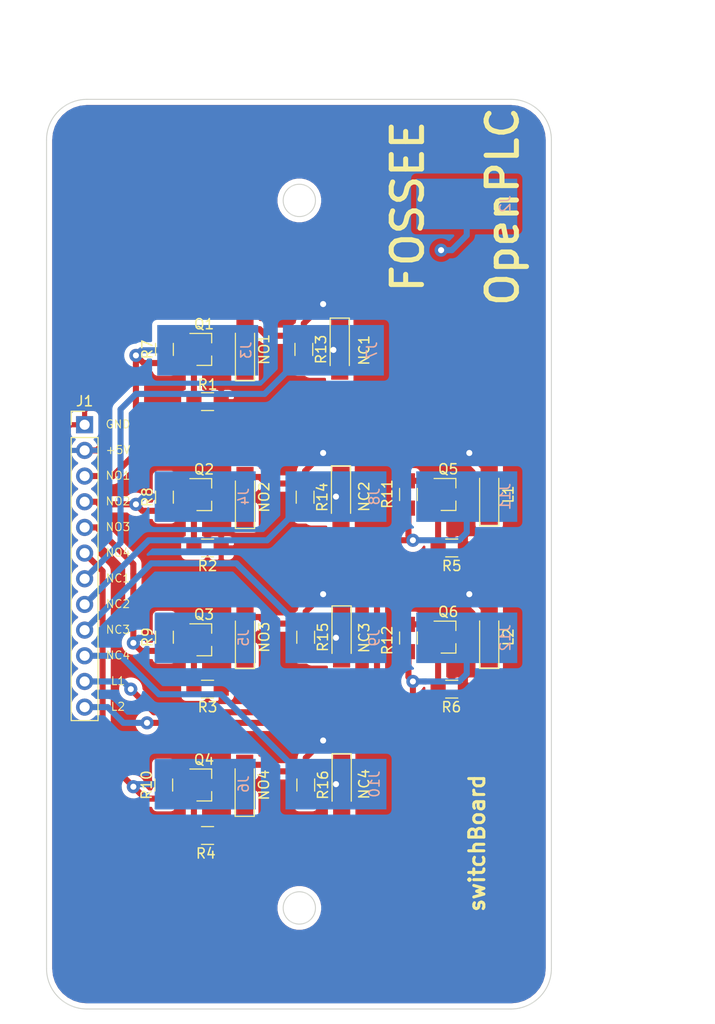
<source format=kicad_pcb>
(kicad_pcb (version 20171130) (host pcbnew 5.1.6)

  (general
    (thickness 1.6)
    (drawings 27)
    (tracks 183)
    (zones 0)
    (modules 44)
    (nets 35)
  )

  (page A4)
  (layers
    (0 F.Cu signal)
    (31 B.Cu signal)
    (32 B.Adhes user)
    (33 F.Adhes user)
    (34 B.Paste user hide)
    (35 F.Paste user)
    (36 B.SilkS user)
    (37 F.SilkS user)
    (38 B.Mask user hide)
    (39 F.Mask user)
    (40 Dwgs.User user)
    (41 Cmts.User user)
    (42 Eco1.User user)
    (43 Eco2.User user)
    (44 Edge.Cuts user)
    (45 Margin user)
    (46 B.CrtYd user)
    (47 F.CrtYd user)
    (48 B.Fab user hide)
    (49 F.Fab user hide)
  )

  (setup
    (last_trace_width 0.6)
    (trace_clearance 0.3)
    (zone_clearance 0.508)
    (zone_45_only no)
    (trace_min 0.2)
    (via_size 1.3)
    (via_drill 0.6)
    (via_min_size 0.4)
    (via_min_drill 0.3)
    (uvia_size 0.3)
    (uvia_drill 0.1)
    (uvias_allowed no)
    (uvia_min_size 0.2)
    (uvia_min_drill 0.1)
    (edge_width 0.15)
    (segment_width 0.2)
    (pcb_text_width 0.3)
    (pcb_text_size 1.5 1.5)
    (mod_edge_width 0.15)
    (mod_text_size 1 1)
    (mod_text_width 0.15)
    (pad_size 1.524 1.524)
    (pad_drill 0.762)
    (pad_to_mask_clearance 0.051)
    (solder_mask_min_width 0.25)
    (aux_axis_origin 0 0)
    (visible_elements FFFFFF7F)
    (pcbplotparams
      (layerselection 0x010fc_ffffffff)
      (usegerberextensions false)
      (usegerberattributes false)
      (usegerberadvancedattributes false)
      (creategerberjobfile false)
      (excludeedgelayer true)
      (linewidth 0.100000)
      (plotframeref false)
      (viasonmask false)
      (mode 1)
      (useauxorigin false)
      (hpglpennumber 1)
      (hpglpenspeed 20)
      (hpglpendiameter 15.000000)
      (psnegative false)
      (psa4output false)
      (plotreference true)
      (plotvalue true)
      (plotinvisibletext false)
      (padsonsilk false)
      (subtractmaskfromsilk false)
      (outputformat 1)
      (mirror false)
      (drillshape 0)
      (scaleselection 1)
      (outputdirectory "/home/easwaran/allProjects/kicad/openplc_modules/switches/gerber/"))
  )

  (net 0 "")
  (net 1 /s10)
  (net 2 /s8)
  (net 3 /s6)
  (net 4 /s4)
  (net 5 /s2)
  (net 6 /s9)
  (net 7 /s7)
  (net 8 /s5)
  (net 9 /s3)
  (net 10 /s1)
  (net 11 GND)
  (net 12 "Net-(D4-Pad1)")
  (net 13 "Net-(D5-Pad1)")
  (net 14 "Net-(D3-Pad1)")
  (net 15 "Net-(D2-Pad1)")
  (net 16 "Net-(D1-Pad1)")
  (net 17 "Net-(D6-Pad1)")
  (net 18 +5V)
  (net 19 "Net-(Q3-Pad1)")
  (net 20 "Net-(Q6-Pad1)")
  (net 21 "Net-(Q5-Pad1)")
  (net 22 "Net-(Q1-Pad1)")
  (net 23 "Net-(Q2-Pad1)")
  (net 24 "Net-(Q4-Pad1)")
  (net 25 "Net-(D9-Pad2)")
  (net 26 "Net-(D8-Pad2)")
  (net 27 "Net-(D7-Pad2)")
  (net 28 "Net-(D10-Pad2)")
  (net 29 "Net-(Q3-Pad2)")
  (net 30 "Net-(Q6-Pad2)")
  (net 31 "Net-(Q5-Pad2)")
  (net 32 "Net-(Q4-Pad2)")
  (net 33 "Net-(Q2-Pad2)")
  (net 34 "Net-(Q1-Pad2)")

  (net_class Default "This is the default net class."
    (clearance 0.3)
    (trace_width 0.6)
    (via_dia 1.3)
    (via_drill 0.6)
    (uvia_dia 0.3)
    (uvia_drill 0.1)
    (add_net +5V)
    (add_net /s1)
    (add_net /s10)
    (add_net /s2)
    (add_net /s3)
    (add_net /s4)
    (add_net /s5)
    (add_net /s6)
    (add_net /s7)
    (add_net /s8)
    (add_net /s9)
    (add_net GND)
    (add_net "Net-(D1-Pad1)")
    (add_net "Net-(D10-Pad2)")
    (add_net "Net-(D2-Pad1)")
    (add_net "Net-(D3-Pad1)")
    (add_net "Net-(D4-Pad1)")
    (add_net "Net-(D5-Pad1)")
    (add_net "Net-(D6-Pad1)")
    (add_net "Net-(D7-Pad2)")
    (add_net "Net-(D8-Pad2)")
    (add_net "Net-(D9-Pad2)")
    (add_net "Net-(Q1-Pad1)")
    (add_net "Net-(Q1-Pad2)")
    (add_net "Net-(Q2-Pad1)")
    (add_net "Net-(Q2-Pad2)")
    (add_net "Net-(Q3-Pad1)")
    (add_net "Net-(Q3-Pad2)")
    (add_net "Net-(Q4-Pad1)")
    (add_net "Net-(Q4-Pad2)")
    (add_net "Net-(Q5-Pad1)")
    (add_net "Net-(Q5-Pad2)")
    (add_net "Net-(Q6-Pad1)")
    (add_net "Net-(Q6-Pad2)")
  )

  (module LEDs:LED_1206_HandSoldering (layer F.Cu) (tedit 5C91E5CF) (tstamp 5C3CC83B)
    (at 123.249514 119.209815 270)
    (descr "LED SMD 1206, hand soldering")
    (tags "LED 1206")
    (path /5C3C5E62)
    (attr smd)
    (fp_text reference D10 (at 0 -1.85 270) (layer F.SilkS) hide
      (effects (font (size 1 1) (thickness 0.15)))
    )
    (fp_text value NC4 (at -0.083815 -2.226486 270) (layer F.SilkS)
      (effects (font (size 1 1) (thickness 0.15)))
    )
    (fp_line (start 3.25 1.1) (end -3.25 1.1) (layer F.CrtYd) (width 0.05))
    (fp_line (start 3.25 1.1) (end 3.25 -1.11) (layer F.CrtYd) (width 0.05))
    (fp_line (start -3.25 -1.11) (end -3.25 1.1) (layer F.CrtYd) (width 0.05))
    (fp_line (start -3.25 -1.11) (end 3.25 -1.11) (layer F.CrtYd) (width 0.05))
    (fp_line (start -3.1 -0.95) (end 1.6 -0.95) (layer F.SilkS) (width 0.12))
    (fp_line (start -3.1 0.95) (end 1.6 0.95) (layer F.SilkS) (width 0.12))
    (fp_line (start -1.6 -0.8) (end 1.6 -0.8) (layer F.Fab) (width 0.1))
    (fp_line (start 1.6 -0.8) (end 1.6 0.8) (layer F.Fab) (width 0.1))
    (fp_line (start 1.6 0.8) (end -1.6 0.8) (layer F.Fab) (width 0.1))
    (fp_line (start -1.6 0.8) (end -1.6 -0.8) (layer F.Fab) (width 0.1))
    (fp_line (start -0.45 -0.4) (end -0.45 0.4) (layer F.Fab) (width 0.1))
    (fp_line (start 0.2 0.4) (end -0.4 0) (layer F.Fab) (width 0.1))
    (fp_line (start 0.2 -0.4) (end 0.2 0.4) (layer F.Fab) (width 0.1))
    (fp_line (start -0.4 0) (end 0.2 -0.4) (layer F.Fab) (width 0.1))
    (fp_line (start -3.1 -0.95) (end -3.1 0.95) (layer F.SilkS) (width 0.12))
    (pad 1 smd rect (at -2 0 270) (size 2 1.7) (layers F.Cu F.Paste F.Mask)
      (net 2 /s8))
    (pad 2 smd rect (at 2 0 270) (size 2 1.7) (layers F.Cu F.Paste F.Mask)
      (net 28 "Net-(D10-Pad2)"))
    (model ${KISYS3DMOD}/LEDs.3dshapes/LED_1206.wrl
      (at (xyz 0 0 0))
      (scale (xyz 1 1 1))
      (rotate (xyz 0 0 180))
    )
  )

  (module LEDs:LED_1206_HandSoldering (layer F.Cu) (tedit 5C91E5D5) (tstamp 5C3CBA7E)
    (at 123.23973 104.590725 270)
    (descr "LED SMD 1206, hand soldering")
    (tags "LED 1206")
    (path /5C3C4B74)
    (attr smd)
    (fp_text reference D9 (at 0 -1.85 270) (layer F.SilkS) hide
      (effects (font (size 1 1) (thickness 0.15)))
    )
    (fp_text value NC3 (at 0.057275 -2.23627 270) (layer F.SilkS)
      (effects (font (size 1 1) (thickness 0.15)))
    )
    (fp_line (start -3.1 -0.95) (end -3.1 0.95) (layer F.SilkS) (width 0.12))
    (fp_line (start -0.4 0) (end 0.2 -0.4) (layer F.Fab) (width 0.1))
    (fp_line (start 0.2 -0.4) (end 0.2 0.4) (layer F.Fab) (width 0.1))
    (fp_line (start 0.2 0.4) (end -0.4 0) (layer F.Fab) (width 0.1))
    (fp_line (start -0.45 -0.4) (end -0.45 0.4) (layer F.Fab) (width 0.1))
    (fp_line (start -1.6 0.8) (end -1.6 -0.8) (layer F.Fab) (width 0.1))
    (fp_line (start 1.6 0.8) (end -1.6 0.8) (layer F.Fab) (width 0.1))
    (fp_line (start 1.6 -0.8) (end 1.6 0.8) (layer F.Fab) (width 0.1))
    (fp_line (start -1.6 -0.8) (end 1.6 -0.8) (layer F.Fab) (width 0.1))
    (fp_line (start -3.1 0.95) (end 1.6 0.95) (layer F.SilkS) (width 0.12))
    (fp_line (start -3.1 -0.95) (end 1.6 -0.95) (layer F.SilkS) (width 0.12))
    (fp_line (start -3.25 -1.11) (end 3.25 -1.11) (layer F.CrtYd) (width 0.05))
    (fp_line (start -3.25 -1.11) (end -3.25 1.1) (layer F.CrtYd) (width 0.05))
    (fp_line (start 3.25 1.1) (end 3.25 -1.11) (layer F.CrtYd) (width 0.05))
    (fp_line (start 3.25 1.1) (end -3.25 1.1) (layer F.CrtYd) (width 0.05))
    (pad 2 smd rect (at 2 0 270) (size 2 1.7) (layers F.Cu F.Paste F.Mask)
      (net 25 "Net-(D9-Pad2)"))
    (pad 1 smd rect (at -2 0 270) (size 2 1.7) (layers F.Cu F.Paste F.Mask)
      (net 7 /s7))
    (model ${KISYS3DMOD}/LEDs.3dshapes/LED_1206.wrl
      (at (xyz 0 0 0))
      (scale (xyz 1 1 1))
      (rotate (xyz 0 0 180))
    )
  )

  (module LEDs:LED_1206_HandSoldering (layer F.Cu) (tedit 5C91E57B) (tstamp 5C91DF06)
    (at 123.182653 90.733635 270)
    (descr "LED SMD 1206, hand soldering")
    (tags "LED 1206")
    (path /5C3C3A4A)
    (attr smd)
    (fp_text reference D8 (at 0 -1.85 270) (layer F.SilkS) hide
      (effects (font (size 1 1) (thickness 0.15)))
    )
    (fp_text value NC2 (at -0.055635 -2.293347 270) (layer F.SilkS)
      (effects (font (size 1 1) (thickness 0.15)))
    )
    (fp_line (start 3.25 1.1) (end -3.25 1.1) (layer F.CrtYd) (width 0.05))
    (fp_line (start 3.25 1.1) (end 3.25 -1.11) (layer F.CrtYd) (width 0.05))
    (fp_line (start -3.25 -1.11) (end -3.25 1.1) (layer F.CrtYd) (width 0.05))
    (fp_line (start -3.25 -1.11) (end 3.25 -1.11) (layer F.CrtYd) (width 0.05))
    (fp_line (start -3.1 -0.95) (end 1.6 -0.95) (layer F.SilkS) (width 0.12))
    (fp_line (start -3.1 0.95) (end 1.6 0.95) (layer F.SilkS) (width 0.12))
    (fp_line (start -1.6 -0.8) (end 1.6 -0.8) (layer F.Fab) (width 0.1))
    (fp_line (start 1.6 -0.8) (end 1.6 0.8) (layer F.Fab) (width 0.1))
    (fp_line (start 1.6 0.8) (end -1.6 0.8) (layer F.Fab) (width 0.1))
    (fp_line (start -1.6 0.8) (end -1.6 -0.8) (layer F.Fab) (width 0.1))
    (fp_line (start -0.45 -0.4) (end -0.45 0.4) (layer F.Fab) (width 0.1))
    (fp_line (start 0.2 0.4) (end -0.4 0) (layer F.Fab) (width 0.1))
    (fp_line (start 0.2 -0.4) (end 0.2 0.4) (layer F.Fab) (width 0.1))
    (fp_line (start -0.4 0) (end 0.2 -0.4) (layer F.Fab) (width 0.1))
    (fp_line (start -3.1 -0.95) (end -3.1 0.95) (layer F.SilkS) (width 0.12))
    (pad 1 smd rect (at -2 0 270) (size 2 1.7) (layers F.Cu F.Paste F.Mask)
      (net 3 /s6))
    (pad 2 smd rect (at 2 0 270) (size 2 1.7) (layers F.Cu F.Paste F.Mask)
      (net 26 "Net-(D8-Pad2)"))
    (model ${KISYS3DMOD}/LEDs.3dshapes/LED_1206.wrl
      (at (xyz 0 0 0))
      (scale (xyz 1 1 1))
      (rotate (xyz 0 0 180))
    )
  )

  (module LEDs:LED_1206_HandSoldering (layer F.Cu) (tedit 5C91E56F) (tstamp 5C3CB9D3)
    (at 123.057679 76.114545 270)
    (descr "LED SMD 1206, hand soldering")
    (tags "LED 1206")
    (path /5C3C2B44)
    (attr smd)
    (fp_text reference D7 (at 0 -1.85 270) (layer F.SilkS) hide
      (effects (font (size 1 1) (thickness 0.15)))
    )
    (fp_text value NC1 (at 0.085455 -2.418321 270) (layer F.SilkS)
      (effects (font (size 1 1) (thickness 0.15)))
    )
    (fp_line (start -3.1 -0.95) (end -3.1 0.95) (layer F.SilkS) (width 0.12))
    (fp_line (start -0.4 0) (end 0.2 -0.4) (layer F.Fab) (width 0.1))
    (fp_line (start 0.2 -0.4) (end 0.2 0.4) (layer F.Fab) (width 0.1))
    (fp_line (start 0.2 0.4) (end -0.4 0) (layer F.Fab) (width 0.1))
    (fp_line (start -0.45 -0.4) (end -0.45 0.4) (layer F.Fab) (width 0.1))
    (fp_line (start -1.6 0.8) (end -1.6 -0.8) (layer F.Fab) (width 0.1))
    (fp_line (start 1.6 0.8) (end -1.6 0.8) (layer F.Fab) (width 0.1))
    (fp_line (start 1.6 -0.8) (end 1.6 0.8) (layer F.Fab) (width 0.1))
    (fp_line (start -1.6 -0.8) (end 1.6 -0.8) (layer F.Fab) (width 0.1))
    (fp_line (start -3.1 0.95) (end 1.6 0.95) (layer F.SilkS) (width 0.12))
    (fp_line (start -3.1 -0.95) (end 1.6 -0.95) (layer F.SilkS) (width 0.12))
    (fp_line (start -3.25 -1.11) (end 3.25 -1.11) (layer F.CrtYd) (width 0.05))
    (fp_line (start -3.25 -1.11) (end -3.25 1.1) (layer F.CrtYd) (width 0.05))
    (fp_line (start 3.25 1.1) (end 3.25 -1.11) (layer F.CrtYd) (width 0.05))
    (fp_line (start 3.25 1.1) (end -3.25 1.1) (layer F.CrtYd) (width 0.05))
    (pad 2 smd rect (at 2 0 270) (size 2 1.7) (layers F.Cu F.Paste F.Mask)
      (net 27 "Net-(D7-Pad2)"))
    (pad 1 smd rect (at -2 0 270) (size 2 1.7) (layers F.Cu F.Paste F.Mask)
      (net 8 /s5))
    (model ${KISYS3DMOD}/LEDs.3dshapes/LED_1206.wrl
      (at (xyz 0 0 0))
      (scale (xyz 1 1 1))
      (rotate (xyz 0 0 180))
    )
  )

  (module LEDs:LED_1206_HandSoldering locked (layer F.Cu) (tedit 5C91E686) (tstamp 5C3CA649)
    (at 137.86 104.578 90)
    (descr "LED SMD 1206, hand soldering")
    (tags "LED 1206")
    (path /5C39065B)
    (attr smd)
    (fp_text reference D6 (at 0 -1.85 90) (layer F.SilkS) hide
      (effects (font (size 1 1) (thickness 0.15)))
    )
    (fp_text value L2 (at 0 1.9 90) (layer F.SilkS)
      (effects (font (size 1 1) (thickness 0.15)))
    )
    (fp_line (start 3.25 1.1) (end -3.25 1.1) (layer F.CrtYd) (width 0.05))
    (fp_line (start 3.25 1.1) (end 3.25 -1.11) (layer F.CrtYd) (width 0.05))
    (fp_line (start -3.25 -1.11) (end -3.25 1.1) (layer F.CrtYd) (width 0.05))
    (fp_line (start -3.25 -1.11) (end 3.25 -1.11) (layer F.CrtYd) (width 0.05))
    (fp_line (start -3.1 -0.95) (end 1.6 -0.95) (layer F.SilkS) (width 0.12))
    (fp_line (start -3.1 0.95) (end 1.6 0.95) (layer F.SilkS) (width 0.12))
    (fp_line (start -1.6 -0.8) (end 1.6 -0.8) (layer F.Fab) (width 0.1))
    (fp_line (start 1.6 -0.8) (end 1.6 0.8) (layer F.Fab) (width 0.1))
    (fp_line (start 1.6 0.8) (end -1.6 0.8) (layer F.Fab) (width 0.1))
    (fp_line (start -1.6 0.8) (end -1.6 -0.8) (layer F.Fab) (width 0.1))
    (fp_line (start -0.45 -0.4) (end -0.45 0.4) (layer F.Fab) (width 0.1))
    (fp_line (start 0.2 0.4) (end -0.4 0) (layer F.Fab) (width 0.1))
    (fp_line (start 0.2 -0.4) (end 0.2 0.4) (layer F.Fab) (width 0.1))
    (fp_line (start -0.4 0) (end 0.2 -0.4) (layer F.Fab) (width 0.1))
    (fp_line (start -3.1 -0.95) (end -3.1 0.95) (layer F.SilkS) (width 0.12))
    (pad 1 smd rect (at -2 0 90) (size 2 1.7) (layers F.Cu F.Paste F.Mask)
      (net 17 "Net-(D6-Pad1)"))
    (pad 2 smd rect (at 2 0 90) (size 2 1.7) (layers F.Cu F.Paste F.Mask)
      (net 18 +5V))
    (model ${KISYS3DMOD}/LEDs.3dshapes/LED_1206.wrl
      (at (xyz 0 0 0))
      (scale (xyz 1 1 1))
      (rotate (xyz 0 0 180))
    )
  )

  (module LEDs:LED_1206_HandSoldering (layer F.Cu) (tedit 5C91E67E) (tstamp 5C3CA635)
    (at 137.86 90.466905 90)
    (descr "LED SMD 1206, hand soldering")
    (tags "LED 1206")
    (path /5C390654)
    (attr smd)
    (fp_text reference D5 (at 0 -1.85 90) (layer F.SilkS) hide
      (effects (font (size 1 1) (thickness 0.15)))
    )
    (fp_text value L1 (at 0 1.9 90) (layer F.SilkS)
      (effects (font (size 1 1) (thickness 0.15)))
    )
    (fp_line (start -3.1 -0.95) (end -3.1 0.95) (layer F.SilkS) (width 0.12))
    (fp_line (start -0.4 0) (end 0.2 -0.4) (layer F.Fab) (width 0.1))
    (fp_line (start 0.2 -0.4) (end 0.2 0.4) (layer F.Fab) (width 0.1))
    (fp_line (start 0.2 0.4) (end -0.4 0) (layer F.Fab) (width 0.1))
    (fp_line (start -0.45 -0.4) (end -0.45 0.4) (layer F.Fab) (width 0.1))
    (fp_line (start -1.6 0.8) (end -1.6 -0.8) (layer F.Fab) (width 0.1))
    (fp_line (start 1.6 0.8) (end -1.6 0.8) (layer F.Fab) (width 0.1))
    (fp_line (start 1.6 -0.8) (end 1.6 0.8) (layer F.Fab) (width 0.1))
    (fp_line (start -1.6 -0.8) (end 1.6 -0.8) (layer F.Fab) (width 0.1))
    (fp_line (start -3.1 0.95) (end 1.6 0.95) (layer F.SilkS) (width 0.12))
    (fp_line (start -3.1 -0.95) (end 1.6 -0.95) (layer F.SilkS) (width 0.12))
    (fp_line (start -3.25 -1.11) (end 3.25 -1.11) (layer F.CrtYd) (width 0.05))
    (fp_line (start -3.25 -1.11) (end -3.25 1.1) (layer F.CrtYd) (width 0.05))
    (fp_line (start 3.25 1.1) (end 3.25 -1.11) (layer F.CrtYd) (width 0.05))
    (fp_line (start 3.25 1.1) (end -3.25 1.1) (layer F.CrtYd) (width 0.05))
    (pad 2 smd rect (at 2 0 90) (size 2 1.7) (layers F.Cu F.Paste F.Mask)
      (net 18 +5V))
    (pad 1 smd rect (at -2 0 90) (size 2 1.7) (layers F.Cu F.Paste F.Mask)
      (net 13 "Net-(D5-Pad1)"))
    (model ${KISYS3DMOD}/LEDs.3dshapes/LED_1206.wrl
      (at (xyz 0 0 0))
      (scale (xyz 1 1 1))
      (rotate (xyz 0 0 180))
    )
  )

  (module LEDs:LED_1206_HandSoldering (layer F.Cu) (tedit 5C91E55B) (tstamp 5C3CA621)
    (at 113.644 119.209815 90)
    (descr "LED SMD 1206, hand soldering")
    (tags "LED 1206")
    (path /5C39064D)
    (attr smd)
    (fp_text reference D4 (at 0 -1.85 90) (layer F.SilkS) hide
      (effects (font (size 1 1) (thickness 0.15)))
    )
    (fp_text value NO4 (at 0 1.9 90) (layer F.SilkS)
      (effects (font (size 1 1) (thickness 0.15)))
    )
    (fp_line (start 3.25 1.1) (end -3.25 1.1) (layer F.CrtYd) (width 0.05))
    (fp_line (start 3.25 1.1) (end 3.25 -1.11) (layer F.CrtYd) (width 0.05))
    (fp_line (start -3.25 -1.11) (end -3.25 1.1) (layer F.CrtYd) (width 0.05))
    (fp_line (start -3.25 -1.11) (end 3.25 -1.11) (layer F.CrtYd) (width 0.05))
    (fp_line (start -3.1 -0.95) (end 1.6 -0.95) (layer F.SilkS) (width 0.12))
    (fp_line (start -3.1 0.95) (end 1.6 0.95) (layer F.SilkS) (width 0.12))
    (fp_line (start -1.6 -0.8) (end 1.6 -0.8) (layer F.Fab) (width 0.1))
    (fp_line (start 1.6 -0.8) (end 1.6 0.8) (layer F.Fab) (width 0.1))
    (fp_line (start 1.6 0.8) (end -1.6 0.8) (layer F.Fab) (width 0.1))
    (fp_line (start -1.6 0.8) (end -1.6 -0.8) (layer F.Fab) (width 0.1))
    (fp_line (start -0.45 -0.4) (end -0.45 0.4) (layer F.Fab) (width 0.1))
    (fp_line (start 0.2 0.4) (end -0.4 0) (layer F.Fab) (width 0.1))
    (fp_line (start 0.2 -0.4) (end 0.2 0.4) (layer F.Fab) (width 0.1))
    (fp_line (start -0.4 0) (end 0.2 -0.4) (layer F.Fab) (width 0.1))
    (fp_line (start -3.1 -0.95) (end -3.1 0.95) (layer F.SilkS) (width 0.12))
    (pad 1 smd rect (at -2 0 90) (size 2 1.7) (layers F.Cu F.Paste F.Mask)
      (net 12 "Net-(D4-Pad1)"))
    (pad 2 smd rect (at 2 0 90) (size 2 1.7) (layers F.Cu F.Paste F.Mask)
      (net 18 +5V))
    (model ${KISYS3DMOD}/LEDs.3dshapes/LED_1206.wrl
      (at (xyz 0 0 0))
      (scale (xyz 1 1 1))
      (rotate (xyz 0 0 180))
    )
  )

  (module LEDs:LED_1206_HandSoldering (layer F.Cu) (tedit 5C91E54A) (tstamp 5C3CA60D)
    (at 113.674 104.590725 90)
    (descr "LED SMD 1206, hand soldering")
    (tags "LED 1206")
    (path /5C38AB24)
    (attr smd)
    (fp_text reference D3 (at 0 -1.85 90) (layer F.SilkS) hide
      (effects (font (size 1 1) (thickness 0.15)))
    )
    (fp_text value NO3 (at 0 1.9 90) (layer F.SilkS)
      (effects (font (size 1 1) (thickness 0.15)))
    )
    (fp_line (start -3.1 -0.95) (end -3.1 0.95) (layer F.SilkS) (width 0.12))
    (fp_line (start -0.4 0) (end 0.2 -0.4) (layer F.Fab) (width 0.1))
    (fp_line (start 0.2 -0.4) (end 0.2 0.4) (layer F.Fab) (width 0.1))
    (fp_line (start 0.2 0.4) (end -0.4 0) (layer F.Fab) (width 0.1))
    (fp_line (start -0.45 -0.4) (end -0.45 0.4) (layer F.Fab) (width 0.1))
    (fp_line (start -1.6 0.8) (end -1.6 -0.8) (layer F.Fab) (width 0.1))
    (fp_line (start 1.6 0.8) (end -1.6 0.8) (layer F.Fab) (width 0.1))
    (fp_line (start 1.6 -0.8) (end 1.6 0.8) (layer F.Fab) (width 0.1))
    (fp_line (start -1.6 -0.8) (end 1.6 -0.8) (layer F.Fab) (width 0.1))
    (fp_line (start -3.1 0.95) (end 1.6 0.95) (layer F.SilkS) (width 0.12))
    (fp_line (start -3.1 -0.95) (end 1.6 -0.95) (layer F.SilkS) (width 0.12))
    (fp_line (start -3.25 -1.11) (end 3.25 -1.11) (layer F.CrtYd) (width 0.05))
    (fp_line (start -3.25 -1.11) (end -3.25 1.1) (layer F.CrtYd) (width 0.05))
    (fp_line (start 3.25 1.1) (end 3.25 -1.11) (layer F.CrtYd) (width 0.05))
    (fp_line (start 3.25 1.1) (end -3.25 1.1) (layer F.CrtYd) (width 0.05))
    (pad 2 smd rect (at 2 0 90) (size 2 1.7) (layers F.Cu F.Paste F.Mask)
      (net 18 +5V))
    (pad 1 smd rect (at -2 0 90) (size 2 1.7) (layers F.Cu F.Paste F.Mask)
      (net 14 "Net-(D3-Pad1)"))
    (model ${KISYS3DMOD}/LEDs.3dshapes/LED_1206.wrl
      (at (xyz 0 0 0))
      (scale (xyz 1 1 1))
      (rotate (xyz 0 0 180))
    )
  )

  (module LEDs:LED_1206_HandSoldering (layer F.Cu) (tedit 5C91E537) (tstamp 5C3CA5F9)
    (at 113.674 90.733635 90)
    (descr "LED SMD 1206, hand soldering")
    (tags "LED 1206")
    (path /5C38AAB2)
    (attr smd)
    (fp_text reference D2 (at 0 -1.85 90) (layer F.SilkS) hide
      (effects (font (size 1 1) (thickness 0.15)))
    )
    (fp_text value NO2 (at 0 1.9 90) (layer F.SilkS)
      (effects (font (size 1 1) (thickness 0.15)))
    )
    (fp_line (start 3.25 1.1) (end -3.25 1.1) (layer F.CrtYd) (width 0.05))
    (fp_line (start 3.25 1.1) (end 3.25 -1.11) (layer F.CrtYd) (width 0.05))
    (fp_line (start -3.25 -1.11) (end -3.25 1.1) (layer F.CrtYd) (width 0.05))
    (fp_line (start -3.25 -1.11) (end 3.25 -1.11) (layer F.CrtYd) (width 0.05))
    (fp_line (start -3.1 -0.95) (end 1.6 -0.95) (layer F.SilkS) (width 0.12))
    (fp_line (start -3.1 0.95) (end 1.6 0.95) (layer F.SilkS) (width 0.12))
    (fp_line (start -1.6 -0.8) (end 1.6 -0.8) (layer F.Fab) (width 0.1))
    (fp_line (start 1.6 -0.8) (end 1.6 0.8) (layer F.Fab) (width 0.1))
    (fp_line (start 1.6 0.8) (end -1.6 0.8) (layer F.Fab) (width 0.1))
    (fp_line (start -1.6 0.8) (end -1.6 -0.8) (layer F.Fab) (width 0.1))
    (fp_line (start -0.45 -0.4) (end -0.45 0.4) (layer F.Fab) (width 0.1))
    (fp_line (start 0.2 0.4) (end -0.4 0) (layer F.Fab) (width 0.1))
    (fp_line (start 0.2 -0.4) (end 0.2 0.4) (layer F.Fab) (width 0.1))
    (fp_line (start -0.4 0) (end 0.2 -0.4) (layer F.Fab) (width 0.1))
    (fp_line (start -3.1 -0.95) (end -3.1 0.95) (layer F.SilkS) (width 0.12))
    (pad 1 smd rect (at -2 0 90) (size 2 1.7) (layers F.Cu F.Paste F.Mask)
      (net 15 "Net-(D2-Pad1)"))
    (pad 2 smd rect (at 2 0 90) (size 2 1.7) (layers F.Cu F.Paste F.Mask)
      (net 18 +5V))
    (model ${KISYS3DMOD}/LEDs.3dshapes/LED_1206.wrl
      (at (xyz 0 0 0))
      (scale (xyz 1 1 1))
      (rotate (xyz 0 0 180))
    )
  )

  (module LEDs:LED_1206_HandSoldering (layer F.Cu) (tedit 5C91E528) (tstamp 5C3CC5F8)
    (at 113.674 76.114545 90)
    (descr "LED SMD 1206, hand soldering")
    (tags "LED 1206")
    (path /5C38A8BF)
    (attr smd)
    (fp_text reference D1 (at 0 -1.85 90) (layer F.SilkS) hide
      (effects (font (size 1 1) (thickness 0.15)))
    )
    (fp_text value NO1 (at 0 1.9 90) (layer F.SilkS)
      (effects (font (size 1 1) (thickness 0.15)))
    )
    (fp_line (start -3.1 -0.95) (end -3.1 0.95) (layer F.SilkS) (width 0.12))
    (fp_line (start -0.4 0) (end 0.2 -0.4) (layer F.Fab) (width 0.1))
    (fp_line (start 0.2 -0.4) (end 0.2 0.4) (layer F.Fab) (width 0.1))
    (fp_line (start 0.2 0.4) (end -0.4 0) (layer F.Fab) (width 0.1))
    (fp_line (start -0.45 -0.4) (end -0.45 0.4) (layer F.Fab) (width 0.1))
    (fp_line (start -1.6 0.8) (end -1.6 -0.8) (layer F.Fab) (width 0.1))
    (fp_line (start 1.6 0.8) (end -1.6 0.8) (layer F.Fab) (width 0.1))
    (fp_line (start 1.6 -0.8) (end 1.6 0.8) (layer F.Fab) (width 0.1))
    (fp_line (start -1.6 -0.8) (end 1.6 -0.8) (layer F.Fab) (width 0.1))
    (fp_line (start -3.1 0.95) (end 1.6 0.95) (layer F.SilkS) (width 0.12))
    (fp_line (start -3.1 -0.95) (end 1.6 -0.95) (layer F.SilkS) (width 0.12))
    (fp_line (start -3.25 -1.11) (end 3.25 -1.11) (layer F.CrtYd) (width 0.05))
    (fp_line (start -3.25 -1.11) (end -3.25 1.1) (layer F.CrtYd) (width 0.05))
    (fp_line (start 3.25 1.1) (end 3.25 -1.11) (layer F.CrtYd) (width 0.05))
    (fp_line (start 3.25 1.1) (end -3.25 1.1) (layer F.CrtYd) (width 0.05))
    (pad 2 smd rect (at 2 0 90) (size 2 1.7) (layers F.Cu F.Paste F.Mask)
      (net 18 +5V))
    (pad 1 smd rect (at -2 0 90) (size 2 1.7) (layers F.Cu F.Paste F.Mask)
      (net 16 "Net-(D1-Pad1)"))
    (model ${KISYS3DMOD}/LEDs.3dshapes/LED_1206.wrl
      (at (xyz 0 0 0))
      (scale (xyz 1 1 1))
      (rotate (xyz 0 0 180))
    )
  )

  (module Resistors_SMD:R_0805_HandSoldering (layer F.Cu) (tedit 58E0A804) (tstamp 5C3CC873)
    (at 119.693514 119.209815 270)
    (descr "Resistor SMD 0805, hand soldering")
    (tags "resistor 0805")
    (path /5C3C5E5B)
    (attr smd)
    (fp_text reference R16 (at 0 -1.7 270) (layer F.SilkS)
      (effects (font (size 1 1) (thickness 0.15)))
    )
    (fp_text value R_US (at 0 1.75 270) (layer F.Fab)
      (effects (font (size 1 1) (thickness 0.15)))
    )
    (fp_line (start 2.35 0.9) (end -2.35 0.9) (layer F.CrtYd) (width 0.05))
    (fp_line (start 2.35 0.9) (end 2.35 -0.9) (layer F.CrtYd) (width 0.05))
    (fp_line (start -2.35 -0.9) (end -2.35 0.9) (layer F.CrtYd) (width 0.05))
    (fp_line (start -2.35 -0.9) (end 2.35 -0.9) (layer F.CrtYd) (width 0.05))
    (fp_line (start -0.6 -0.88) (end 0.6 -0.88) (layer F.SilkS) (width 0.12))
    (fp_line (start 0.6 0.88) (end -0.6 0.88) (layer F.SilkS) (width 0.12))
    (fp_line (start -1 -0.62) (end 1 -0.62) (layer F.Fab) (width 0.1))
    (fp_line (start 1 -0.62) (end 1 0.62) (layer F.Fab) (width 0.1))
    (fp_line (start 1 0.62) (end -1 0.62) (layer F.Fab) (width 0.1))
    (fp_line (start -1 0.62) (end -1 -0.62) (layer F.Fab) (width 0.1))
    (fp_text user %R (at 0 0 270) (layer F.Fab)
      (effects (font (size 0.5 0.5) (thickness 0.075)))
    )
    (pad 1 smd rect (at -1.35 0 270) (size 1.5 1.3) (layers F.Cu F.Paste F.Mask)
      (net 18 +5V))
    (pad 2 smd rect (at 1.35 0 270) (size 1.5 1.3) (layers F.Cu F.Paste F.Mask)
      (net 28 "Net-(D10-Pad2)"))
    (model ${KISYS3DMOD}/Resistors_SMD.3dshapes/R_0805.wrl
      (at (xyz 0 0 0))
      (scale (xyz 1 1 1))
      (rotate (xyz 0 0 0))
    )
  )

  (module Resistors_SMD:R_0805_HandSoldering (layer F.Cu) (tedit 58E0A804) (tstamp 5C3CBAB6)
    (at 119.501679 76.114545 270)
    (descr "Resistor SMD 0805, hand soldering")
    (tags "resistor 0805")
    (path /5C3C2B3D)
    (attr smd)
    (fp_text reference R13 (at 0 -1.7 270) (layer F.SilkS)
      (effects (font (size 1 1) (thickness 0.15)))
    )
    (fp_text value R_US (at 0 1.75 270) (layer F.Fab)
      (effects (font (size 1 1) (thickness 0.15)))
    )
    (fp_line (start -1 0.62) (end -1 -0.62) (layer F.Fab) (width 0.1))
    (fp_line (start 1 0.62) (end -1 0.62) (layer F.Fab) (width 0.1))
    (fp_line (start 1 -0.62) (end 1 0.62) (layer F.Fab) (width 0.1))
    (fp_line (start -1 -0.62) (end 1 -0.62) (layer F.Fab) (width 0.1))
    (fp_line (start 0.6 0.88) (end -0.6 0.88) (layer F.SilkS) (width 0.12))
    (fp_line (start -0.6 -0.88) (end 0.6 -0.88) (layer F.SilkS) (width 0.12))
    (fp_line (start -2.35 -0.9) (end 2.35 -0.9) (layer F.CrtYd) (width 0.05))
    (fp_line (start -2.35 -0.9) (end -2.35 0.9) (layer F.CrtYd) (width 0.05))
    (fp_line (start 2.35 0.9) (end 2.35 -0.9) (layer F.CrtYd) (width 0.05))
    (fp_line (start 2.35 0.9) (end -2.35 0.9) (layer F.CrtYd) (width 0.05))
    (fp_text user %R (at 0 0 270) (layer F.Fab)
      (effects (font (size 0.5 0.5) (thickness 0.075)))
    )
    (pad 2 smd rect (at 1.35 0 270) (size 1.5 1.3) (layers F.Cu F.Paste F.Mask)
      (net 27 "Net-(D7-Pad2)"))
    (pad 1 smd rect (at -1.35 0 270) (size 1.5 1.3) (layers F.Cu F.Paste F.Mask)
      (net 18 +5V))
    (model ${KISYS3DMOD}/Resistors_SMD.3dshapes/R_0805.wrl
      (at (xyz 0 0 0))
      (scale (xyz 1 1 1))
      (rotate (xyz 0 0 0))
    )
  )

  (module Resistors_SMD:R_0805_HandSoldering (layer F.Cu) (tedit 58E0A804) (tstamp 5C3CBA0B)
    (at 119.626653 90.733635 270)
    (descr "Resistor SMD 0805, hand soldering")
    (tags "resistor 0805")
    (path /5C3C3A43)
    (attr smd)
    (fp_text reference R14 (at 0 -1.7 270) (layer F.SilkS)
      (effects (font (size 1 1) (thickness 0.15)))
    )
    (fp_text value R_US (at 0 1.75 270) (layer F.Fab)
      (effects (font (size 1 1) (thickness 0.15)))
    )
    (fp_line (start 2.35 0.9) (end -2.35 0.9) (layer F.CrtYd) (width 0.05))
    (fp_line (start 2.35 0.9) (end 2.35 -0.9) (layer F.CrtYd) (width 0.05))
    (fp_line (start -2.35 -0.9) (end -2.35 0.9) (layer F.CrtYd) (width 0.05))
    (fp_line (start -2.35 -0.9) (end 2.35 -0.9) (layer F.CrtYd) (width 0.05))
    (fp_line (start -0.6 -0.88) (end 0.6 -0.88) (layer F.SilkS) (width 0.12))
    (fp_line (start 0.6 0.88) (end -0.6 0.88) (layer F.SilkS) (width 0.12))
    (fp_line (start -1 -0.62) (end 1 -0.62) (layer F.Fab) (width 0.1))
    (fp_line (start 1 -0.62) (end 1 0.62) (layer F.Fab) (width 0.1))
    (fp_line (start 1 0.62) (end -1 0.62) (layer F.Fab) (width 0.1))
    (fp_line (start -1 0.62) (end -1 -0.62) (layer F.Fab) (width 0.1))
    (fp_text user %R (at 0 0 270) (layer F.Fab)
      (effects (font (size 0.5 0.5) (thickness 0.075)))
    )
    (pad 1 smd rect (at -1.35 0 270) (size 1.5 1.3) (layers F.Cu F.Paste F.Mask)
      (net 18 +5V))
    (pad 2 smd rect (at 1.35 0 270) (size 1.5 1.3) (layers F.Cu F.Paste F.Mask)
      (net 26 "Net-(D8-Pad2)"))
    (model ${KISYS3DMOD}/Resistors_SMD.3dshapes/R_0805.wrl
      (at (xyz 0 0 0))
      (scale (xyz 1 1 1))
      (rotate (xyz 0 0 0))
    )
  )

  (module Resistors_SMD:R_0805_HandSoldering (layer F.Cu) (tedit 58E0A804) (tstamp 5C3CBB82)
    (at 119.68373 104.590725 270)
    (descr "Resistor SMD 0805, hand soldering")
    (tags "resistor 0805")
    (path /5C3C4B6D)
    (attr smd)
    (fp_text reference R15 (at 0 -1.7 270) (layer F.SilkS)
      (effects (font (size 1 1) (thickness 0.15)))
    )
    (fp_text value R_US (at 0 1.75 270) (layer F.Fab)
      (effects (font (size 1 1) (thickness 0.15)))
    )
    (fp_line (start -1 0.62) (end -1 -0.62) (layer F.Fab) (width 0.1))
    (fp_line (start 1 0.62) (end -1 0.62) (layer F.Fab) (width 0.1))
    (fp_line (start 1 -0.62) (end 1 0.62) (layer F.Fab) (width 0.1))
    (fp_line (start -1 -0.62) (end 1 -0.62) (layer F.Fab) (width 0.1))
    (fp_line (start 0.6 0.88) (end -0.6 0.88) (layer F.SilkS) (width 0.12))
    (fp_line (start -0.6 -0.88) (end 0.6 -0.88) (layer F.SilkS) (width 0.12))
    (fp_line (start -2.35 -0.9) (end 2.35 -0.9) (layer F.CrtYd) (width 0.05))
    (fp_line (start -2.35 -0.9) (end -2.35 0.9) (layer F.CrtYd) (width 0.05))
    (fp_line (start 2.35 0.9) (end 2.35 -0.9) (layer F.CrtYd) (width 0.05))
    (fp_line (start 2.35 0.9) (end -2.35 0.9) (layer F.CrtYd) (width 0.05))
    (fp_text user %R (at 0 0 270) (layer F.Fab)
      (effects (font (size 0.5 0.5) (thickness 0.075)))
    )
    (pad 2 smd rect (at 1.35 0 270) (size 1.5 1.3) (layers F.Cu F.Paste F.Mask)
      (net 25 "Net-(D9-Pad2)"))
    (pad 1 smd rect (at -1.35 0 270) (size 1.5 1.3) (layers F.Cu F.Paste F.Mask)
      (net 18 +5V))
    (model ${KISYS3DMOD}/Resistors_SMD.3dshapes/R_0805.wrl
      (at (xyz 0 0 0))
      (scale (xyz 1 1 1))
      (rotate (xyz 0 0 0))
    )
  )

  (module Resistors_SMD:R_0805_HandSoldering (layer F.Cu) (tedit 58E0A804) (tstamp 5C3CBAFE)
    (at 129.862 104.668 90)
    (descr "Resistor SMD 0805, hand soldering")
    (tags "resistor 0805")
    (path /5C39F801)
    (attr smd)
    (fp_text reference R12 (at -0.234 -2.1 90) (layer F.SilkS)
      (effects (font (size 1 1) (thickness 0.15)))
    )
    (fp_text value R_US (at 0 1.75 90) (layer F.Fab)
      (effects (font (size 1 1) (thickness 0.15)))
    )
    (fp_line (start 2.35 0.9) (end -2.35 0.9) (layer F.CrtYd) (width 0.05))
    (fp_line (start 2.35 0.9) (end 2.35 -0.9) (layer F.CrtYd) (width 0.05))
    (fp_line (start -2.35 -0.9) (end -2.35 0.9) (layer F.CrtYd) (width 0.05))
    (fp_line (start -2.35 -0.9) (end 2.35 -0.9) (layer F.CrtYd) (width 0.05))
    (fp_line (start -0.6 -0.88) (end 0.6 -0.88) (layer F.SilkS) (width 0.12))
    (fp_line (start 0.6 0.88) (end -0.6 0.88) (layer F.SilkS) (width 0.12))
    (fp_line (start -1 -0.62) (end 1 -0.62) (layer F.Fab) (width 0.1))
    (fp_line (start 1 -0.62) (end 1 0.62) (layer F.Fab) (width 0.1))
    (fp_line (start 1 0.62) (end -1 0.62) (layer F.Fab) (width 0.1))
    (fp_line (start -1 0.62) (end -1 -0.62) (layer F.Fab) (width 0.1))
    (fp_text user %R (at 0 0 90) (layer F.Fab)
      (effects (font (size 0.5 0.5) (thickness 0.075)))
    )
    (pad 1 smd rect (at -1.35 0 90) (size 1.5 1.3) (layers F.Cu F.Paste F.Mask)
      (net 1 /s10))
    (pad 2 smd rect (at 1.35 0 90) (size 1.5 1.3) (layers F.Cu F.Paste F.Mask)
      (net 20 "Net-(Q6-Pad1)"))
    (model ${KISYS3DMOD}/Resistors_SMD.3dshapes/R_0805.wrl
      (at (xyz 0 0 0))
      (scale (xyz 1 1 1))
      (rotate (xyz 0 0 0))
    )
  )

  (module Resistors_SMD:R_0805_HandSoldering (layer F.Cu) (tedit 58E0A804) (tstamp 5C3CC630)
    (at 105.696 76.114545 90)
    (descr "Resistor SMD 0805, hand soldering")
    (tags "resistor 0805")
    (path /5C397AB8)
    (attr smd)
    (fp_text reference R7 (at 0 -1.7 90) (layer F.SilkS)
      (effects (font (size 1 1) (thickness 0.15)))
    )
    (fp_text value R_US (at 0 1.75 90) (layer F.Fab)
      (effects (font (size 1 1) (thickness 0.15)))
    )
    (fp_line (start -1 0.62) (end -1 -0.62) (layer F.Fab) (width 0.1))
    (fp_line (start 1 0.62) (end -1 0.62) (layer F.Fab) (width 0.1))
    (fp_line (start 1 -0.62) (end 1 0.62) (layer F.Fab) (width 0.1))
    (fp_line (start -1 -0.62) (end 1 -0.62) (layer F.Fab) (width 0.1))
    (fp_line (start 0.6 0.88) (end -0.6 0.88) (layer F.SilkS) (width 0.12))
    (fp_line (start -0.6 -0.88) (end 0.6 -0.88) (layer F.SilkS) (width 0.12))
    (fp_line (start -2.35 -0.9) (end 2.35 -0.9) (layer F.CrtYd) (width 0.05))
    (fp_line (start -2.35 -0.9) (end -2.35 0.9) (layer F.CrtYd) (width 0.05))
    (fp_line (start 2.35 0.9) (end 2.35 -0.9) (layer F.CrtYd) (width 0.05))
    (fp_line (start 2.35 0.9) (end -2.35 0.9) (layer F.CrtYd) (width 0.05))
    (fp_text user %R (at 0 0 90) (layer F.Fab)
      (effects (font (size 0.5 0.5) (thickness 0.075)))
    )
    (pad 2 smd rect (at 1.35 0 90) (size 1.5 1.3) (layers F.Cu F.Paste F.Mask)
      (net 22 "Net-(Q1-Pad1)"))
    (pad 1 smd rect (at -1.35 0 90) (size 1.5 1.3) (layers F.Cu F.Paste F.Mask)
      (net 10 /s1))
    (model ${KISYS3DMOD}/Resistors_SMD.3dshapes/R_0805.wrl
      (at (xyz 0 0 0))
      (scale (xyz 1 1 1))
      (rotate (xyz 0 0 0))
    )
  )

  (module Resistors_SMD:R_0805_HandSoldering (layer F.Cu) (tedit 58E0A804) (tstamp 5C3C968E)
    (at 105.696 90.733635 90)
    (descr "Resistor SMD 0805, hand soldering")
    (tags "resistor 0805")
    (path /5C3988CF)
    (attr smd)
    (fp_text reference R8 (at 0 -1.7 90) (layer F.SilkS)
      (effects (font (size 1 1) (thickness 0.15)))
    )
    (fp_text value R_US (at 0 1.75 90) (layer F.Fab)
      (effects (font (size 1 1) (thickness 0.15)))
    )
    (fp_line (start 2.35 0.9) (end -2.35 0.9) (layer F.CrtYd) (width 0.05))
    (fp_line (start 2.35 0.9) (end 2.35 -0.9) (layer F.CrtYd) (width 0.05))
    (fp_line (start -2.35 -0.9) (end -2.35 0.9) (layer F.CrtYd) (width 0.05))
    (fp_line (start -2.35 -0.9) (end 2.35 -0.9) (layer F.CrtYd) (width 0.05))
    (fp_line (start -0.6 -0.88) (end 0.6 -0.88) (layer F.SilkS) (width 0.12))
    (fp_line (start 0.6 0.88) (end -0.6 0.88) (layer F.SilkS) (width 0.12))
    (fp_line (start -1 -0.62) (end 1 -0.62) (layer F.Fab) (width 0.1))
    (fp_line (start 1 -0.62) (end 1 0.62) (layer F.Fab) (width 0.1))
    (fp_line (start 1 0.62) (end -1 0.62) (layer F.Fab) (width 0.1))
    (fp_line (start -1 0.62) (end -1 -0.62) (layer F.Fab) (width 0.1))
    (fp_text user %R (at 0 0 90) (layer F.Fab)
      (effects (font (size 0.5 0.5) (thickness 0.075)))
    )
    (pad 1 smd rect (at -1.35 0 90) (size 1.5 1.3) (layers F.Cu F.Paste F.Mask)
      (net 5 /s2))
    (pad 2 smd rect (at 1.35 0 90) (size 1.5 1.3) (layers F.Cu F.Paste F.Mask)
      (net 23 "Net-(Q2-Pad1)"))
    (model ${KISYS3DMOD}/Resistors_SMD.3dshapes/R_0805.wrl
      (at (xyz 0 0 0))
      (scale (xyz 1 1 1))
      (rotate (xyz 0 0 0))
    )
  )

  (module Resistors_SMD:R_0805_HandSoldering (layer F.Cu) (tedit 58E0A804) (tstamp 5C3C999A)
    (at 105.696 104.590725 90)
    (descr "Resistor SMD 0805, hand soldering")
    (tags "resistor 0805")
    (path /5C39A9E7)
    (attr smd)
    (fp_text reference R9 (at 0 -1.7 90) (layer F.SilkS)
      (effects (font (size 1 1) (thickness 0.15)))
    )
    (fp_text value R_US (at 0 1.75 90) (layer F.Fab)
      (effects (font (size 1 1) (thickness 0.15)))
    )
    (fp_line (start -1 0.62) (end -1 -0.62) (layer F.Fab) (width 0.1))
    (fp_line (start 1 0.62) (end -1 0.62) (layer F.Fab) (width 0.1))
    (fp_line (start 1 -0.62) (end 1 0.62) (layer F.Fab) (width 0.1))
    (fp_line (start -1 -0.62) (end 1 -0.62) (layer F.Fab) (width 0.1))
    (fp_line (start 0.6 0.88) (end -0.6 0.88) (layer F.SilkS) (width 0.12))
    (fp_line (start -0.6 -0.88) (end 0.6 -0.88) (layer F.SilkS) (width 0.12))
    (fp_line (start -2.35 -0.9) (end 2.35 -0.9) (layer F.CrtYd) (width 0.05))
    (fp_line (start -2.35 -0.9) (end -2.35 0.9) (layer F.CrtYd) (width 0.05))
    (fp_line (start 2.35 0.9) (end 2.35 -0.9) (layer F.CrtYd) (width 0.05))
    (fp_line (start 2.35 0.9) (end -2.35 0.9) (layer F.CrtYd) (width 0.05))
    (fp_text user %R (at 0 0 90) (layer F.Fab)
      (effects (font (size 0.5 0.5) (thickness 0.075)))
    )
    (pad 2 smd rect (at 1.35 0 90) (size 1.5 1.3) (layers F.Cu F.Paste F.Mask)
      (net 19 "Net-(Q3-Pad1)"))
    (pad 1 smd rect (at -1.35 0 90) (size 1.5 1.3) (layers F.Cu F.Paste F.Mask)
      (net 9 /s3))
    (model ${KISYS3DMOD}/Resistors_SMD.3dshapes/R_0805.wrl
      (at (xyz 0 0 0))
      (scale (xyz 1 1 1))
      (rotate (xyz 0 0 0))
    )
  )

  (module Resistors_SMD:R_0805_HandSoldering (layer F.Cu) (tedit 58E0A804) (tstamp 5C3C99CA)
    (at 105.626 119.209815 90)
    (descr "Resistor SMD 0805, hand soldering")
    (tags "resistor 0805")
    (path /5C39C1DB)
    (attr smd)
    (fp_text reference R10 (at 0 -1.7 90) (layer F.SilkS)
      (effects (font (size 1 1) (thickness 0.15)))
    )
    (fp_text value R_US (at 0 1.75 90) (layer F.Fab)
      (effects (font (size 1 1) (thickness 0.15)))
    )
    (fp_line (start 2.35 0.9) (end -2.35 0.9) (layer F.CrtYd) (width 0.05))
    (fp_line (start 2.35 0.9) (end 2.35 -0.9) (layer F.CrtYd) (width 0.05))
    (fp_line (start -2.35 -0.9) (end -2.35 0.9) (layer F.CrtYd) (width 0.05))
    (fp_line (start -2.35 -0.9) (end 2.35 -0.9) (layer F.CrtYd) (width 0.05))
    (fp_line (start -0.6 -0.88) (end 0.6 -0.88) (layer F.SilkS) (width 0.12))
    (fp_line (start 0.6 0.88) (end -0.6 0.88) (layer F.SilkS) (width 0.12))
    (fp_line (start -1 -0.62) (end 1 -0.62) (layer F.Fab) (width 0.1))
    (fp_line (start 1 -0.62) (end 1 0.62) (layer F.Fab) (width 0.1))
    (fp_line (start 1 0.62) (end -1 0.62) (layer F.Fab) (width 0.1))
    (fp_line (start -1 0.62) (end -1 -0.62) (layer F.Fab) (width 0.1))
    (fp_text user %R (at 0 0 90) (layer F.Fab)
      (effects (font (size 0.5 0.5) (thickness 0.075)))
    )
    (pad 1 smd rect (at -1.35 0 90) (size 1.5 1.3) (layers F.Cu F.Paste F.Mask)
      (net 4 /s4))
    (pad 2 smd rect (at 1.35 0 90) (size 1.5 1.3) (layers F.Cu F.Paste F.Mask)
      (net 24 "Net-(Q4-Pad1)"))
    (model ${KISYS3DMOD}/Resistors_SMD.3dshapes/R_0805.wrl
      (at (xyz 0 0 0))
      (scale (xyz 1 1 1))
      (rotate (xyz 0 0 0))
    )
  )

  (module Resistors_SMD:R_0805_HandSoldering (layer F.Cu) (tedit 58E0A804) (tstamp 5C3CBBEE)
    (at 129.862 90.466905 90)
    (descr "Resistor SMD 0805, hand soldering")
    (tags "resistor 0805")
    (path /5C39DE34)
    (attr smd)
    (fp_text reference R11 (at 0.042905 -2.1 90) (layer F.SilkS)
      (effects (font (size 1 1) (thickness 0.15)))
    )
    (fp_text value R_US (at 0 1.75 90) (layer F.Fab)
      (effects (font (size 1 1) (thickness 0.15)))
    )
    (fp_line (start -1 0.62) (end -1 -0.62) (layer F.Fab) (width 0.1))
    (fp_line (start 1 0.62) (end -1 0.62) (layer F.Fab) (width 0.1))
    (fp_line (start 1 -0.62) (end 1 0.62) (layer F.Fab) (width 0.1))
    (fp_line (start -1 -0.62) (end 1 -0.62) (layer F.Fab) (width 0.1))
    (fp_line (start 0.6 0.88) (end -0.6 0.88) (layer F.SilkS) (width 0.12))
    (fp_line (start -0.6 -0.88) (end 0.6 -0.88) (layer F.SilkS) (width 0.12))
    (fp_line (start -2.35 -0.9) (end 2.35 -0.9) (layer F.CrtYd) (width 0.05))
    (fp_line (start -2.35 -0.9) (end -2.35 0.9) (layer F.CrtYd) (width 0.05))
    (fp_line (start 2.35 0.9) (end 2.35 -0.9) (layer F.CrtYd) (width 0.05))
    (fp_line (start 2.35 0.9) (end -2.35 0.9) (layer F.CrtYd) (width 0.05))
    (fp_text user %R (at 0 0 90) (layer F.Fab)
      (effects (font (size 0.5 0.5) (thickness 0.075)))
    )
    (pad 2 smd rect (at 1.35 0 90) (size 1.5 1.3) (layers F.Cu F.Paste F.Mask)
      (net 21 "Net-(Q5-Pad1)"))
    (pad 1 smd rect (at -1.35 0 90) (size 1.5 1.3) (layers F.Cu F.Paste F.Mask)
      (net 6 /s9))
    (model ${KISYS3DMOD}/Resistors_SMD.3dshapes/R_0805.wrl
      (at (xyz 0 0 0))
      (scale (xyz 1 1 1))
      (rotate (xyz 0 0 0))
    )
  )

  (module Resistors_SMD:R_0805_HandSoldering (layer F.Cu) (tedit 58E0A804) (tstamp 5C3C96EE)
    (at 134.15 109.728)
    (descr "Resistor SMD 0805, hand soldering")
    (tags "resistor 0805")
    (path /5C390646)
    (attr smd)
    (fp_text reference R6 (at -0.038 1.778) (layer F.SilkS)
      (effects (font (size 1 1) (thickness 0.15)))
    )
    (fp_text value R_US (at 0 1.75) (layer F.Fab)
      (effects (font (size 1 1) (thickness 0.15)))
    )
    (fp_line (start 2.35 0.9) (end -2.35 0.9) (layer F.CrtYd) (width 0.05))
    (fp_line (start 2.35 0.9) (end 2.35 -0.9) (layer F.CrtYd) (width 0.05))
    (fp_line (start -2.35 -0.9) (end -2.35 0.9) (layer F.CrtYd) (width 0.05))
    (fp_line (start -2.35 -0.9) (end 2.35 -0.9) (layer F.CrtYd) (width 0.05))
    (fp_line (start -0.6 -0.88) (end 0.6 -0.88) (layer F.SilkS) (width 0.12))
    (fp_line (start 0.6 0.88) (end -0.6 0.88) (layer F.SilkS) (width 0.12))
    (fp_line (start -1 -0.62) (end 1 -0.62) (layer F.Fab) (width 0.1))
    (fp_line (start 1 -0.62) (end 1 0.62) (layer F.Fab) (width 0.1))
    (fp_line (start 1 0.62) (end -1 0.62) (layer F.Fab) (width 0.1))
    (fp_line (start -1 0.62) (end -1 -0.62) (layer F.Fab) (width 0.1))
    (fp_text user %R (at 0 0) (layer F.Fab)
      (effects (font (size 0.5 0.5) (thickness 0.075)))
    )
    (pad 1 smd rect (at -1.35 0) (size 1.5 1.3) (layers F.Cu F.Paste F.Mask)
      (net 30 "Net-(Q6-Pad2)"))
    (pad 2 smd rect (at 1.35 0) (size 1.5 1.3) (layers F.Cu F.Paste F.Mask)
      (net 11 GND))
    (model ${KISYS3DMOD}/Resistors_SMD.3dshapes/R_0805.wrl
      (at (xyz 0 0 0))
      (scale (xyz 1 1 1))
      (rotate (xyz 0 0 0))
    )
  )

  (module Resistors_SMD:R_0805_HandSoldering (layer F.Cu) (tedit 58E0A804) (tstamp 5C7D106E)
    (at 134.15 95.758)
    (descr "Resistor SMD 0805, hand soldering")
    (tags "resistor 0805")
    (path /5C39063F)
    (attr smd)
    (fp_text reference R5 (at 0 1.778) (layer F.SilkS)
      (effects (font (size 1 1) (thickness 0.15)))
    )
    (fp_text value R_US (at 0 1.75) (layer F.Fab)
      (effects (font (size 1 1) (thickness 0.15)))
    )
    (fp_line (start 2.35 0.9) (end -2.35 0.9) (layer F.CrtYd) (width 0.05))
    (fp_line (start 2.35 0.9) (end 2.35 -0.9) (layer F.CrtYd) (width 0.05))
    (fp_line (start -2.35 -0.9) (end -2.35 0.9) (layer F.CrtYd) (width 0.05))
    (fp_line (start -2.35 -0.9) (end 2.35 -0.9) (layer F.CrtYd) (width 0.05))
    (fp_line (start -0.6 -0.88) (end 0.6 -0.88) (layer F.SilkS) (width 0.12))
    (fp_line (start 0.6 0.88) (end -0.6 0.88) (layer F.SilkS) (width 0.12))
    (fp_line (start -1 -0.62) (end 1 -0.62) (layer F.Fab) (width 0.1))
    (fp_line (start 1 -0.62) (end 1 0.62) (layer F.Fab) (width 0.1))
    (fp_line (start 1 0.62) (end -1 0.62) (layer F.Fab) (width 0.1))
    (fp_line (start -1 0.62) (end -1 -0.62) (layer F.Fab) (width 0.1))
    (fp_text user %R (at 0 0) (layer F.Fab)
      (effects (font (size 0.5 0.5) (thickness 0.075)))
    )
    (pad 1 smd rect (at -1.35 0) (size 1.5 1.3) (layers F.Cu F.Paste F.Mask)
      (net 31 "Net-(Q5-Pad2)"))
    (pad 2 smd rect (at 1.35 0) (size 1.5 1.3) (layers F.Cu F.Paste F.Mask)
      (net 11 GND))
    (model ${KISYS3DMOD}/Resistors_SMD.3dshapes/R_0805.wrl
      (at (xyz 0 0 0))
      (scale (xyz 1 1 1))
      (rotate (xyz 0 0 0))
    )
  )

  (module Resistors_SMD:R_0805_HandSoldering (layer F.Cu) (tedit 58E0A804) (tstamp 5C7D09A0)
    (at 109.964 124.206)
    (descr "Resistor SMD 0805, hand soldering")
    (tags "resistor 0805")
    (path /5C390638)
    (attr smd)
    (fp_text reference R4 (at -0.174 1.778) (layer F.SilkS)
      (effects (font (size 1 1) (thickness 0.15)))
    )
    (fp_text value R_US (at 0 1.75) (layer F.Fab)
      (effects (font (size 1 1) (thickness 0.15)))
    )
    (fp_line (start 2.35 0.9) (end -2.35 0.9) (layer F.CrtYd) (width 0.05))
    (fp_line (start 2.35 0.9) (end 2.35 -0.9) (layer F.CrtYd) (width 0.05))
    (fp_line (start -2.35 -0.9) (end -2.35 0.9) (layer F.CrtYd) (width 0.05))
    (fp_line (start -2.35 -0.9) (end 2.35 -0.9) (layer F.CrtYd) (width 0.05))
    (fp_line (start -0.6 -0.88) (end 0.6 -0.88) (layer F.SilkS) (width 0.12))
    (fp_line (start 0.6 0.88) (end -0.6 0.88) (layer F.SilkS) (width 0.12))
    (fp_line (start -1 -0.62) (end 1 -0.62) (layer F.Fab) (width 0.1))
    (fp_line (start 1 -0.62) (end 1 0.62) (layer F.Fab) (width 0.1))
    (fp_line (start 1 0.62) (end -1 0.62) (layer F.Fab) (width 0.1))
    (fp_line (start -1 0.62) (end -1 -0.62) (layer F.Fab) (width 0.1))
    (fp_text user %R (at 0 0) (layer F.Fab)
      (effects (font (size 0.5 0.5) (thickness 0.075)))
    )
    (pad 1 smd rect (at -1.35 0) (size 1.5 1.3) (layers F.Cu F.Paste F.Mask)
      (net 32 "Net-(Q4-Pad2)"))
    (pad 2 smd rect (at 1.35 0) (size 1.5 1.3) (layers F.Cu F.Paste F.Mask)
      (net 11 GND))
    (model ${KISYS3DMOD}/Resistors_SMD.3dshapes/R_0805.wrl
      (at (xyz 0 0 0))
      (scale (xyz 1 1 1))
      (rotate (xyz 0 0 0))
    )
  )

  (module Resistors_SMD:R_0805_HandSoldering (layer F.Cu) (tedit 58E0A804) (tstamp 5C7D0A95)
    (at 109.964 109.728)
    (descr "Resistor SMD 0805, hand soldering")
    (tags "resistor 0805")
    (path /5C38A2F8)
    (attr smd)
    (fp_text reference R3 (at 0 1.778) (layer F.SilkS)
      (effects (font (size 1 1) (thickness 0.15)))
    )
    (fp_text value R_US (at 0 1.75) (layer F.Fab)
      (effects (font (size 1 1) (thickness 0.15)))
    )
    (fp_line (start -1 0.62) (end -1 -0.62) (layer F.Fab) (width 0.1))
    (fp_line (start 1 0.62) (end -1 0.62) (layer F.Fab) (width 0.1))
    (fp_line (start 1 -0.62) (end 1 0.62) (layer F.Fab) (width 0.1))
    (fp_line (start -1 -0.62) (end 1 -0.62) (layer F.Fab) (width 0.1))
    (fp_line (start 0.6 0.88) (end -0.6 0.88) (layer F.SilkS) (width 0.12))
    (fp_line (start -0.6 -0.88) (end 0.6 -0.88) (layer F.SilkS) (width 0.12))
    (fp_line (start -2.35 -0.9) (end 2.35 -0.9) (layer F.CrtYd) (width 0.05))
    (fp_line (start -2.35 -0.9) (end -2.35 0.9) (layer F.CrtYd) (width 0.05))
    (fp_line (start 2.35 0.9) (end 2.35 -0.9) (layer F.CrtYd) (width 0.05))
    (fp_line (start 2.35 0.9) (end -2.35 0.9) (layer F.CrtYd) (width 0.05))
    (fp_text user %R (at 0 0) (layer F.Fab)
      (effects (font (size 0.5 0.5) (thickness 0.075)))
    )
    (pad 2 smd rect (at 1.35 0) (size 1.5 1.3) (layers F.Cu F.Paste F.Mask)
      (net 11 GND))
    (pad 1 smd rect (at -1.35 0) (size 1.5 1.3) (layers F.Cu F.Paste F.Mask)
      (net 29 "Net-(Q3-Pad2)"))
    (model ${KISYS3DMOD}/Resistors_SMD.3dshapes/R_0805.wrl
      (at (xyz 0 0 0))
      (scale (xyz 1 1 1))
      (rotate (xyz 0 0 0))
    )
  )

  (module Resistors_SMD:R_0805_HandSoldering (layer F.Cu) (tedit 58E0A804) (tstamp 5C3C96BE)
    (at 109.964 95.758)
    (descr "Resistor SMD 0805, hand soldering")
    (tags "resistor 0805")
    (path /5C38A292)
    (attr smd)
    (fp_text reference R2 (at 0 1.778) (layer F.SilkS)
      (effects (font (size 1 1) (thickness 0.15)))
    )
    (fp_text value R_US (at 0 1.75) (layer F.Fab)
      (effects (font (size 1 1) (thickness 0.15)))
    )
    (fp_line (start 2.35 0.9) (end -2.35 0.9) (layer F.CrtYd) (width 0.05))
    (fp_line (start 2.35 0.9) (end 2.35 -0.9) (layer F.CrtYd) (width 0.05))
    (fp_line (start -2.35 -0.9) (end -2.35 0.9) (layer F.CrtYd) (width 0.05))
    (fp_line (start -2.35 -0.9) (end 2.35 -0.9) (layer F.CrtYd) (width 0.05))
    (fp_line (start -0.6 -0.88) (end 0.6 -0.88) (layer F.SilkS) (width 0.12))
    (fp_line (start 0.6 0.88) (end -0.6 0.88) (layer F.SilkS) (width 0.12))
    (fp_line (start -1 -0.62) (end 1 -0.62) (layer F.Fab) (width 0.1))
    (fp_line (start 1 -0.62) (end 1 0.62) (layer F.Fab) (width 0.1))
    (fp_line (start 1 0.62) (end -1 0.62) (layer F.Fab) (width 0.1))
    (fp_line (start -1 0.62) (end -1 -0.62) (layer F.Fab) (width 0.1))
    (fp_text user %R (at 0 0) (layer F.Fab)
      (effects (font (size 0.5 0.5) (thickness 0.075)))
    )
    (pad 1 smd rect (at -1.35 0) (size 1.5 1.3) (layers F.Cu F.Paste F.Mask)
      (net 33 "Net-(Q2-Pad2)"))
    (pad 2 smd rect (at 1.35 0) (size 1.5 1.3) (layers F.Cu F.Paste F.Mask)
      (net 11 GND))
    (model ${KISYS3DMOD}/Resistors_SMD.3dshapes/R_0805.wrl
      (at (xyz 0 0 0))
      (scale (xyz 1 1 1))
      (rotate (xyz 0 0 0))
    )
  )

  (module Resistors_SMD:R_0805_HandSoldering (layer F.Cu) (tedit 58E0A804) (tstamp 5C7D0CDD)
    (at 109.964 81.28)
    (descr "Resistor SMD 0805, hand soldering")
    (tags "resistor 0805")
    (path /5C388E52)
    (attr smd)
    (fp_text reference R1 (at 0 -1.7) (layer F.SilkS)
      (effects (font (size 1 1) (thickness 0.15)))
    )
    (fp_text value R_US (at 0 1.75) (layer F.Fab)
      (effects (font (size 1 1) (thickness 0.15)))
    )
    (fp_line (start -1 0.62) (end -1 -0.62) (layer F.Fab) (width 0.1))
    (fp_line (start 1 0.62) (end -1 0.62) (layer F.Fab) (width 0.1))
    (fp_line (start 1 -0.62) (end 1 0.62) (layer F.Fab) (width 0.1))
    (fp_line (start -1 -0.62) (end 1 -0.62) (layer F.Fab) (width 0.1))
    (fp_line (start 0.6 0.88) (end -0.6 0.88) (layer F.SilkS) (width 0.12))
    (fp_line (start -0.6 -0.88) (end 0.6 -0.88) (layer F.SilkS) (width 0.12))
    (fp_line (start -2.35 -0.9) (end 2.35 -0.9) (layer F.CrtYd) (width 0.05))
    (fp_line (start -2.35 -0.9) (end -2.35 0.9) (layer F.CrtYd) (width 0.05))
    (fp_line (start 2.35 0.9) (end 2.35 -0.9) (layer F.CrtYd) (width 0.05))
    (fp_line (start 2.35 0.9) (end -2.35 0.9) (layer F.CrtYd) (width 0.05))
    (fp_text user %R (at 0 0) (layer F.Fab)
      (effects (font (size 0.5 0.5) (thickness 0.075)))
    )
    (pad 2 smd rect (at 1.35 0) (size 1.5 1.3) (layers F.Cu F.Paste F.Mask)
      (net 11 GND))
    (pad 1 smd rect (at -1.35 0) (size 1.5 1.3) (layers F.Cu F.Paste F.Mask)
      (net 34 "Net-(Q1-Pad2)"))
    (model ${KISYS3DMOD}/Resistors_SMD.3dshapes/R_0805.wrl
      (at (xyz 0 0 0))
      (scale (xyz 1 1 1))
      (rotate (xyz 0 0 0))
    )
  )

  (module Socket_Strips:Socket_Strip_Straight_1x12_Pitch2.54mm (layer F.Cu) (tedit 58CD5446) (tstamp 5C388061)
    (at 97.79 83.566)
    (descr "Through hole straight socket strip, 1x12, 2.54mm pitch, single row")
    (tags "Through hole socket strip THT 1x12 2.54mm single row")
    (path /5C396434)
    (fp_text reference J1 (at 0 -2.33) (layer F.SilkS)
      (effects (font (size 1 1) (thickness 0.15)))
    )
    (fp_text value switchesOut (at 1.21 30.734) (layer F.Fab)
      (effects (font (size 1 1) (thickness 0.15)))
    )
    (fp_line (start -1.27 -1.27) (end -1.27 29.21) (layer F.Fab) (width 0.1))
    (fp_line (start -1.27 29.21) (end 1.27 29.21) (layer F.Fab) (width 0.1))
    (fp_line (start 1.27 29.21) (end 1.27 -1.27) (layer F.Fab) (width 0.1))
    (fp_line (start 1.27 -1.27) (end -1.27 -1.27) (layer F.Fab) (width 0.1))
    (fp_line (start -1.33 1.27) (end -1.33 29.27) (layer F.SilkS) (width 0.12))
    (fp_line (start -1.33 29.27) (end 1.33 29.27) (layer F.SilkS) (width 0.12))
    (fp_line (start 1.33 29.27) (end 1.33 1.27) (layer F.SilkS) (width 0.12))
    (fp_line (start 1.33 1.27) (end -1.33 1.27) (layer F.SilkS) (width 0.12))
    (fp_line (start -1.33 0) (end -1.33 -1.33) (layer F.SilkS) (width 0.12))
    (fp_line (start -1.33 -1.33) (end 0 -1.33) (layer F.SilkS) (width 0.12))
    (fp_line (start -1.8 -1.8) (end -1.8 29.75) (layer F.CrtYd) (width 0.05))
    (fp_line (start -1.8 29.75) (end 1.8 29.75) (layer F.CrtYd) (width 0.05))
    (fp_line (start 1.8 29.75) (end 1.8 -1.8) (layer F.CrtYd) (width 0.05))
    (fp_line (start 1.8 -1.8) (end -1.8 -1.8) (layer F.CrtYd) (width 0.05))
    (fp_text user %R (at 0 -2.33) (layer F.Fab)
      (effects (font (size 1 1) (thickness 0.15)))
    )
    (pad 12 thru_hole oval (at 0 27.94) (size 1.7 1.7) (drill 1) (layers *.Cu *.Mask)
      (net 1 /s10))
    (pad 11 thru_hole oval (at 0 25.4) (size 1.7 1.7) (drill 1) (layers *.Cu *.Mask)
      (net 6 /s9))
    (pad 10 thru_hole oval (at 0 22.86) (size 1.7 1.7) (drill 1) (layers *.Cu *.Mask)
      (net 2 /s8))
    (pad 9 thru_hole oval (at 0 20.32) (size 1.7 1.7) (drill 1) (layers *.Cu *.Mask)
      (net 7 /s7))
    (pad 8 thru_hole oval (at 0 17.78) (size 1.7 1.7) (drill 1) (layers *.Cu *.Mask)
      (net 3 /s6))
    (pad 7 thru_hole oval (at 0 15.24) (size 1.7 1.7) (drill 1) (layers *.Cu *.Mask)
      (net 8 /s5))
    (pad 6 thru_hole oval (at 0 12.7) (size 1.7 1.7) (drill 1) (layers *.Cu *.Mask)
      (net 4 /s4))
    (pad 5 thru_hole oval (at 0 10.16) (size 1.7 1.7) (drill 1) (layers *.Cu *.Mask)
      (net 9 /s3))
    (pad 4 thru_hole oval (at 0 7.62) (size 1.7 1.7) (drill 1) (layers *.Cu *.Mask)
      (net 5 /s2))
    (pad 3 thru_hole oval (at 0 5.08) (size 1.7 1.7) (drill 1) (layers *.Cu *.Mask)
      (net 10 /s1))
    (pad 2 thru_hole oval (at 0 2.54) (size 1.7 1.7) (drill 1) (layers *.Cu *.Mask)
      (net 18 +5V))
    (pad 1 thru_hole rect (at 0 0) (size 1.7 1.7) (drill 1) (layers *.Cu *.Mask)
      (net 11 GND))
    (model ${KISYS3DMOD}/Socket_Strips.3dshapes/Socket_Strip_Straight_1x12_Pitch2.54mm.wrl
      (offset (xyz 0 -13.96999979019165 0))
      (scale (xyz 1 1 1))
      (rotate (xyz 0 0 270))
    )
  )

  (module TO_SOT_Packages_SMD:SOT-23 (layer F.Cu) (tedit 58CE4E7E) (tstamp 5C3C98EA)
    (at 133.8 104.578)
    (descr "SOT-23, Standard")
    (tags SOT-23)
    (path /5C39062B)
    (attr smd)
    (fp_text reference Q6 (at 0 -2.5) (layer F.SilkS)
      (effects (font (size 1 1) (thickness 0.15)))
    )
    (fp_text value 2N7002 (at 0 2.5) (layer F.Fab)
      (effects (font (size 1 1) (thickness 0.15)))
    )
    (fp_line (start 0.76 1.58) (end -0.7 1.58) (layer F.SilkS) (width 0.12))
    (fp_line (start 0.76 -1.58) (end -1.4 -1.58) (layer F.SilkS) (width 0.12))
    (fp_line (start -1.7 1.75) (end -1.7 -1.75) (layer F.CrtYd) (width 0.05))
    (fp_line (start 1.7 1.75) (end -1.7 1.75) (layer F.CrtYd) (width 0.05))
    (fp_line (start 1.7 -1.75) (end 1.7 1.75) (layer F.CrtYd) (width 0.05))
    (fp_line (start -1.7 -1.75) (end 1.7 -1.75) (layer F.CrtYd) (width 0.05))
    (fp_line (start 0.76 -1.58) (end 0.76 -0.65) (layer F.SilkS) (width 0.12))
    (fp_line (start 0.76 1.58) (end 0.76 0.65) (layer F.SilkS) (width 0.12))
    (fp_line (start -0.7 1.52) (end 0.7 1.52) (layer F.Fab) (width 0.1))
    (fp_line (start 0.7 -1.52) (end 0.7 1.52) (layer F.Fab) (width 0.1))
    (fp_line (start -0.7 -0.95) (end -0.15 -1.52) (layer F.Fab) (width 0.1))
    (fp_line (start -0.15 -1.52) (end 0.7 -1.52) (layer F.Fab) (width 0.1))
    (fp_line (start -0.7 -0.95) (end -0.7 1.5) (layer F.Fab) (width 0.1))
    (fp_text user %R (at 0 0 90) (layer F.Fab)
      (effects (font (size 0.5 0.5) (thickness 0.075)))
    )
    (pad 1 smd rect (at -1 -0.95) (size 0.9 0.8) (layers F.Cu F.Paste F.Mask)
      (net 20 "Net-(Q6-Pad1)"))
    (pad 2 smd rect (at -1 0.95) (size 0.9 0.8) (layers F.Cu F.Paste F.Mask)
      (net 30 "Net-(Q6-Pad2)"))
    (pad 3 smd rect (at 1 0) (size 0.9 0.8) (layers F.Cu F.Paste F.Mask)
      (net 17 "Net-(D6-Pad1)"))
    (model ${KISYS3DMOD}/TO_SOT_Packages_SMD.3dshapes/SOT-23.wrl
      (at (xyz 0 0 0))
      (scale (xyz 1 1 1))
      (rotate (xyz 0 0 0))
    )
  )

  (module TO_SOT_Packages_SMD:SOT-23 (layer F.Cu) (tedit 58CE4E7E) (tstamp 5C7D0ECE)
    (at 109.614 76.114545)
    (descr "SOT-23, Standard")
    (tags SOT-23)
    (path /5C3870DE)
    (attr smd)
    (fp_text reference Q1 (at 0 -2.5) (layer F.SilkS)
      (effects (font (size 1 1) (thickness 0.15)))
    )
    (fp_text value 2N7002 (at 0 2.5) (layer F.Fab)
      (effects (font (size 1 1) (thickness 0.15)))
    )
    (fp_line (start -0.7 -0.95) (end -0.7 1.5) (layer F.Fab) (width 0.1))
    (fp_line (start -0.15 -1.52) (end 0.7 -1.52) (layer F.Fab) (width 0.1))
    (fp_line (start -0.7 -0.95) (end -0.15 -1.52) (layer F.Fab) (width 0.1))
    (fp_line (start 0.7 -1.52) (end 0.7 1.52) (layer F.Fab) (width 0.1))
    (fp_line (start -0.7 1.52) (end 0.7 1.52) (layer F.Fab) (width 0.1))
    (fp_line (start 0.76 1.58) (end 0.76 0.65) (layer F.SilkS) (width 0.12))
    (fp_line (start 0.76 -1.58) (end 0.76 -0.65) (layer F.SilkS) (width 0.12))
    (fp_line (start -1.7 -1.75) (end 1.7 -1.75) (layer F.CrtYd) (width 0.05))
    (fp_line (start 1.7 -1.75) (end 1.7 1.75) (layer F.CrtYd) (width 0.05))
    (fp_line (start 1.7 1.75) (end -1.7 1.75) (layer F.CrtYd) (width 0.05))
    (fp_line (start -1.7 1.75) (end -1.7 -1.75) (layer F.CrtYd) (width 0.05))
    (fp_line (start 0.76 -1.58) (end -1.4 -1.58) (layer F.SilkS) (width 0.12))
    (fp_line (start 0.76 1.58) (end -0.7 1.58) (layer F.SilkS) (width 0.12))
    (fp_text user %R (at 0 0 90) (layer F.Fab)
      (effects (font (size 0.5 0.5) (thickness 0.075)))
    )
    (pad 3 smd rect (at 1 0) (size 0.9 0.8) (layers F.Cu F.Paste F.Mask)
      (net 16 "Net-(D1-Pad1)"))
    (pad 2 smd rect (at -1 0.95) (size 0.9 0.8) (layers F.Cu F.Paste F.Mask)
      (net 34 "Net-(Q1-Pad2)"))
    (pad 1 smd rect (at -1 -0.95) (size 0.9 0.8) (layers F.Cu F.Paste F.Mask)
      (net 22 "Net-(Q1-Pad1)"))
    (model ${KISYS3DMOD}/TO_SOT_Packages_SMD.3dshapes/SOT-23.wrl
      (at (xyz 0 0 0))
      (scale (xyz 1 1 1))
      (rotate (xyz 0 0 0))
    )
  )

  (module TO_SOT_Packages_SMD:SOT-23 (layer F.Cu) (tedit 58CE4E7E) (tstamp 5C3C97CA)
    (at 109.614 90.479635)
    (descr "SOT-23, Standard")
    (tags SOT-23)
    (path /5C3871FB)
    (attr smd)
    (fp_text reference Q2 (at 0 -2.5) (layer F.SilkS)
      (effects (font (size 1 1) (thickness 0.15)))
    )
    (fp_text value 2N7002 (at 0 2.5) (layer F.Fab)
      (effects (font (size 1 1) (thickness 0.15)))
    )
    (fp_line (start 0.76 1.58) (end -0.7 1.58) (layer F.SilkS) (width 0.12))
    (fp_line (start 0.76 -1.58) (end -1.4 -1.58) (layer F.SilkS) (width 0.12))
    (fp_line (start -1.7 1.75) (end -1.7 -1.75) (layer F.CrtYd) (width 0.05))
    (fp_line (start 1.7 1.75) (end -1.7 1.75) (layer F.CrtYd) (width 0.05))
    (fp_line (start 1.7 -1.75) (end 1.7 1.75) (layer F.CrtYd) (width 0.05))
    (fp_line (start -1.7 -1.75) (end 1.7 -1.75) (layer F.CrtYd) (width 0.05))
    (fp_line (start 0.76 -1.58) (end 0.76 -0.65) (layer F.SilkS) (width 0.12))
    (fp_line (start 0.76 1.58) (end 0.76 0.65) (layer F.SilkS) (width 0.12))
    (fp_line (start -0.7 1.52) (end 0.7 1.52) (layer F.Fab) (width 0.1))
    (fp_line (start 0.7 -1.52) (end 0.7 1.52) (layer F.Fab) (width 0.1))
    (fp_line (start -0.7 -0.95) (end -0.15 -1.52) (layer F.Fab) (width 0.1))
    (fp_line (start -0.15 -1.52) (end 0.7 -1.52) (layer F.Fab) (width 0.1))
    (fp_line (start -0.7 -0.95) (end -0.7 1.5) (layer F.Fab) (width 0.1))
    (fp_text user %R (at 0 0 90) (layer F.Fab)
      (effects (font (size 0.5 0.5) (thickness 0.075)))
    )
    (pad 1 smd rect (at -1 -0.95) (size 0.9 0.8) (layers F.Cu F.Paste F.Mask)
      (net 23 "Net-(Q2-Pad1)"))
    (pad 2 smd rect (at -1 0.95) (size 0.9 0.8) (layers F.Cu F.Paste F.Mask)
      (net 33 "Net-(Q2-Pad2)"))
    (pad 3 smd rect (at 1 0) (size 0.9 0.8) (layers F.Cu F.Paste F.Mask)
      (net 15 "Net-(D2-Pad1)"))
    (model ${KISYS3DMOD}/TO_SOT_Packages_SMD.3dshapes/SOT-23.wrl
      (at (xyz 0 0 0))
      (scale (xyz 1 1 1))
      (rotate (xyz 0 0 0))
    )
  )

  (module TO_SOT_Packages_SMD:SOT-23 (layer F.Cu) (tedit 58CE4E7E) (tstamp 5C3C9842)
    (at 109.614 104.844725)
    (descr "SOT-23, Standard")
    (tags SOT-23)
    (path /5C387243)
    (attr smd)
    (fp_text reference Q3 (at 0 -2.5) (layer F.SilkS)
      (effects (font (size 1 1) (thickness 0.15)))
    )
    (fp_text value 2N7002 (at 0 2.5) (layer F.Fab)
      (effects (font (size 1 1) (thickness 0.15)))
    )
    (fp_line (start -0.7 -0.95) (end -0.7 1.5) (layer F.Fab) (width 0.1))
    (fp_line (start -0.15 -1.52) (end 0.7 -1.52) (layer F.Fab) (width 0.1))
    (fp_line (start -0.7 -0.95) (end -0.15 -1.52) (layer F.Fab) (width 0.1))
    (fp_line (start 0.7 -1.52) (end 0.7 1.52) (layer F.Fab) (width 0.1))
    (fp_line (start -0.7 1.52) (end 0.7 1.52) (layer F.Fab) (width 0.1))
    (fp_line (start 0.76 1.58) (end 0.76 0.65) (layer F.SilkS) (width 0.12))
    (fp_line (start 0.76 -1.58) (end 0.76 -0.65) (layer F.SilkS) (width 0.12))
    (fp_line (start -1.7 -1.75) (end 1.7 -1.75) (layer F.CrtYd) (width 0.05))
    (fp_line (start 1.7 -1.75) (end 1.7 1.75) (layer F.CrtYd) (width 0.05))
    (fp_line (start 1.7 1.75) (end -1.7 1.75) (layer F.CrtYd) (width 0.05))
    (fp_line (start -1.7 1.75) (end -1.7 -1.75) (layer F.CrtYd) (width 0.05))
    (fp_line (start 0.76 -1.58) (end -1.4 -1.58) (layer F.SilkS) (width 0.12))
    (fp_line (start 0.76 1.58) (end -0.7 1.58) (layer F.SilkS) (width 0.12))
    (fp_text user %R (at 0 0 90) (layer F.Fab)
      (effects (font (size 0.5 0.5) (thickness 0.075)))
    )
    (pad 3 smd rect (at 1 0) (size 0.9 0.8) (layers F.Cu F.Paste F.Mask)
      (net 14 "Net-(D3-Pad1)"))
    (pad 2 smd rect (at -1 0.95) (size 0.9 0.8) (layers F.Cu F.Paste F.Mask)
      (net 29 "Net-(Q3-Pad2)"))
    (pad 1 smd rect (at -1 -0.95) (size 0.9 0.8) (layers F.Cu F.Paste F.Mask)
      (net 19 "Net-(Q3-Pad1)"))
    (model ${KISYS3DMOD}/TO_SOT_Packages_SMD.3dshapes/SOT-23.wrl
      (at (xyz 0 0 0))
      (scale (xyz 1 1 1))
      (rotate (xyz 0 0 0))
    )
  )

  (module TO_SOT_Packages_SMD:SOT-23 (layer F.Cu) (tedit 58CE4E7E) (tstamp 5C3C975E)
    (at 133.8 90.466905)
    (descr "SOT-23, Standard")
    (tags SOT-23)
    (path /5C390624)
    (attr smd)
    (fp_text reference Q5 (at 0 -2.5) (layer F.SilkS)
      (effects (font (size 1 1) (thickness 0.15)))
    )
    (fp_text value 2N7002 (at 0 2.5) (layer F.Fab)
      (effects (font (size 1 1) (thickness 0.15)))
    )
    (fp_line (start 0.76 1.58) (end -0.7 1.58) (layer F.SilkS) (width 0.12))
    (fp_line (start 0.76 -1.58) (end -1.4 -1.58) (layer F.SilkS) (width 0.12))
    (fp_line (start -1.7 1.75) (end -1.7 -1.75) (layer F.CrtYd) (width 0.05))
    (fp_line (start 1.7 1.75) (end -1.7 1.75) (layer F.CrtYd) (width 0.05))
    (fp_line (start 1.7 -1.75) (end 1.7 1.75) (layer F.CrtYd) (width 0.05))
    (fp_line (start -1.7 -1.75) (end 1.7 -1.75) (layer F.CrtYd) (width 0.05))
    (fp_line (start 0.76 -1.58) (end 0.76 -0.65) (layer F.SilkS) (width 0.12))
    (fp_line (start 0.76 1.58) (end 0.76 0.65) (layer F.SilkS) (width 0.12))
    (fp_line (start -0.7 1.52) (end 0.7 1.52) (layer F.Fab) (width 0.1))
    (fp_line (start 0.7 -1.52) (end 0.7 1.52) (layer F.Fab) (width 0.1))
    (fp_line (start -0.7 -0.95) (end -0.15 -1.52) (layer F.Fab) (width 0.1))
    (fp_line (start -0.15 -1.52) (end 0.7 -1.52) (layer F.Fab) (width 0.1))
    (fp_line (start -0.7 -0.95) (end -0.7 1.5) (layer F.Fab) (width 0.1))
    (fp_text user %R (at 0 0 90) (layer F.Fab)
      (effects (font (size 0.5 0.5) (thickness 0.075)))
    )
    (pad 1 smd rect (at -1 -0.95) (size 0.9 0.8) (layers F.Cu F.Paste F.Mask)
      (net 21 "Net-(Q5-Pad1)"))
    (pad 2 smd rect (at -1 0.95) (size 0.9 0.8) (layers F.Cu F.Paste F.Mask)
      (net 31 "Net-(Q5-Pad2)"))
    (pad 3 smd rect (at 1 0) (size 0.9 0.8) (layers F.Cu F.Paste F.Mask)
      (net 13 "Net-(D5-Pad1)"))
    (model ${KISYS3DMOD}/TO_SOT_Packages_SMD.3dshapes/SOT-23.wrl
      (at (xyz 0 0 0))
      (scale (xyz 1 1 1))
      (rotate (xyz 0 0 0))
    )
  )

  (module TO_SOT_Packages_SMD:SOT-23 (layer F.Cu) (tedit 58CE4E7E) (tstamp 5C3C98AE)
    (at 109.614 119.209815)
    (descr "SOT-23, Standard")
    (tags SOT-23)
    (path /5C39061D)
    (attr smd)
    (fp_text reference Q4 (at 0 -2.5) (layer F.SilkS)
      (effects (font (size 1 1) (thickness 0.15)))
    )
    (fp_text value 2N7002 (at 0 2.5) (layer F.Fab)
      (effects (font (size 1 1) (thickness 0.15)))
    )
    (fp_line (start -0.7 -0.95) (end -0.7 1.5) (layer F.Fab) (width 0.1))
    (fp_line (start -0.15 -1.52) (end 0.7 -1.52) (layer F.Fab) (width 0.1))
    (fp_line (start -0.7 -0.95) (end -0.15 -1.52) (layer F.Fab) (width 0.1))
    (fp_line (start 0.7 -1.52) (end 0.7 1.52) (layer F.Fab) (width 0.1))
    (fp_line (start -0.7 1.52) (end 0.7 1.52) (layer F.Fab) (width 0.1))
    (fp_line (start 0.76 1.58) (end 0.76 0.65) (layer F.SilkS) (width 0.12))
    (fp_line (start 0.76 -1.58) (end 0.76 -0.65) (layer F.SilkS) (width 0.12))
    (fp_line (start -1.7 -1.75) (end 1.7 -1.75) (layer F.CrtYd) (width 0.05))
    (fp_line (start 1.7 -1.75) (end 1.7 1.75) (layer F.CrtYd) (width 0.05))
    (fp_line (start 1.7 1.75) (end -1.7 1.75) (layer F.CrtYd) (width 0.05))
    (fp_line (start -1.7 1.75) (end -1.7 -1.75) (layer F.CrtYd) (width 0.05))
    (fp_line (start 0.76 -1.58) (end -1.4 -1.58) (layer F.SilkS) (width 0.12))
    (fp_line (start 0.76 1.58) (end -0.7 1.58) (layer F.SilkS) (width 0.12))
    (fp_text user %R (at 0 0 90) (layer F.Fab)
      (effects (font (size 0.5 0.5) (thickness 0.075)))
    )
    (pad 3 smd rect (at 1 0) (size 0.9 0.8) (layers F.Cu F.Paste F.Mask)
      (net 12 "Net-(D4-Pad1)"))
    (pad 2 smd rect (at -1 0.95) (size 0.9 0.8) (layers F.Cu F.Paste F.Mask)
      (net 32 "Net-(Q4-Pad2)"))
    (pad 1 smd rect (at -1 -0.95) (size 0.9 0.8) (layers F.Cu F.Paste F.Mask)
      (net 24 "Net-(Q4-Pad1)"))
    (model ${KISYS3DMOD}/TO_SOT_Packages_SMD.3dshapes/SOT-23.wrl
      (at (xyz 0 0 0))
      (scale (xyz 1 1 1))
      (rotate (xyz 0 0 0))
    )
  )

  (module Wire_Pads:SolderWirePad_single_SMD_5x10mm (layer B.Cu) (tedit 5640A485) (tstamp 5C3CCE14)
    (at 135.636 104.648 90)
    (descr "Wire Pad, Square, SMD Pad,  5mm x 10mm,")
    (tags "MesurementPoint Square SMDPad 5mmx10mm ")
    (path /5C3724E2)
    (attr smd)
    (fp_text reference J12 (at 0 3.81 90) (layer B.SilkS)
      (effects (font (size 1 1) (thickness 0.15)) (justify mirror))
    )
    (fp_text value Conn_01x01_Female (at 0 -6.35 90) (layer B.Fab)
      (effects (font (size 1 1) (thickness 0.15)) (justify mirror))
    )
    (fp_line (start 2.75 5.25) (end -2.75 5.25) (layer B.CrtYd) (width 0.05))
    (fp_line (start 2.75 -5.25) (end 2.75 5.25) (layer B.CrtYd) (width 0.05))
    (fp_line (start -2.75 -5.25) (end 2.75 -5.25) (layer B.CrtYd) (width 0.05))
    (fp_line (start -2.75 5.25) (end -2.75 -5.25) (layer B.CrtYd) (width 0.05))
    (pad 1 smd rect (at 0 0 90) (size 5 10) (layers B.Cu B.Paste B.Mask)
      (net 1 /s10))
  )

  (module Wire_Pads:SolderWirePad_single_SMD_5x10mm (layer B.Cu) (tedit 5640A485) (tstamp 5C373850)
    (at 135.636 90.678 90)
    (descr "Wire Pad, Square, SMD Pad,  5mm x 10mm,")
    (tags "MesurementPoint Square SMDPad 5mmx10mm ")
    (path /5C3724BC)
    (attr smd)
    (fp_text reference J11 (at 0 3.81 90) (layer B.SilkS)
      (effects (font (size 1 1) (thickness 0.15)) (justify mirror))
    )
    (fp_text value Conn_01x01_Female (at 0 -6.35 90) (layer B.Fab)
      (effects (font (size 1 1) (thickness 0.15)) (justify mirror))
    )
    (fp_line (start -2.75 5.25) (end -2.75 -5.25) (layer B.CrtYd) (width 0.05))
    (fp_line (start -2.75 -5.25) (end 2.75 -5.25) (layer B.CrtYd) (width 0.05))
    (fp_line (start 2.75 -5.25) (end 2.75 5.25) (layer B.CrtYd) (width 0.05))
    (fp_line (start 2.75 5.25) (end -2.75 5.25) (layer B.CrtYd) (width 0.05))
    (pad 1 smd rect (at 0 0 90) (size 5 10) (layers B.Cu B.Paste B.Mask)
      (net 6 /s9))
  )

  (module Wire_Pads:SolderWirePad_single_SMD_5x10mm (layer B.Cu) (tedit 5640A485) (tstamp 5C3CBB5F)
    (at 122.682 119.126 90)
    (descr "Wire Pad, Square, SMD Pad,  5mm x 10mm,")
    (tags "MesurementPoint Square SMDPad 5mmx10mm ")
    (path /5C372498)
    (attr smd)
    (fp_text reference J10 (at 0 3.81 90) (layer B.SilkS)
      (effects (font (size 1 1) (thickness 0.15)) (justify mirror))
    )
    (fp_text value Conn_01x01_Female (at 0 -6.35 90) (layer B.Fab)
      (effects (font (size 1 1) (thickness 0.15)) (justify mirror))
    )
    (fp_line (start 2.75 5.25) (end -2.75 5.25) (layer B.CrtYd) (width 0.05))
    (fp_line (start 2.75 -5.25) (end 2.75 5.25) (layer B.CrtYd) (width 0.05))
    (fp_line (start -2.75 -5.25) (end 2.75 -5.25) (layer B.CrtYd) (width 0.05))
    (fp_line (start -2.75 5.25) (end -2.75 -5.25) (layer B.CrtYd) (width 0.05))
    (pad 1 smd rect (at 0 0 90) (size 5 10) (layers B.Cu B.Paste B.Mask)
      (net 2 /s8))
  )

  (module Wire_Pads:SolderWirePad_single_SMD_5x10mm (layer B.Cu) (tedit 5640A485) (tstamp 5C3CBB47)
    (at 122.682 104.648 90)
    (descr "Wire Pad, Square, SMD Pad,  5mm x 10mm,")
    (tags "MesurementPoint Square SMDPad 5mmx10mm ")
    (path /5C372476)
    (attr smd)
    (fp_text reference J9 (at 0 3.81 90) (layer B.SilkS)
      (effects (font (size 1 1) (thickness 0.15)) (justify mirror))
    )
    (fp_text value Conn_01x01_Female (at 0 -6.35 90) (layer B.Fab)
      (effects (font (size 1 1) (thickness 0.15)) (justify mirror))
    )
    (fp_line (start -2.75 5.25) (end -2.75 -5.25) (layer B.CrtYd) (width 0.05))
    (fp_line (start -2.75 -5.25) (end 2.75 -5.25) (layer B.CrtYd) (width 0.05))
    (fp_line (start 2.75 -5.25) (end 2.75 5.25) (layer B.CrtYd) (width 0.05))
    (fp_line (start 2.75 5.25) (end -2.75 5.25) (layer B.CrtYd) (width 0.05))
    (pad 1 smd rect (at 0 0 90) (size 5 10) (layers B.Cu B.Paste B.Mask)
      (net 7 /s7))
  )

  (module Wire_Pads:SolderWirePad_single_SMD_5x10mm (layer B.Cu) (tedit 5640A485) (tstamp 5C3CC10B)
    (at 122.682 90.678 90)
    (descr "Wire Pad, Square, SMD Pad,  5mm x 10mm,")
    (tags "MesurementPoint Square SMDPad 5mmx10mm ")
    (path /5C372456)
    (attr smd)
    (fp_text reference J8 (at 0 3.81 90) (layer B.SilkS)
      (effects (font (size 1 1) (thickness 0.15)) (justify mirror))
    )
    (fp_text value Conn_01x01_Female (at 0 -6.35 90) (layer B.Fab)
      (effects (font (size 1 1) (thickness 0.15)) (justify mirror))
    )
    (fp_line (start 2.75 5.25) (end -2.75 5.25) (layer B.CrtYd) (width 0.05))
    (fp_line (start 2.75 -5.25) (end 2.75 5.25) (layer B.CrtYd) (width 0.05))
    (fp_line (start -2.75 -5.25) (end 2.75 -5.25) (layer B.CrtYd) (width 0.05))
    (fp_line (start -2.75 5.25) (end -2.75 -5.25) (layer B.CrtYd) (width 0.05))
    (pad 1 smd rect (at 0 0 90) (size 5 10) (layers B.Cu B.Paste B.Mask)
      (net 3 /s6))
  )

  (module Wire_Pads:SolderWirePad_single_SMD_5x10mm (layer B.Cu) (tedit 5640A485) (tstamp 5C3CCC88)
    (at 122.428 76.2 90)
    (descr "Wire Pad, Square, SMD Pad,  5mm x 10mm,")
    (tags "MesurementPoint Square SMDPad 5mmx10mm ")
    (path /5C372438)
    (attr smd)
    (fp_text reference J7 (at 0 3.81 90) (layer B.SilkS)
      (effects (font (size 1 1) (thickness 0.15)) (justify mirror))
    )
    (fp_text value Conn_01x01_Female (at 0 -6.35 90) (layer B.Fab)
      (effects (font (size 1 1) (thickness 0.15)) (justify mirror))
    )
    (fp_line (start -2.75 5.25) (end -2.75 -5.25) (layer B.CrtYd) (width 0.05))
    (fp_line (start -2.75 -5.25) (end 2.75 -5.25) (layer B.CrtYd) (width 0.05))
    (fp_line (start 2.75 -5.25) (end 2.75 5.25) (layer B.CrtYd) (width 0.05))
    (fp_line (start 2.75 5.25) (end -2.75 5.25) (layer B.CrtYd) (width 0.05))
    (pad 1 smd rect (at 0 0 90) (size 5 10) (layers B.Cu B.Paste B.Mask)
      (net 8 /s5))
  )

  (module Wire_Pads:SolderWirePad_single_SMD_5x10mm (layer B.Cu) (tedit 5640A485) (tstamp 5C373820)
    (at 109.728 119.126 90)
    (descr "Wire Pad, Square, SMD Pad,  5mm x 10mm,")
    (tags "MesurementPoint Square SMDPad 5mmx10mm ")
    (path /5C37241C)
    (attr smd)
    (fp_text reference J6 (at 0 3.81 90) (layer B.SilkS)
      (effects (font (size 1 1) (thickness 0.15)) (justify mirror))
    )
    (fp_text value Conn_01x01_Female (at 0 -6.35 90) (layer B.Fab)
      (effects (font (size 1 1) (thickness 0.15)) (justify mirror))
    )
    (fp_line (start 2.75 5.25) (end -2.75 5.25) (layer B.CrtYd) (width 0.05))
    (fp_line (start 2.75 -5.25) (end 2.75 5.25) (layer B.CrtYd) (width 0.05))
    (fp_line (start -2.75 -5.25) (end 2.75 -5.25) (layer B.CrtYd) (width 0.05))
    (fp_line (start -2.75 5.25) (end -2.75 -5.25) (layer B.CrtYd) (width 0.05))
    (pad 1 smd rect (at 0 0 90) (size 5 10) (layers B.Cu B.Paste B.Mask)
      (net 4 /s4))
  )

  (module Wire_Pads:SolderWirePad_single_SMD_5x10mm (layer B.Cu) (tedit 5640A485) (tstamp 5C373868)
    (at 109.728 104.648 90)
    (descr "Wire Pad, Square, SMD Pad,  5mm x 10mm,")
    (tags "MesurementPoint Square SMDPad 5mmx10mm ")
    (path /5C372402)
    (attr smd)
    (fp_text reference J5 (at 0 3.81 90) (layer B.SilkS)
      (effects (font (size 1 1) (thickness 0.15)) (justify mirror))
    )
    (fp_text value Conn_01x01_Female (at 0 -6.35 90) (layer B.Fab)
      (effects (font (size 1 1) (thickness 0.15)) (justify mirror))
    )
    (fp_line (start -2.75 5.25) (end -2.75 -5.25) (layer B.CrtYd) (width 0.05))
    (fp_line (start -2.75 -5.25) (end 2.75 -5.25) (layer B.CrtYd) (width 0.05))
    (fp_line (start 2.75 -5.25) (end 2.75 5.25) (layer B.CrtYd) (width 0.05))
    (fp_line (start 2.75 5.25) (end -2.75 5.25) (layer B.CrtYd) (width 0.05))
    (pad 1 smd rect (at 0 0 90) (size 5 10) (layers B.Cu B.Paste B.Mask)
      (net 9 /s3))
  )

  (module Wire_Pads:SolderWirePad_single_SMD_5x10mm (layer B.Cu) (tedit 5640A485) (tstamp 5C3CB763)
    (at 109.728 90.678 90)
    (descr "Wire Pad, Square, SMD Pad,  5mm x 10mm,")
    (tags "MesurementPoint Square SMDPad 5mmx10mm ")
    (path /5C3723EA)
    (attr smd)
    (fp_text reference J4 (at 0 3.81 90) (layer B.SilkS)
      (effects (font (size 1 1) (thickness 0.15)) (justify mirror))
    )
    (fp_text value Conn_01x01_Female (at 0 -6.35 90) (layer B.Fab)
      (effects (font (size 1 1) (thickness 0.15)) (justify mirror))
    )
    (fp_line (start 2.75 5.25) (end -2.75 5.25) (layer B.CrtYd) (width 0.05))
    (fp_line (start 2.75 -5.25) (end 2.75 5.25) (layer B.CrtYd) (width 0.05))
    (fp_line (start -2.75 -5.25) (end 2.75 -5.25) (layer B.CrtYd) (width 0.05))
    (fp_line (start -2.75 5.25) (end -2.75 -5.25) (layer B.CrtYd) (width 0.05))
    (pad 1 smd rect (at 0 0 90) (size 5 10) (layers B.Cu B.Paste B.Mask)
      (net 5 /s2))
  )

  (module Wire_Pads:SolderWirePad_single_SMD_5x10mm (layer B.Cu) (tedit 5640A485) (tstamp 5C3CB711)
    (at 109.982 76.2 90)
    (descr "Wire Pad, Square, SMD Pad,  5mm x 10mm,")
    (tags "MesurementPoint Square SMDPad 5mmx10mm ")
    (path /5C3723D4)
    (attr smd)
    (fp_text reference J3 (at 0 3.81 90) (layer B.SilkS)
      (effects (font (size 1 1) (thickness 0.15)) (justify mirror))
    )
    (fp_text value Conn_01x01_Female (at 0 -6.35 90) (layer B.Fab)
      (effects (font (size 1 1) (thickness 0.15)) (justify mirror))
    )
    (fp_line (start -2.75 5.25) (end -2.75 -5.25) (layer B.CrtYd) (width 0.05))
    (fp_line (start -2.75 -5.25) (end 2.75 -5.25) (layer B.CrtYd) (width 0.05))
    (fp_line (start 2.75 -5.25) (end 2.75 5.25) (layer B.CrtYd) (width 0.05))
    (fp_line (start 2.75 5.25) (end -2.75 5.25) (layer B.CrtYd) (width 0.05))
    (pad 1 smd rect (at 0 0 90) (size 5 10) (layers B.Cu B.Paste B.Mask)
      (net 10 /s1))
  )

  (module Wire_Pads:SolderWirePad_single_SMD_5x10mm (layer B.Cu) (tedit 5640A485) (tstamp 5C37364A)
    (at 135.636 61.722 90)
    (descr "Wire Pad, Square, SMD Pad,  5mm x 10mm,")
    (tags "MesurementPoint Square SMDPad 5mmx10mm ")
    (path /5C3723A2)
    (attr smd)
    (fp_text reference J2 (at 0 3.81 90) (layer B.SilkS)
      (effects (font (size 1 1) (thickness 0.15)) (justify mirror))
    )
    (fp_text value Conn_01x01_Female (at 0 -6.35 90) (layer B.Fab)
      (effects (font (size 1 1) (thickness 0.15)) (justify mirror))
    )
    (fp_line (start 2.75 5.25) (end -2.75 5.25) (layer B.CrtYd) (width 0.05))
    (fp_line (start 2.75 -5.25) (end 2.75 5.25) (layer B.CrtYd) (width 0.05))
    (fp_line (start -2.75 -5.25) (end 2.75 -5.25) (layer B.CrtYd) (width 0.05))
    (fp_line (start -2.75 5.25) (end -2.75 -5.25) (layer B.CrtYd) (width 0.05))
    (pad 1 smd rect (at 0 0 90) (size 5 10) (layers B.Cu B.Paste B.Mask)
      (net 11 GND))
  )

  (gr_text L2 (at 101.092 111.457) (layer F.SilkS) (tstamp 5C91FB86)
    (effects (font (size 0.8 0.8) (thickness 0.1)))
  )
  (gr_text L1 (at 101.092 108.917) (layer F.SilkS) (tstamp 5C91FB85)
    (effects (font (size 0.8 0.8) (thickness 0.1)))
  )
  (gr_text NC4 (at 101.092 106.377) (layer F.SilkS) (tstamp 5C91FB84)
    (effects (font (size 0.8 0.8) (thickness 0.1)))
  )
  (gr_text NC3 (at 101.092 103.837) (layer F.SilkS) (tstamp 5C91FB83)
    (effects (font (size 0.8 0.8) (thickness 0.1)))
  )
  (gr_text NC2 (at 101.092 101.297) (layer F.SilkS) (tstamp 5C91FB82)
    (effects (font (size 0.8 0.8) (thickness 0.1)))
  )
  (gr_text NC1 (at 101.092 98.757) (layer F.SilkS) (tstamp 5C91FB81)
    (effects (font (size 0.8 0.8) (thickness 0.1)))
  )
  (gr_text NO4 (at 101.092 96.217) (layer F.SilkS) (tstamp 5C91FB80)
    (effects (font (size 0.8 0.8) (thickness 0.1)))
  )
  (gr_text NO3 (at 101.092 93.677) (layer F.SilkS) (tstamp 5C91FB7F)
    (effects (font (size 0.8 0.8) (thickness 0.1)))
  )
  (gr_text NO2 (at 101.092 91.137) (layer F.SilkS) (tstamp 5C91FB7E)
    (effects (font (size 0.8 0.8) (thickness 0.1)))
  )
  (gr_text NO1 (at 101.092 88.597) (layer F.SilkS) (tstamp 5C91FB7D)
    (effects (font (size 0.8 0.8) (thickness 0.1)))
  )
  (gr_text +5V (at 101.092 86.057) (layer F.SilkS) (tstamp 5C91FB7C)
    (effects (font (size 0.8 0.8) (thickness 0.1)))
  )
  (gr_text GND (at 101.092 83.517) (layer F.SilkS) (tstamp 5C91FC00)
    (effects (font (size 0.8 0.8) (thickness 0.1)))
  )
  (gr_line (start 140.018 141.372) (end 98.018 141.372) (layer Edge.Cuts) (width 0.1))
  (gr_line (start 140.018 51.372) (end 98.018 51.372) (layer Edge.Cuts) (width 0.1))
  (gr_line (start 94.018 55.372) (end 94.018 137.372) (layer Edge.Cuts) (width 0.1))
  (gr_arc (start 140.018 137.372) (end 140.018 141.372) (angle -90) (layer Edge.Cuts) (width 0.1))
  (gr_line (start 144.018 137.372) (end 144.018 55.372) (layer Edge.Cuts) (width 0.1))
  (gr_arc (start 140.018 55.372) (end 144.018 55.372) (angle -90) (layer Edge.Cuts) (width 0.1))
  (gr_arc (start 98.018 55.372) (end 98.018 51.372) (angle -90) (layer Edge.Cuts) (width 0.1))
  (gr_circle (center 119.053327 61.372) (end 119.053327 59.771999) (layer Edge.Cuts) (width 0.1))
  (dimension 50.0001 (width 0.3) (layer Margin)
    (gr_text "50.000 mm" (at 118.973596 42.647849 0.1145914062) (layer Margin)
      (effects (font (size 1.5 1.5) (thickness 0.3)))
    )
    (feature1 (pts (xy 144 55.8) (xy 143.976623 44.111426)))
    (feature2 (pts (xy 94 55.9) (xy 93.976623 44.211426)))
    (crossbar (pts (xy 93.977796 44.797845) (xy 143.977796 44.697845)))
    (arrow1a (pts (xy 143.977796 44.697845) (xy 142.852467 45.286518)))
    (arrow1b (pts (xy 143.977796 44.697845) (xy 142.850122 44.113678)))
    (arrow2a (pts (xy 93.977796 44.797845) (xy 95.10547 45.382012)))
    (arrow2b (pts (xy 93.977796 44.797845) (xy 95.103125 44.209172)))
  )
  (dimension 90.000056 (width 0.3) (layer Margin)
    (gr_text "90.000 mm" (at 154.701205 96.38361 270.063662) (layer Margin)
      (effects (font (size 1.5 1.5) (thickness 0.3)))
    )
    (feature1 (pts (xy 140 141.4) (xy 153.237627 141.385292)))
    (feature2 (pts (xy 139.9 51.4) (xy 153.137627 51.385292)))
    (crossbar (pts (xy 152.551206 51.385943) (xy 152.651206 141.385943)))
    (arrow1a (pts (xy 152.651206 141.385943) (xy 152.063534 140.260092)))
    (arrow1b (pts (xy 152.651206 141.385943) (xy 153.236375 140.258788)))
    (arrow2a (pts (xy 152.551206 51.385943) (xy 151.966037 52.513098)))
    (arrow2b (pts (xy 152.551206 51.385943) (xy 153.138878 52.511794)))
  )
  (gr_circle (center 119.053327 131.372) (end 119.053327 129.772) (layer Edge.Cuts) (width 0.1))
  (gr_arc (start 98.018 137.372) (end 94.018 137.372) (angle -90) (layer Edge.Cuts) (width 0.1))
  (gr_text switchBoard (at 136.652 124.968 90) (layer F.SilkS)
    (effects (font (size 1.5 1.5) (thickness 0.3)))
  )
  (gr_text OpenPLC (at 139.192 61.976 90) (layer F.SilkS) (tstamp 5C3D1B16)
    (effects (font (size 3 3) (thickness 0.5)))
  )
  (gr_text FOSSEE (at 129.794 61.976 90) (layer F.SilkS)
    (effects (font (size 3 3) (thickness 0.5)))
  )

  (via (at 130.302 108.966) (size 1.3) (drill 0.6) (layers F.Cu B.Cu) (net 1))
  (segment (start 129.862 106.018) (end 129.862 107.51) (width 0.6) (layer F.Cu) (net 1))
  (segment (start 135.636 108.204) (end 135.636 104.648) (width 0.6) (layer B.Cu) (net 1))
  (segment (start 134.874 108.966) (end 135.636 108.204) (width 0.6) (layer B.Cu) (net 1))
  (via (at 103.967235 113.062373) (size 1.3) (drill 0.6) (layers F.Cu B.Cu) (net 1))
  (segment (start 131.572 108.966) (end 130.302 108.966) (width 0.6) (layer B.Cu) (net 1))
  (segment (start 131.318 108.966) (end 131.572 108.966) (width 0.6) (layer B.Cu) (net 1))
  (segment (start 131.572 108.966) (end 134.874 108.966) (width 0.6) (layer B.Cu) (net 1))
  (segment (start 130.302 110.744) (end 130.302 108.966) (width 0.6) (layer F.Cu) (net 1))
  (segment (start 103.967235 113.062373) (end 127.983627 113.062373) (width 0.6) (layer F.Cu) (net 1))
  (segment (start 127.983627 113.062373) (end 130.302 110.744) (width 0.6) (layer F.Cu) (net 1))
  (segment (start 129.862 108.526) (end 130.302 108.966) (width 0.6) (layer F.Cu) (net 1))
  (segment (start 129.862 106.018) (end 129.862 108.526) (width 0.6) (layer F.Cu) (net 1))
  (segment (start 103.967235 113.062373) (end 101.632373 113.062373) (width 0.6) (layer B.Cu) (net 1))
  (segment (start 100.076 111.506) (end 97.79 111.506) (width 0.6) (layer B.Cu) (net 1))
  (segment (start 101.632373 113.062373) (end 100.076 111.506) (width 0.6) (layer B.Cu) (net 1))
  (via (at 122.682 119.126) (size 1.3) (drill 0.6) (layers F.Cu B.Cu) (net 2))
  (segment (start 123.249514 117.209815) (end 123.249514 118.558486) (width 0.6) (layer F.Cu) (net 2))
  (segment (start 123.249514 118.558486) (end 122.682 119.126) (width 0.6) (layer F.Cu) (net 2))
  (segment (start 120.182 119.126) (end 122.682 119.126) (width 0.6) (layer B.Cu) (net 2))
  (segment (start 105.156 110.236) (end 111.292 110.236) (width 0.6) (layer B.Cu) (net 2))
  (segment (start 111.292 110.236) (end 120.182 119.126) (width 0.6) (layer B.Cu) (net 2))
  (segment (start 97.79 106.426) (end 101.346 106.426) (width 0.6) (layer B.Cu) (net 2))
  (segment (start 101.346 106.426) (end 103.378 108.458) (width 0.6) (layer B.Cu) (net 2))
  (segment (start 103.378 108.458) (end 105.156 110.236) (width 0.6) (layer B.Cu) (net 2))
  (segment (start 123.182653 88.733635) (end 123.182653 90.177347) (width 0.6) (layer F.Cu) (net 3))
  (via (at 122.682 90.678) (size 1.3) (drill 0.6) (layers F.Cu B.Cu) (net 3))
  (segment (start 123.182653 90.177347) (end 122.682 90.678) (width 0.6) (layer F.Cu) (net 3))
  (segment (start 120.182 90.678) (end 122.682 90.678) (width 0.6) (layer B.Cu) (net 3))
  (segment (start 115.864 94.996) (end 120.182 90.678) (width 0.6) (layer B.Cu) (net 3))
  (segment (start 98.639999 100.496001) (end 104.14 94.996) (width 0.6) (layer B.Cu) (net 3))
  (segment (start 97.79 101.346) (end 98.639999 100.496001) (width 0.6) (layer B.Cu) (net 3))
  (segment (start 104.14 94.996) (end 115.864 94.996) (width 0.6) (layer B.Cu) (net 3))
  (via (at 102.616 119.38) (size 1.3) (drill 0.6) (layers F.Cu B.Cu) (net 4))
  (segment (start 105.626 120.559815) (end 103.795815 120.559815) (width 0.6) (layer F.Cu) (net 4))
  (segment (start 103.795815 120.559815) (end 102.616 119.38) (width 0.6) (layer F.Cu) (net 4))
  (segment (start 102.87 119.126) (end 102.616 119.38) (width 0.6) (layer B.Cu) (net 4))
  (segment (start 109.728 119.126) (end 102.87 119.126) (width 0.6) (layer B.Cu) (net 4))
  (segment (start 101.365999 118.129999) (end 102.616 119.38) (width 0.6) (layer F.Cu) (net 4))
  (segment (start 99.568 116.332) (end 101.365999 118.129999) (width 0.6) (layer F.Cu) (net 4))
  (segment (start 97.79 96.266) (end 99.568 98.044) (width 0.6) (layer F.Cu) (net 4))
  (segment (start 99.568 99.568) (end 99.568 116.332) (width 0.6) (layer F.Cu) (net 4))
  (segment (start 99.568 98.044) (end 99.568 99.568) (width 0.6) (layer F.Cu) (net 4))
  (via (at 102.87 91.44) (size 1.3) (drill 0.6) (layers F.Cu B.Cu) (net 5))
  (segment (start 105.696 92.083635) (end 103.513635 92.083635) (width 0.6) (layer F.Cu) (net 5))
  (segment (start 103.513635 92.083635) (end 102.87 91.44) (width 0.6) (layer F.Cu) (net 5))
  (segment (start 103.632 90.678) (end 102.87 91.44) (width 0.6) (layer B.Cu) (net 5))
  (segment (start 109.728 90.678) (end 103.632 90.678) (width 0.6) (layer B.Cu) (net 5))
  (segment (start 100.584 91.44) (end 102.87 91.44) (width 0.6) (layer F.Cu) (net 5))
  (segment (start 99.246081 91.44) (end 100.584 91.44) (width 0.6) (layer F.Cu) (net 5))
  (segment (start 98.992081 91.186) (end 99.246081 91.44) (width 0.6) (layer F.Cu) (net 5))
  (segment (start 97.79 91.186) (end 98.992081 91.186) (width 0.6) (layer F.Cu) (net 5))
  (via (at 130.302 94.996) (size 1.3) (drill 0.6) (layers F.Cu B.Cu) (net 6))
  (segment (start 130.302 94.996) (end 134.874 94.996) (width 0.6) (layer B.Cu) (net 6))
  (segment (start 135.636 94.234) (end 135.636 90.678) (width 0.6) (layer B.Cu) (net 6))
  (segment (start 134.874 94.996) (end 135.636 94.234) (width 0.6) (layer B.Cu) (net 6))
  (segment (start 129.862 94.556) (end 130.302 94.996) (width 0.6) (layer F.Cu) (net 6))
  (segment (start 129.862 91.816905) (end 129.862 94.556) (width 0.6) (layer F.Cu) (net 6))
  (segment (start 128.27 94.996) (end 130.302 94.996) (width 0.6) (layer F.Cu) (net 6))
  (segment (start 102.362 109.728) (end 104.648 112.014) (width 0.6) (layer F.Cu) (net 6))
  (segment (start 126.746 107.947194) (end 126.746 96.52) (width 0.6) (layer F.Cu) (net 6))
  (via (at 102.362 109.728) (size 1.3) (drill 0.6) (layers F.Cu B.Cu) (net 6))
  (segment (start 104.648 112.014) (end 122.679194 112.014) (width 0.6) (layer F.Cu) (net 6))
  (segment (start 122.679194 112.014) (end 126.746 107.947194) (width 0.6) (layer F.Cu) (net 6))
  (segment (start 126.746 96.52) (end 128.27 94.996) (width 0.6) (layer F.Cu) (net 6))
  (segment (start 101.6 108.966) (end 102.362 109.728) (width 0.6) (layer B.Cu) (net 6))
  (segment (start 97.79 108.966) (end 101.6 108.966) (width 0.6) (layer B.Cu) (net 6))
  (via (at 122.682 104.640723) (size 1.3) (drill 0.6) (layers F.Cu B.Cu) (net 7))
  (segment (start 123.23973 102.590725) (end 123.23973 104.082993) (width 0.6) (layer F.Cu) (net 7))
  (segment (start 123.23973 104.082993) (end 122.682 104.640723) (width 0.6) (layer F.Cu) (net 7))
  (segment (start 120.182 104.648) (end 122.682 104.648) (width 0.6) (layer B.Cu) (net 7))
  (segment (start 112.816 97.282) (end 120.182 104.648) (width 0.6) (layer B.Cu) (net 7))
  (segment (start 104.394 97.282) (end 105.156 97.282) (width 0.6) (layer B.Cu) (net 7))
  (segment (start 97.79 103.886) (end 104.394 97.282) (width 0.6) (layer B.Cu) (net 7))
  (segment (start 105.156 97.282) (end 112.816 97.282) (width 0.6) (layer B.Cu) (net 7))
  (via (at 122.428 76.164543) (size 1.3) (drill 0.6) (layers F.Cu B.Cu) (net 8))
  (segment (start 123.057679 74.114545) (end 123.057679 75.534864) (width 0.6) (layer F.Cu) (net 8))
  (segment (start 123.057679 75.534864) (end 122.428 76.164543) (width 0.6) (layer F.Cu) (net 8))
  (segment (start 115.61 80.518) (end 119.928 76.2) (width 0.6) (layer B.Cu) (net 8))
  (segment (start 102.87 80.518) (end 115.61 80.518) (width 0.6) (layer B.Cu) (net 8))
  (segment (start 119.928 76.2) (end 122.428 76.2) (width 0.6) (layer B.Cu) (net 8))
  (segment (start 101.346 82.042) (end 102.87 80.518) (width 0.6) (layer B.Cu) (net 8))
  (segment (start 101.346 95.25) (end 101.346 82.042) (width 0.6) (layer B.Cu) (net 8))
  (segment (start 97.79 98.806) (end 101.346 95.25) (width 0.6) (layer B.Cu) (net 8))
  (segment (start 105.696 105.940725) (end 103.400725 105.940725) (width 0.6) (layer F.Cu) (net 9))
  (via (at 102.616 105.156) (size 1.3) (drill 0.6) (layers F.Cu B.Cu) (net 9))
  (segment (start 103.400725 105.940725) (end 102.616 105.156) (width 0.6) (layer F.Cu) (net 9))
  (segment (start 103.124 104.648) (end 102.616 105.156) (width 0.6) (layer B.Cu) (net 9))
  (segment (start 109.728 104.648) (end 103.124 104.648) (width 0.6) (layer B.Cu) (net 9))
  (segment (start 98.992081 93.726) (end 102.616 97.349919) (width 0.6) (layer F.Cu) (net 9))
  (segment (start 97.79 93.726) (end 98.992081 93.726) (width 0.6) (layer F.Cu) (net 9))
  (segment (start 102.616 97.349919) (end 102.616 98.298) (width 0.6) (layer F.Cu) (net 9))
  (segment (start 102.616 98.298) (end 102.616 105.156) (width 0.6) (layer F.Cu) (net 9))
  (via (at 102.87 76.708) (size 1.3) (drill 0.6) (layers F.Cu B.Cu) (net 10))
  (segment (start 105.696 77.464545) (end 103.626545 77.464545) (width 0.6) (layer F.Cu) (net 10))
  (segment (start 103.626545 77.464545) (end 102.87 76.708) (width 0.6) (layer F.Cu) (net 10))
  (segment (start 103.378 76.2) (end 102.87 76.708) (width 0.6) (layer B.Cu) (net 10))
  (segment (start 109.982 76.2) (end 103.378 76.2) (width 0.6) (layer B.Cu) (net 10))
  (segment (start 102.87 77.627238) (end 102.87 76.708) (width 0.6) (layer F.Cu) (net 10))
  (segment (start 102.87 81.788) (end 102.87 77.627238) (width 0.6) (layer F.Cu) (net 10))
  (segment (start 102.87 86.36) (end 102.87 81.788) (width 0.6) (layer F.Cu) (net 10))
  (segment (start 97.79 88.646) (end 100.584 88.646) (width 0.6) (layer F.Cu) (net 10))
  (segment (start 100.584 88.646) (end 102.87 86.36) (width 0.6) (layer F.Cu) (net 10))
  (via (at 133.096 66.294) (size 1.3) (drill 0.6) (layers F.Cu B.Cu) (net 11))
  (segment (start 134.164 66.294) (end 133.096 66.294) (width 0.6) (layer B.Cu) (net 11))
  (segment (start 135.636 61.722) (end 135.636 64.822) (width 0.6) (layer B.Cu) (net 11))
  (segment (start 135.636 64.822) (end 134.164 66.294) (width 0.6) (layer B.Cu) (net 11))
  (segment (start 111.644 119.209815) (end 113.644 121.209815) (width 0.6) (layer F.Cu) (net 12))
  (segment (start 110.614 119.209815) (end 111.644 119.209815) (width 0.6) (layer F.Cu) (net 12))
  (segment (start 135.86 90.466905) (end 137.86 92.466905) (width 0.6) (layer F.Cu) (net 13))
  (segment (start 134.8 90.466905) (end 135.86 90.466905) (width 0.6) (layer F.Cu) (net 13))
  (segment (start 111.928 104.844725) (end 113.674 106.590725) (width 0.6) (layer F.Cu) (net 14))
  (segment (start 110.614 104.844725) (end 111.928 104.844725) (width 0.6) (layer F.Cu) (net 14))
  (segment (start 111.42 90.479635) (end 113.674 92.733635) (width 0.6) (layer F.Cu) (net 15))
  (segment (start 110.614 90.479635) (end 111.42 90.479635) (width 0.6) (layer F.Cu) (net 15))
  (segment (start 111.674 76.114545) (end 113.674 78.114545) (width 0.6) (layer F.Cu) (net 16))
  (segment (start 110.614 76.114545) (end 111.674 76.114545) (width 0.6) (layer F.Cu) (net 16))
  (segment (start 135.86 104.578) (end 137.86 106.578) (width 0.6) (layer F.Cu) (net 17))
  (segment (start 134.8 104.578) (end 135.86 104.578) (width 0.6) (layer F.Cu) (net 17))
  (via (at 121.412 71.628) (size 1.3) (drill 0.6) (layers F.Cu B.Cu) (net 18))
  (segment (start 119.501679 74.764545) (end 119.501679 73.538321) (width 0.6) (layer F.Cu) (net 18))
  (segment (start 119.501679 73.538321) (end 121.412 71.628) (width 0.6) (layer F.Cu) (net 18))
  (via (at 121.412 114.808) (size 1.3) (drill 0.6) (layers F.Cu B.Cu) (net 18))
  (segment (start 119.693514 117.859815) (end 119.693514 116.526486) (width 0.6) (layer F.Cu) (net 18))
  (segment (start 119.693514 116.526486) (end 121.412 114.808) (width 0.6) (layer F.Cu) (net 18))
  (segment (start 119.626653 88.145347) (end 121.412 86.36) (width 0.6) (layer F.Cu) (net 18))
  (segment (start 119.626653 89.383635) (end 119.626653 88.145347) (width 0.6) (layer F.Cu) (net 18))
  (via (at 121.412 86.36) (size 1.3) (drill 0.6) (layers F.Cu B.Cu) (net 18))
  (via (at 121.412 100.33) (size 1.3) (drill 0.6) (layers F.Cu B.Cu) (net 18))
  (segment (start 119.68373 103.240725) (end 119.68373 102.05827) (width 0.6) (layer F.Cu) (net 18))
  (segment (start 119.68373 102.05827) (end 121.412 100.33) (width 0.6) (layer F.Cu) (net 18))
  (segment (start 113.644 117.209815) (end 115.431815 117.209815) (width 0.6) (layer F.Cu) (net 18))
  (segment (start 116.081815 117.859815) (end 119.693514 117.859815) (width 0.6) (layer F.Cu) (net 18))
  (segment (start 115.431815 117.209815) (end 116.081815 117.859815) (width 0.6) (layer F.Cu) (net 18))
  (segment (start 115.124 102.590725) (end 113.674 102.590725) (width 0.6) (layer F.Cu) (net 18))
  (segment (start 115.774 103.240725) (end 115.124 102.590725) (width 0.6) (layer F.Cu) (net 18))
  (segment (start 119.68373 103.240725) (end 115.774 103.240725) (width 0.6) (layer F.Cu) (net 18))
  (segment (start 115.124 88.733635) (end 115.798365 89.408) (width 0.6) (layer F.Cu) (net 18))
  (segment (start 113.674 88.733635) (end 115.124 88.733635) (width 0.6) (layer F.Cu) (net 18))
  (segment (start 115.82273 89.383635) (end 119.626653 89.383635) (width 0.6) (layer F.Cu) (net 18))
  (segment (start 115.798365 89.408) (end 115.82273 89.383635) (width 0.6) (layer F.Cu) (net 18))
  (segment (start 115.124 74.114545) (end 113.674 74.114545) (width 0.6) (layer F.Cu) (net 18))
  (segment (start 115.774 74.764545) (end 115.124 74.114545) (width 0.6) (layer F.Cu) (net 18))
  (segment (start 119.501679 74.764545) (end 115.774 74.764545) (width 0.6) (layer F.Cu) (net 18))
  (via (at 135.89 86.36) (size 1.3) (drill 0.6) (layers F.Cu B.Cu) (net 18))
  (segment (start 137.86 88.466905) (end 137.86 88.33) (width 0.6) (layer F.Cu) (net 18))
  (segment (start 137.86 88.33) (end 135.89 86.36) (width 0.6) (layer F.Cu) (net 18))
  (via (at 135.89 100.33) (size 1.3) (drill 0.6) (layers F.Cu B.Cu) (net 18))
  (segment (start 137.86 102.578) (end 137.86 102.3) (width 0.6) (layer F.Cu) (net 18))
  (segment (start 137.86 102.3) (end 135.89 100.33) (width 0.6) (layer F.Cu) (net 18))
  (segment (start 113.674 72.514545) (end 113.674 74.114545) (width 0.6) (layer F.Cu) (net 18))
  (segment (start 97.79 86.106) (end 98.992081 86.106) (width 0.6) (layer F.Cu) (net 18))
  (segment (start 98.992081 86.106) (end 100.076 85.022081) (width 0.6) (layer F.Cu) (net 18))
  (segment (start 113.295455 72.136) (end 113.674 72.514545) (width 0.6) (layer F.Cu) (net 18))
  (segment (start 100.076 85.022081) (end 100.076 74.422) (width 0.6) (layer F.Cu) (net 18))
  (segment (start 100.076 74.422) (end 102.362 72.136) (width 0.6) (layer F.Cu) (net 18))
  (segment (start 102.362 72.136) (end 113.295455 72.136) (width 0.6) (layer F.Cu) (net 18))
  (segment (start 107.96 103.240725) (end 108.614 103.894725) (width 0.6) (layer F.Cu) (net 19))
  (segment (start 105.696 103.240725) (end 107.96 103.240725) (width 0.6) (layer F.Cu) (net 19))
  (segment (start 132.49 103.318) (end 132.8 103.628) (width 0.6) (layer F.Cu) (net 20))
  (segment (start 129.862 103.318) (end 132.49 103.318) (width 0.6) (layer F.Cu) (net 20))
  (segment (start 132.4 89.116905) (end 132.8 89.516905) (width 0.6) (layer F.Cu) (net 21))
  (segment (start 129.862 89.116905) (end 132.4 89.116905) (width 0.6) (layer F.Cu) (net 21))
  (segment (start 108.214 74.764545) (end 108.614 75.164545) (width 0.6) (layer F.Cu) (net 22))
  (segment (start 105.696 74.764545) (end 108.214 74.764545) (width 0.6) (layer F.Cu) (net 22))
  (segment (start 108.468 89.383635) (end 108.614 89.529635) (width 0.6) (layer F.Cu) (net 23))
  (segment (start 105.696 89.383635) (end 108.468 89.383635) (width 0.6) (layer F.Cu) (net 23))
  (segment (start 108.214 117.859815) (end 108.614 118.259815) (width 0.6) (layer F.Cu) (net 24))
  (segment (start 105.626 117.859815) (end 108.214 117.859815) (width 0.6) (layer F.Cu) (net 24))
  (segment (start 120.33373 106.590725) (end 119.68373 105.940725) (width 0.6) (layer F.Cu) (net 25))
  (segment (start 123.23973 106.590725) (end 120.33373 106.590725) (width 0.6) (layer F.Cu) (net 25))
  (segment (start 120.276653 92.733635) (end 119.626653 92.083635) (width 0.6) (layer F.Cu) (net 26))
  (segment (start 123.182653 92.733635) (end 120.276653 92.733635) (width 0.6) (layer F.Cu) (net 26))
  (segment (start 120.151679 78.114545) (end 119.501679 77.464545) (width 0.6) (layer F.Cu) (net 27))
  (segment (start 123.057679 78.114545) (end 120.151679 78.114545) (width 0.6) (layer F.Cu) (net 27))
  (segment (start 122.599514 120.559815) (end 123.249514 121.209815) (width 0.6) (layer F.Cu) (net 28))
  (segment (start 119.693514 120.559815) (end 122.599514 120.559815) (width 0.6) (layer F.Cu) (net 28))
  (segment (start 108.614 109.728) (end 108.614 105.794725) (width 0.6) (layer F.Cu) (net 29))
  (segment (start 132.8 109.728) (end 132.8 105.528) (width 0.6) (layer F.Cu) (net 30))
  (segment (start 132.8 95.758) (end 132.8 91.416905) (width 0.6) (layer F.Cu) (net 31))
  (segment (start 108.614 124.206) (end 108.614 120.159815) (width 0.6) (layer F.Cu) (net 32))
  (segment (start 108.614 95.758) (end 108.614 91.429635) (width 0.6) (layer F.Cu) (net 33))
  (segment (start 108.614 81.28) (end 108.614 77.064545) (width 0.6) (layer F.Cu) (net 34))

  (zone (net 11) (net_name GND) (layer F.Cu) (tstamp 5C91F00E) (hatch edge 0.508)
    (connect_pads (clearance 0.508))
    (min_thickness 0.254)
    (fill yes (arc_segments 16) (thermal_gap 0.508) (thermal_bridge_width 0.508))
    (polygon
      (pts
        (xy 89.662 49.53) (xy 148.082 50.1015) (xy 148.082 142.4305) (xy 89.408 142.4305) (xy 89.408 68.3895)
      )
    )
    (filled_polygon
      (pts
        (xy 140.661248 52.123356) (xy 141.279998 52.310168) (xy 141.850675 52.613602) (xy 142.351548 53.022104) (xy 142.763536 53.520112)
        (xy 143.070948 54.088658) (xy 143.262075 54.70609) (xy 143.333001 55.380903) (xy 143.333 137.338496) (xy 143.266644 138.015248)
        (xy 143.079833 138.633996) (xy 142.776398 139.204675) (xy 142.367896 139.705548) (xy 141.869888 140.117536) (xy 141.301342 140.424948)
        (xy 140.683909 140.616075) (xy 140.009107 140.687) (xy 98.051504 140.687) (xy 97.374752 140.620644) (xy 96.756004 140.433833)
        (xy 96.185325 140.130398) (xy 95.684452 139.721896) (xy 95.272464 139.223888) (xy 94.965052 138.655342) (xy 94.773925 138.037909)
        (xy 94.703 137.363107) (xy 94.703 131.14607) (xy 116.759426 131.14607) (xy 116.759426 131.59793) (xy 116.84758 132.041106)
        (xy 117.020498 132.458569) (xy 117.271538 132.834277) (xy 117.59105 133.153789) (xy 117.966758 133.404829) (xy 118.384221 133.577747)
        (xy 118.827397 133.665901) (xy 119.279257 133.665901) (xy 119.722433 133.577747) (xy 120.139896 133.404829) (xy 120.515604 133.153789)
        (xy 120.835116 132.834277) (xy 121.086156 132.458569) (xy 121.259074 132.041106) (xy 121.347228 131.59793) (xy 121.347228 131.14607)
        (xy 121.259074 130.702894) (xy 121.086156 130.285431) (xy 120.835116 129.909723) (xy 120.515604 129.590211) (xy 120.139896 129.339171)
        (xy 119.722433 129.166253) (xy 119.279257 129.078099) (xy 118.827397 129.078099) (xy 118.384221 129.166253) (xy 117.966758 129.339171)
        (xy 117.59105 129.590211) (xy 117.271538 129.909723) (xy 117.020498 130.285431) (xy 116.84758 130.702894) (xy 116.759426 131.14607)
        (xy 94.703 131.14607) (xy 94.703 84.416) (xy 96.301928 84.416) (xy 96.314188 84.540482) (xy 96.350498 84.66018)
        (xy 96.409463 84.770494) (xy 96.488815 84.867185) (xy 96.585506 84.946537) (xy 96.69582 85.005502) (xy 96.76838 85.027513)
        (xy 96.636525 85.159368) (xy 96.47401 85.402589) (xy 96.362068 85.672842) (xy 96.305 85.95974) (xy 96.305 86.25226)
        (xy 96.362068 86.539158) (xy 96.47401 86.809411) (xy 96.636525 87.052632) (xy 96.843368 87.259475) (xy 97.01776 87.376)
        (xy 96.843368 87.492525) (xy 96.636525 87.699368) (xy 96.47401 87.942589) (xy 96.362068 88.212842) (xy 96.305 88.49974)
        (xy 96.305 88.79226) (xy 96.362068 89.079158) (xy 96.47401 89.349411) (xy 96.636525 89.592632) (xy 96.843368 89.799475)
        (xy 97.01776 89.916) (xy 96.843368 90.032525) (xy 96.636525 90.239368) (xy 96.47401 90.482589) (xy 96.362068 90.752842)
        (xy 96.305 91.03974) (xy 96.305 91.33226) (xy 96.362068 91.619158) (xy 96.47401 91.889411) (xy 96.636525 92.132632)
        (xy 96.843368 92.339475) (xy 97.01776 92.456) (xy 96.843368 92.572525) (xy 96.636525 92.779368) (xy 96.47401 93.022589)
        (xy 96.362068 93.292842) (xy 96.305 93.57974) (xy 96.305 93.87226) (xy 96.362068 94.159158) (xy 96.47401 94.429411)
        (xy 96.636525 94.672632) (xy 96.843368 94.879475) (xy 97.01776 94.996) (xy 96.843368 95.112525) (xy 96.636525 95.319368)
        (xy 96.47401 95.562589) (xy 96.362068 95.832842) (xy 96.305 96.11974) (xy 96.305 96.41226) (xy 96.362068 96.699158)
        (xy 96.47401 96.969411) (xy 96.636525 97.212632) (xy 96.843368 97.419475) (xy 97.01776 97.536) (xy 96.843368 97.652525)
        (xy 96.636525 97.859368) (xy 96.47401 98.102589) (xy 96.362068 98.372842) (xy 96.305 98.65974) (xy 96.305 98.95226)
        (xy 96.362068 99.239158) (xy 96.47401 99.509411) (xy 96.636525 99.752632) (xy 96.843368 99.959475) (xy 97.01776 100.076)
        (xy 96.843368 100.192525) (xy 96.636525 100.399368) (xy 96.47401 100.642589) (xy 96.362068 100.912842) (xy 96.305 101.19974)
        (xy 96.305 101.49226) (xy 96.362068 101.779158) (xy 96.47401 102.049411) (xy 96.636525 102.292632) (xy 96.843368 102.499475)
        (xy 97.01776 102.616) (xy 96.843368 102.732525) (xy 96.636525 102.939368) (xy 96.47401 103.182589) (xy 96.362068 103.452842)
        (xy 96.305 103.73974) (xy 96.305 104.03226) (xy 96.362068 104.319158) (xy 96.47401 104.589411) (xy 96.636525 104.832632)
        (xy 96.843368 105.039475) (xy 97.01776 105.156) (xy 96.843368 105.272525) (xy 96.636525 105.479368) (xy 96.47401 105.722589)
        (xy 96.362068 105.992842) (xy 96.305 106.27974) (xy 96.305 106.57226) (xy 96.362068 106.859158) (xy 96.47401 107.129411)
        (xy 96.636525 107.372632) (xy 96.843368 107.579475) (xy 97.01776 107.696) (xy 96.843368 107.812525) (xy 96.636525 108.019368)
        (xy 96.47401 108.262589) (xy 96.362068 108.532842) (xy 96.305 108.81974) (xy 96.305 109.11226) (xy 96.362068 109.399158)
        (xy 96.47401 109.669411) (xy 96.636525 109.912632) (xy 96.843368 110.119475) (xy 97.01776 110.236) (xy 96.843368 110.352525)
        (xy 96.636525 110.559368) (xy 96.47401 110.802589) (xy 96.362068 111.072842) (xy 96.305 111.35974) (xy 96.305 111.65226)
        (xy 96.362068 111.939158) (xy 96.47401 112.209411) (xy 96.636525 112.452632) (xy 96.843368 112.659475) (xy 97.086589 112.82199)
        (xy 97.356842 112.933932) (xy 97.64374 112.991) (xy 97.93626 112.991) (xy 98.223158 112.933932) (xy 98.493411 112.82199)
        (xy 98.633001 112.728719) (xy 98.633001 116.286058) (xy 98.628476 116.332) (xy 98.646529 116.515291) (xy 98.690011 116.65863)
        (xy 98.699994 116.69154) (xy 98.786815 116.853972) (xy 98.903657 116.996344) (xy 98.939336 117.025625) (xy 100.672376 118.758665)
        (xy 101.331 119.41729) (xy 101.331 119.506561) (xy 101.380381 119.754821) (xy 101.477247 119.988676) (xy 101.617875 120.19914)
        (xy 101.79686 120.378125) (xy 102.007324 120.518753) (xy 102.241179 120.615619) (xy 102.489439 120.665) (xy 102.57871 120.665)
        (xy 103.102189 121.188479) (xy 103.131471 121.224159) (xy 103.273843 121.341001) (xy 103.436275 121.427822) (xy 103.559058 121.465068)
        (xy 103.612522 121.481286) (xy 103.795814 121.499339) (xy 103.841746 121.494815) (xy 104.368546 121.494815) (xy 104.386498 121.553995)
        (xy 104.445463 121.664309) (xy 104.524815 121.761) (xy 104.621506 121.840352) (xy 104.73182 121.899317) (xy 104.851518 121.935627)
        (xy 104.976 121.947887) (xy 106.276 121.947887) (xy 106.400482 121.935627) (xy 106.52018 121.899317) (xy 106.630494 121.840352)
        (xy 106.727185 121.761) (xy 106.806537 121.664309) (xy 106.865502 121.553995) (xy 106.901812 121.434297) (xy 106.914072 121.309815)
        (xy 106.914072 119.809815) (xy 106.901812 119.685333) (xy 106.865502 119.565635) (xy 106.806537 119.455321) (xy 106.727185 119.35863)
        (xy 106.630494 119.279278) (xy 106.52018 119.220313) (xy 106.485573 119.209815) (xy 106.52018 119.199317) (xy 106.630494 119.140352)
        (xy 106.727185 119.061) (xy 106.806537 118.964309) (xy 106.865502 118.853995) (xy 106.883454 118.794815) (xy 107.541379 118.794815)
        (xy 107.574498 118.903995) (xy 107.633463 119.014309) (xy 107.712815 119.111) (xy 107.809506 119.190352) (xy 107.845918 119.209815)
        (xy 107.809506 119.229278) (xy 107.712815 119.30863) (xy 107.633463 119.405321) (xy 107.574498 119.515635) (xy 107.538188 119.635333)
        (xy 107.525928 119.759815) (xy 107.525928 120.559815) (xy 107.538188 120.684297) (xy 107.574498 120.803995) (xy 107.633463 120.914309)
        (xy 107.679001 120.969797) (xy 107.679 122.948546) (xy 107.61982 122.966498) (xy 107.509506 123.025463) (xy 107.412815 123.104815)
        (xy 107.333463 123.201506) (xy 107.274498 123.31182) (xy 107.238188 123.431518) (xy 107.225928 123.556) (xy 107.225928 124.856)
        (xy 107.238188 124.980482) (xy 107.274498 125.10018) (xy 107.333463 125.210494) (xy 107.412815 125.307185) (xy 107.509506 125.386537)
        (xy 107.61982 125.445502) (xy 107.739518 125.481812) (xy 107.864 125.494072) (xy 109.364 125.494072) (xy 109.488482 125.481812)
        (xy 109.60818 125.445502) (xy 109.718494 125.386537) (xy 109.815185 125.307185) (xy 109.894537 125.210494) (xy 109.953502 125.10018)
        (xy 109.964 125.065573) (xy 109.974498 125.10018) (xy 110.033463 125.210494) (xy 110.112815 125.307185) (xy 110.209506 125.386537)
        (xy 110.31982 125.445502) (xy 110.439518 125.481812) (xy 110.564 125.494072) (xy 111.02825 125.491) (xy 111.187 125.33225)
        (xy 111.187 124.333) (xy 111.441 124.333) (xy 111.441 125.33225) (xy 111.59975 125.491) (xy 112.064 125.494072)
        (xy 112.188482 125.481812) (xy 112.30818 125.445502) (xy 112.418494 125.386537) (xy 112.515185 125.307185) (xy 112.594537 125.210494)
        (xy 112.653502 125.10018) (xy 112.689812 124.980482) (xy 112.702072 124.856) (xy 112.699 124.49175) (xy 112.54025 124.333)
        (xy 111.441 124.333) (xy 111.187 124.333) (xy 111.167 124.333) (xy 111.167 124.079) (xy 111.187 124.079)
        (xy 111.187 123.07975) (xy 111.441 123.07975) (xy 111.441 124.079) (xy 112.54025 124.079) (xy 112.699 123.92025)
        (xy 112.702072 123.556) (xy 112.689812 123.431518) (xy 112.653502 123.31182) (xy 112.594537 123.201506) (xy 112.515185 123.104815)
        (xy 112.418494 123.025463) (xy 112.30818 122.966498) (xy 112.188482 122.930188) (xy 112.064 122.917928) (xy 111.59975 122.921)
        (xy 111.441 123.07975) (xy 111.187 123.07975) (xy 111.02825 122.921) (xy 110.564 122.917928) (xy 110.439518 122.930188)
        (xy 110.31982 122.966498) (xy 110.209506 123.025463) (xy 110.112815 123.104815) (xy 110.033463 123.201506) (xy 109.974498 123.31182)
        (xy 109.964 123.346427) (xy 109.953502 123.31182) (xy 109.894537 123.201506) (xy 109.815185 123.104815) (xy 109.718494 123.025463)
        (xy 109.60818 122.966498) (xy 109.549 122.948546) (xy 109.549 120.969796) (xy 109.594537 120.914309) (xy 109.653502 120.803995)
        (xy 109.689812 120.684297) (xy 109.702072 120.559815) (xy 109.702072 120.04791) (xy 109.712815 120.061) (xy 109.809506 120.140352)
        (xy 109.91982 120.199317) (xy 110.039518 120.235627) (xy 110.164 120.247887) (xy 111.064 120.247887) (xy 111.188482 120.235627)
        (xy 111.30818 120.199317) (xy 111.310156 120.198261) (xy 112.155928 121.044033) (xy 112.155928 122.209815) (xy 112.168188 122.334297)
        (xy 112.204498 122.453995) (xy 112.263463 122.564309) (xy 112.342815 122.661) (xy 112.439506 122.740352) (xy 112.54982 122.799317)
        (xy 112.669518 122.835627) (xy 112.794 122.847887) (xy 114.494 122.847887) (xy 114.618482 122.835627) (xy 114.73818 122.799317)
        (xy 114.848494 122.740352) (xy 114.945185 122.661) (xy 115.024537 122.564309) (xy 115.083502 122.453995) (xy 115.119812 122.334297)
        (xy 115.132072 122.209815) (xy 115.132072 120.209815) (xy 115.119812 120.085333) (xy 115.083502 119.965635) (xy 115.024537 119.855321)
        (xy 114.945185 119.75863) (xy 114.848494 119.679278) (xy 114.73818 119.620313) (xy 114.618482 119.584003) (xy 114.494 119.571743)
        (xy 113.328218 119.571743) (xy 112.558391 118.801917) (xy 112.669518 118.835627) (xy 112.794 118.847887) (xy 114.494 118.847887)
        (xy 114.618482 118.835627) (xy 114.73818 118.799317) (xy 114.848494 118.740352) (xy 114.945185 118.661) (xy 115.024537 118.564309)
        (xy 115.083502 118.453995) (xy 115.119812 118.334297) (xy 115.130051 118.23034) (xy 115.388185 118.488474) (xy 115.417471 118.524159)
        (xy 115.559843 118.641001) (xy 115.722275 118.727822) (xy 115.865683 118.771324) (xy 115.898523 118.781286) (xy 116.081815 118.799339)
        (xy 116.127747 118.794815) (xy 118.43606 118.794815) (xy 118.454012 118.853995) (xy 118.512977 118.964309) (xy 118.592329 119.061)
        (xy 118.68902 119.140352) (xy 118.799334 119.199317) (xy 118.833941 119.209815) (xy 118.799334 119.220313) (xy 118.68902 119.279278)
        (xy 118.592329 119.35863) (xy 118.512977 119.455321) (xy 118.454012 119.565635) (xy 118.417702 119.685333) (xy 118.405442 119.809815)
        (xy 118.405442 121.309815) (xy 118.417702 121.434297) (xy 118.454012 121.553995) (xy 118.512977 121.664309) (xy 118.592329 121.761)
        (xy 118.68902 121.840352) (xy 118.799334 121.899317) (xy 118.919032 121.935627) (xy 119.043514 121.947887) (xy 120.343514 121.947887)
        (xy 120.467996 121.935627) (xy 120.587694 121.899317) (xy 120.698008 121.840352) (xy 120.794699 121.761) (xy 120.874051 121.664309)
        (xy 120.933016 121.553995) (xy 120.950968 121.494815) (xy 121.761442 121.494815) (xy 121.761442 122.209815) (xy 121.773702 122.334297)
        (xy 121.810012 122.453995) (xy 121.868977 122.564309) (xy 121.948329 122.661) (xy 122.04502 122.740352) (xy 122.155334 122.799317)
        (xy 122.275032 122.835627) (xy 122.399514 122.847887) (xy 124.099514 122.847887) (xy 124.223996 122.835627) (xy 124.343694 122.799317)
        (xy 124.454008 122.740352) (xy 124.550699 122.661) (xy 124.630051 122.564309) (xy 124.689016 122.453995) (xy 124.725326 122.334297)
        (xy 124.737586 122.209815) (xy 124.737586 120.209815) (xy 124.725326 120.085333) (xy 124.689016 119.965635) (xy 124.630051 119.855321)
        (xy 124.550699 119.75863) (xy 124.454008 119.679278) (xy 124.343694 119.620313) (xy 124.223996 119.584003) (xy 124.099514 119.571743)
        (xy 123.888242 119.571743) (xy 123.917619 119.500821) (xy 123.967 119.252561) (xy 123.967 119.158076) (xy 124.0307 119.080458)
        (xy 124.117521 118.918026) (xy 124.140007 118.843899) (xy 124.223996 118.835627) (xy 124.343694 118.799317) (xy 124.454008 118.740352)
        (xy 124.550699 118.661) (xy 124.630051 118.564309) (xy 124.689016 118.453995) (xy 124.725326 118.334297) (xy 124.737586 118.209815)
        (xy 124.737586 116.209815) (xy 124.725326 116.085333) (xy 124.689016 115.965635) (xy 124.630051 115.855321) (xy 124.550699 115.75863)
        (xy 124.454008 115.679278) (xy 124.343694 115.620313) (xy 124.223996 115.584003) (xy 124.099514 115.571743) (xy 122.44714 115.571743)
        (xy 122.550753 115.416676) (xy 122.647619 115.182821) (xy 122.697 114.934561) (xy 122.697 114.681439) (xy 122.647619 114.433179)
        (xy 122.550753 114.199324) (xy 122.415813 113.997373) (xy 127.937695 113.997373) (xy 127.983627 114.001897) (xy 128.029559 113.997373)
        (xy 128.166919 113.983844) (xy 128.343167 113.93038) (xy 128.505599 113.843559) (xy 128.647971 113.726717) (xy 128.677257 113.691032)
        (xy 130.93066 111.437629) (xy 130.966344 111.408344) (xy 131.083186 111.265972) (xy 131.147316 111.145993) (xy 131.170007 111.103541)
        (xy 131.223472 110.927292) (xy 131.241524 110.744) (xy 131.237 110.698065) (xy 131.237 109.848265) (xy 131.300125 109.78514)
        (xy 131.411928 109.617816) (xy 131.411928 110.378) (xy 131.424188 110.502482) (xy 131.460498 110.62218) (xy 131.519463 110.732494)
        (xy 131.598815 110.829185) (xy 131.695506 110.908537) (xy 131.80582 110.967502) (xy 131.925518 111.003812) (xy 132.05 111.016072)
        (xy 133.55 111.016072) (xy 133.674482 111.003812) (xy 133.79418 110.967502) (xy 133.904494 110.908537) (xy 134.001185 110.829185)
        (xy 134.080537 110.732494) (xy 134.139502 110.62218) (xy 134.15 110.587573) (xy 134.160498 110.62218) (xy 134.219463 110.732494)
        (xy 134.298815 110.829185) (xy 134.395506 110.908537) (xy 134.50582 110.967502) (xy 134.625518 111.003812) (xy 134.75 111.016072)
        (xy 135.21425 111.013) (xy 135.373 110.85425) (xy 135.373 109.855) (xy 135.627 109.855) (xy 135.627 110.85425)
        (xy 135.78575 111.013) (xy 136.25 111.016072) (xy 136.374482 111.003812) (xy 136.49418 110.967502) (xy 136.604494 110.908537)
        (xy 136.701185 110.829185) (xy 136.780537 110.732494) (xy 136.839502 110.62218) (xy 136.875812 110.502482) (xy 136.888072 110.378)
        (xy 136.885 110.01375) (xy 136.72625 109.855) (xy 135.627 109.855) (xy 135.373 109.855) (xy 135.353 109.855)
        (xy 135.353 109.601) (xy 135.373 109.601) (xy 135.373 108.60175) (xy 135.627 108.60175) (xy 135.627 109.601)
        (xy 136.72625 109.601) (xy 136.885 109.44225) (xy 136.888072 109.078) (xy 136.875812 108.953518) (xy 136.839502 108.83382)
        (xy 136.780537 108.723506) (xy 136.701185 108.626815) (xy 136.604494 108.547463) (xy 136.49418 108.488498) (xy 136.374482 108.452188)
        (xy 136.25 108.439928) (xy 135.78575 108.443) (xy 135.627 108.60175) (xy 135.373 108.60175) (xy 135.21425 108.443)
        (xy 134.75 108.439928) (xy 134.625518 108.452188) (xy 134.50582 108.488498) (xy 134.395506 108.547463) (xy 134.298815 108.626815)
        (xy 134.219463 108.723506) (xy 134.160498 108.83382) (xy 134.15 108.868427) (xy 134.139502 108.83382) (xy 134.080537 108.723506)
        (xy 134.001185 108.626815) (xy 133.904494 108.547463) (xy 133.79418 108.488498) (xy 133.735 108.470546) (xy 133.735 106.337981)
        (xy 133.780537 106.282494) (xy 133.839502 106.17218) (xy 133.875812 106.052482) (xy 133.888072 105.928) (xy 133.888072 105.416095)
        (xy 133.898815 105.429185) (xy 133.995506 105.508537) (xy 134.10582 105.567502) (xy 134.225518 105.603812) (xy 134.35 105.616072)
        (xy 135.25 105.616072) (xy 135.374482 105.603812) (xy 135.49418 105.567502) (xy 135.515706 105.555996) (xy 136.371928 106.412218)
        (xy 136.371928 107.578) (xy 136.384188 107.702482) (xy 136.420498 107.82218) (xy 136.479463 107.932494) (xy 136.558815 108.029185)
        (xy 136.655506 108.108537) (xy 136.76582 108.167502) (xy 136.885518 108.203812) (xy 137.01 108.216072) (xy 138.71 108.216072)
        (xy 138.834482 108.203812) (xy 138.95418 108.167502) (xy 139.064494 108.108537) (xy 139.161185 108.029185) (xy 139.240537 107.932494)
        (xy 139.299502 107.82218) (xy 139.335812 107.702482) (xy 139.348072 107.578) (xy 139.348072 105.578) (xy 139.335812 105.453518)
        (xy 139.299502 105.33382) (xy 139.240537 105.223506) (xy 139.161185 105.126815) (xy 139.064494 105.047463) (xy 138.95418 104.988498)
        (xy 138.834482 104.952188) (xy 138.71 104.939928) (xy 137.544218 104.939928) (xy 136.774391 104.170102) (xy 136.885518 104.203812)
        (xy 137.01 104.216072) (xy 138.71 104.216072) (xy 138.834482 104.203812) (xy 138.95418 104.167502) (xy 139.064494 104.108537)
        (xy 139.161185 104.029185) (xy 139.240537 103.932494) (xy 139.299502 103.82218) (xy 139.335812 103.702482) (xy 139.348072 103.578)
        (xy 139.348072 101.578) (xy 139.335812 101.453518) (xy 139.299502 101.33382) (xy 139.240537 101.223506) (xy 139.161185 101.126815)
        (xy 139.064494 101.047463) (xy 138.95418 100.988498) (xy 138.834482 100.952188) (xy 138.71 100.939928) (xy 137.822217 100.939928)
        (xy 137.175 100.292711) (xy 137.175 100.203439) (xy 137.125619 99.955179) (xy 137.028753 99.721324) (xy 136.888125 99.51086)
        (xy 136.70914 99.331875) (xy 136.498676 99.191247) (xy 136.264821 99.094381) (xy 136.016561 99.045) (xy 135.763439 99.045)
        (xy 135.515179 99.094381) (xy 135.281324 99.191247) (xy 135.07086 99.331875) (xy 134.891875 99.51086) (xy 134.751247 99.721324)
        (xy 134.654381 99.955179) (xy 134.605 100.203439) (xy 134.605 100.456561) (xy 134.654381 100.704821) (xy 134.751247 100.938676)
        (xy 134.891875 101.14914) (xy 135.07086 101.328125) (xy 135.281324 101.468753) (xy 135.515179 101.565619) (xy 135.763439 101.615)
        (xy 135.852711 101.615) (xy 136.371928 102.134217) (xy 136.371928 103.578) (xy 136.384188 103.702482) (xy 136.420498 103.82218)
        (xy 136.426451 103.833317) (xy 136.381972 103.796814) (xy 136.21954 103.709993) (xy 136.043292 103.656529) (xy 135.905932 103.643)
        (xy 135.86 103.638476) (xy 135.814068 103.643) (xy 135.596144 103.643) (xy 135.49418 103.588498) (xy 135.374482 103.552188)
        (xy 135.25 103.539928) (xy 134.35 103.539928) (xy 134.225518 103.552188) (xy 134.10582 103.588498) (xy 133.995506 103.647463)
        (xy 133.898815 103.726815) (xy 133.888072 103.739905) (xy 133.888072 103.228) (xy 133.875812 103.103518) (xy 133.839502 102.98382)
        (xy 133.780537 102.873506) (xy 133.701185 102.776815) (xy 133.604494 102.697463) (xy 133.49418 102.638498) (xy 133.374482 102.602188)
        (xy 133.25 102.589928) (xy 133.076691 102.589928) (xy 133.011972 102.536814) (xy 132.84954 102.449993) (xy 132.673292 102.396529)
        (xy 132.535932 102.383) (xy 132.49 102.378476) (xy 132.444068 102.383) (xy 131.119454 102.383) (xy 131.101502 102.32382)
        (xy 131.042537 102.213506) (xy 130.963185 102.116815) (xy 130.866494 102.037463) (xy 130.75618 101.978498) (xy 130.636482 101.942188)
        (xy 130.512 101.929928) (xy 129.212 101.929928) (xy 129.087518 101.942188) (xy 128.96782 101.978498) (xy 128.857506 102.037463)
        (xy 128.760815 102.116815) (xy 128.681463 102.213506) (xy 128.622498 102.32382) (xy 128.586188 102.443518) (xy 128.573928 102.568)
        (xy 128.573928 104.068) (xy 128.586188 104.192482) (xy 128.622498 104.31218) (xy 128.681463 104.422494) (xy 128.760815 104.519185)
        (xy 128.857506 104.598537) (xy 128.96782 104.657502) (xy 129.002427 104.668) (xy 128.96782 104.678498) (xy 128.857506 104.737463)
        (xy 128.760815 104.816815) (xy 128.681463 104.913506) (xy 128.622498 105.02382) (xy 128.586188 105.143518) (xy 128.573928 105.268)
        (xy 128.573928 106.768) (xy 128.586188 106.892482) (xy 128.622498 107.01218) (xy 128.681463 107.122494) (xy 128.760815 107.219185)
        (xy 128.857506 107.298537) (xy 128.927001 107.335683) (xy 128.927001 108.480058) (xy 128.922476 108.526) (xy 128.940529 108.709291)
        (xy 128.9628 108.782708) (xy 128.993994 108.88554) (xy 129.017 108.928582) (xy 129.017 109.092561) (xy 129.066381 109.340821)
        (xy 129.163247 109.574676) (xy 129.303875 109.78514) (xy 129.367001 109.848266) (xy 129.367 110.356711) (xy 127.596338 112.127373)
        (xy 123.88811 112.127373) (xy 127.374666 108.640818) (xy 127.410344 108.611538) (xy 127.527186 108.469166) (xy 127.614007 108.306734)
        (xy 127.656242 108.167502) (xy 127.667471 108.130487) (xy 127.685524 107.947195) (xy 127.681 107.901263) (xy 127.681 96.907289)
        (xy 128.65729 95.931) (xy 129.419735 95.931) (xy 129.48286 95.994125) (xy 129.693324 96.134753) (xy 129.927179 96.231619)
        (xy 130.175439 96.281) (xy 130.428561 96.281) (xy 130.676821 96.231619) (xy 130.910676 96.134753) (xy 131.12114 95.994125)
        (xy 131.300125 95.81514) (xy 131.411928 95.647816) (xy 131.411928 96.408) (xy 131.424188 96.532482) (xy 131.460498 96.65218)
        (xy 131.519463 96.762494) (xy 131.598815 96.859185) (xy 131.695506 96.938537) (xy 131.80582 96.997502) (xy 131.925518 97.033812)
        (xy 132.05 97.046072) (xy 133.55 97.046072) (xy 133.674482 97.033812) (xy 133.79418 96.997502) (xy 133.904494 96.938537)
        (xy 134.001185 96.859185) (xy 134.080537 96.762494) (xy 134.139502 96.65218) (xy 134.15 96.617573) (xy 134.160498 96.65218)
        (xy 134.219463 96.762494) (xy 134.298815 96.859185) (xy 134.395506 96.938537) (xy 134.50582 96.997502) (xy 134.625518 97.033812)
        (xy 134.75 97.046072) (xy 135.21425 97.043) (xy 135.373 96.88425) (xy 135.373 95.885) (xy 135.627 95.885)
        (xy 135.627 96.88425) (xy 135.78575 97.043) (xy 136.25 97.046072) (xy 136.374482 97.033812) (xy 136.49418 96.997502)
        (xy 136.604494 96.938537) (xy 136.701185 96.859185) (xy 136.780537 96.762494) (xy 136.839502 96.65218) (xy 136.875812 96.532482)
        (xy 136.888072 96.408) (xy 136.885 96.04375) (xy 136.72625 95.885) (xy 135.627 95.885) (xy 135.373 95.885)
        (xy 135.353 95.885) (xy 135.353 95.631) (xy 135.373 95.631) (xy 135.373 94.63175) (xy 135.627 94.63175)
        (xy 135.627 95.631) (xy 136.72625 95.631) (xy 136.885 95.47225) (xy 136.888072 95.108) (xy 136.875812 94.983518)
        (xy 136.839502 94.86382) (xy 136.780537 94.753506) (xy 136.701185 94.656815) (xy 136.604494 94.577463) (xy 136.49418 94.518498)
        (xy 136.374482 94.482188) (xy 136.25 94.469928) (xy 135.78575 94.473) (xy 135.627 94.63175) (xy 135.373 94.63175)
        (xy 135.21425 94.473) (xy 134.75 94.469928) (xy 134.625518 94.482188) (xy 134.50582 94.518498) (xy 134.395506 94.577463)
        (xy 134.298815 94.656815) (xy 134.219463 94.753506) (xy 134.160498 94.86382) (xy 134.15 94.898427) (xy 134.139502 94.86382)
        (xy 134.080537 94.753506) (xy 134.001185 94.656815) (xy 133.904494 94.577463) (xy 133.79418 94.518498) (xy 133.735 94.500546)
        (xy 133.735 92.226886) (xy 133.780537 92.171399) (xy 133.839502 92.061085) (xy 133.875812 91.941387) (xy 133.888072 91.816905)
        (xy 133.888072 91.305) (xy 133.898815 91.31809) (xy 133.995506 91.397442) (xy 134.10582 91.456407) (xy 134.225518 91.492717)
        (xy 134.35 91.504977) (xy 135.25 91.504977) (xy 135.374482 91.492717) (xy 135.49418 91.456407) (xy 135.515706 91.444901)
        (xy 136.371928 92.301123) (xy 136.371928 93.466905) (xy 136.384188 93.591387) (xy 136.420498 93.711085) (xy 136.479463 93.821399)
        (xy 136.558815 93.91809) (xy 136.655506 93.997442) (xy 136.76582 94.056407) (xy 136.885518 94.092717) (xy 137.01 94.104977)
        (xy 138.71 94.104977) (xy 138.834482 94.092717) (xy 138.95418 94.056407) (xy 139.064494 93.997442) (xy 139.161185 93.91809)
        (xy 139.240537 93.821399) (xy 139.299502 93.711085) (xy 139.335812 93.591387) (xy 139.348072 93.466905) (xy 139.348072 91.466905)
        (xy 139.335812 91.342423) (xy 139.299502 91.222725) (xy 139.240537 91.112411) (xy 139.161185 91.01572) (xy 139.064494 90.936368)
        (xy 138.95418 90.877403) (xy 138.834482 90.841093) (xy 138.71 90.828833) (xy 137.544218 90.828833) (xy 136.774391 90.059007)
        (xy 136.885518 90.092717) (xy 137.01 90.104977) (xy 138.71 90.104977) (xy 138.834482 90.092717) (xy 138.95418 90.056407)
        (xy 139.064494 89.997442) (xy 139.161185 89.91809) (xy 139.240537 89.821399) (xy 139.299502 89.711085) (xy 139.335812 89.591387)
        (xy 139.348072 89.466905) (xy 139.348072 87.466905) (xy 139.335812 87.342423) (xy 139.299502 87.222725) (xy 139.240537 87.112411)
        (xy 139.161185 87.01572) (xy 139.064494 86.936368) (xy 138.95418 86.877403) (xy 138.834482 86.841093) (xy 138.71 86.828833)
        (xy 137.681122 86.828833) (xy 137.175 86.322711) (xy 137.175 86.233439) (xy 137.125619 85.985179) (xy 137.028753 85.751324)
        (xy 136.888125 85.54086) (xy 136.70914 85.361875) (xy 136.498676 85.221247) (xy 136.264821 85.124381) (xy 136.016561 85.075)
        (xy 135.763439 85.075) (xy 135.515179 85.124381) (xy 135.281324 85.221247) (xy 135.07086 85.361875) (xy 134.891875 85.54086)
        (xy 134.751247 85.751324) (xy 134.654381 85.985179) (xy 134.605 86.233439) (xy 134.605 86.486561) (xy 134.654381 86.734821)
        (xy 134.751247 86.968676) (xy 134.891875 87.17914) (xy 135.07086 87.358125) (xy 135.281324 87.498753) (xy 135.515179 87.595619)
        (xy 135.763439 87.645) (xy 135.852711 87.645) (xy 136.371928 88.164217) (xy 136.371928 89.466905) (xy 136.384188 89.591387)
        (xy 136.420498 89.711085) (xy 136.426451 89.722222) (xy 136.381972 89.685719) (xy 136.21954 89.598898) (xy 136.043292 89.545434)
        (xy 135.905932 89.531905) (xy 135.86 89.527381) (xy 135.814068 89.531905) (xy 135.596144 89.531905) (xy 135.49418 89.477403)
        (xy 135.374482 89.441093) (xy 135.25 89.428833) (xy 134.35 89.428833) (xy 134.225518 89.441093) (xy 134.10582 89.477403)
        (xy 133.995506 89.536368) (xy 133.898815 89.61572) (xy 133.888072 89.62881) (xy 133.888072 89.116905) (xy 133.875812 88.992423)
        (xy 133.839502 88.872725) (xy 133.780537 88.762411) (xy 133.701185 88.66572) (xy 133.604494 88.586368) (xy 133.49418 88.527403)
        (xy 133.374482 88.491093) (xy 133.25 88.478833) (xy 133.085905 88.478833) (xy 133.064344 88.452561) (xy 132.921972 88.335719)
        (xy 132.75954 88.248898) (xy 132.583292 88.195434) (xy 132.445932 88.181905) (xy 132.4 88.177381) (xy 132.354068 88.181905)
        (xy 131.119454 88.181905) (xy 131.101502 88.122725) (xy 131.042537 88.012411) (xy 130.963185 87.91572) (xy 130.866494 87.836368)
        (xy 130.75618 87.777403) (xy 130.636482 87.741093) (xy 130.512 87.728833) (xy 129.212 87.728833) (xy 129.087518 87.741093)
        (xy 128.96782 87.777403) (xy 128.857506 87.836368) (xy 128.760815 87.91572) (xy 128.681463 88.012411) (xy 128.622498 88.122725)
        (xy 128.586188 88.242423) (xy 128.573928 88.366905) (xy 128.573928 89.866905) (xy 128.586188 89.991387) (xy 128.622498 90.111085)
        (xy 128.681463 90.221399) (xy 128.760815 90.31809) (xy 128.857506 90.397442) (xy 128.96782 90.456407) (xy 129.002427 90.466905)
        (xy 128.96782 90.477403) (xy 128.857506 90.536368) (xy 128.760815 90.61572) (xy 128.681463 90.712411) (xy 128.622498 90.822725)
        (xy 128.586188 90.942423) (xy 128.573928 91.066905) (xy 128.573928 92.566905) (xy 128.586188 92.691387) (xy 128.622498 92.811085)
        (xy 128.681463 92.921399) (xy 128.760815 93.01809) (xy 128.857506 93.097442) (xy 128.927 93.134588) (xy 128.927001 94.061)
        (xy 128.315924 94.061) (xy 128.269999 94.056477) (xy 128.224074 94.061) (xy 128.224068 94.061) (xy 128.10511 94.072717)
        (xy 128.086707 94.074529) (xy 128.033243 94.090747) (xy 127.91046 94.127993) (xy 127.748028 94.214814) (xy 127.605656 94.331656)
        (xy 127.576375 94.367335) (xy 126.117336 95.826375) (xy 126.081657 95.855656) (xy 125.964815 95.998028) (xy 125.900936 96.117539)
        (xy 125.877994 96.16046) (xy 125.824529 96.336709) (xy 125.806476 96.52) (xy 125.811001 96.565942) (xy 125.811 107.559904)
        (xy 122.291905 111.079) (xy 105.03529 111.079) (xy 103.647 109.690711) (xy 103.647 109.601439) (xy 103.597619 109.353179)
        (xy 103.500753 109.119324) (xy 103.360125 108.90886) (xy 103.18114 108.729875) (xy 102.970676 108.589247) (xy 102.736821 108.492381)
        (xy 102.488561 108.443) (xy 102.235439 108.443) (xy 101.987179 108.492381) (xy 101.753324 108.589247) (xy 101.54286 108.729875)
        (xy 101.363875 108.90886) (xy 101.223247 109.119324) (xy 101.126381 109.353179) (xy 101.077 109.601439) (xy 101.077 109.854561)
        (xy 101.126381 110.102821) (xy 101.223247 110.336676) (xy 101.363875 110.54714) (xy 101.54286 110.726125) (xy 101.753324 110.866753)
        (xy 101.987179 110.963619) (xy 102.235439 111.013) (xy 102.324711 111.013) (xy 103.284689 111.972979) (xy 103.148095 112.064248)
        (xy 102.96911 112.243233) (xy 102.828482 112.453697) (xy 102.731616 112.687552) (xy 102.682235 112.935812) (xy 102.682235 113.188934)
        (xy 102.731616 113.437194) (xy 102.828482 113.671049) (xy 102.96911 113.881513) (xy 103.148095 114.060498) (xy 103.358559 114.201126)
        (xy 103.592414 114.297992) (xy 103.840674 114.347373) (xy 104.093796 114.347373) (xy 104.342056 114.297992) (xy 104.575911 114.201126)
        (xy 104.786375 114.060498) (xy 104.8495 113.997373) (xy 120.408187 113.997373) (xy 120.273247 114.199324) (xy 120.176381 114.433179)
        (xy 120.127 114.681439) (xy 120.127 114.77071) (xy 119.06485 115.832861) (xy 119.029171 115.862142) (xy 118.912329 116.004514)
        (xy 118.869131 116.085333) (xy 118.825508 116.166946) (xy 118.772043 116.343195) (xy 118.75399 116.526486) (xy 118.75568 116.543647)
        (xy 118.68902 116.579278) (xy 118.592329 116.65863) (xy 118.512977 116.755321) (xy 118.454012 116.865635) (xy 118.43606 116.924815)
        (xy 116.469104 116.924815) (xy 116.125445 116.581156) (xy 116.096159 116.545471) (xy 115.953787 116.428629) (xy 115.791355 116.341808)
        (xy 115.615107 116.288344) (xy 115.477747 116.274815) (xy 115.431815 116.270291) (xy 115.385883 116.274815) (xy 115.132072 116.274815)
        (xy 115.132072 116.209815) (xy 115.119812 116.085333) (xy 115.083502 115.965635) (xy 115.024537 115.855321) (xy 114.945185 115.75863)
        (xy 114.848494 115.679278) (xy 114.73818 115.620313) (xy 114.618482 115.584003) (xy 114.494 115.571743) (xy 112.794 115.571743)
        (xy 112.669518 115.584003) (xy 112.54982 115.620313) (xy 112.439506 115.679278) (xy 112.342815 115.75863) (xy 112.263463 115.855321)
        (xy 112.204498 115.965635) (xy 112.168188 116.085333) (xy 112.155928 116.209815) (xy 112.155928 118.209815) (xy 112.168188 118.334297)
        (xy 112.204498 118.453995) (xy 112.210451 118.465132) (xy 112.165972 118.428629) (xy 112.00354 118.341808) (xy 111.827292 118.288344)
        (xy 111.689932 118.274815) (xy 111.644 118.270291) (xy 111.598068 118.274815) (xy 111.410144 118.274815) (xy 111.30818 118.220313)
        (xy 111.188482 118.184003) (xy 111.064 118.171743) (xy 110.164 118.171743) (xy 110.039518 118.184003) (xy 109.91982 118.220313)
        (xy 109.809506 118.279278) (xy 109.712815 118.35863) (xy 109.702072 118.37172) (xy 109.702072 117.859815) (xy 109.689812 117.735333)
        (xy 109.653502 117.615635) (xy 109.594537 117.505321) (xy 109.515185 117.40863) (xy 109.418494 117.329278) (xy 109.30818 117.270313)
        (xy 109.188482 117.234003) (xy 109.064 117.221743) (xy 108.899905 117.221743) (xy 108.878344 117.195471) (xy 108.735972 117.078629)
        (xy 108.57354 116.991808) (xy 108.397292 116.938344) (xy 108.259932 116.924815) (xy 108.214 116.920291) (xy 108.168068 116.924815)
        (xy 106.883454 116.924815) (xy 106.865502 116.865635) (xy 106.806537 116.755321) (xy 106.727185 116.65863) (xy 106.630494 116.579278)
        (xy 106.52018 116.520313) (xy 106.400482 116.484003) (xy 106.276 116.471743) (xy 104.976 116.471743) (xy 104.851518 116.484003)
        (xy 104.73182 116.520313) (xy 104.621506 116.579278) (xy 104.524815 116.65863) (xy 104.445463 116.755321) (xy 104.386498 116.865635)
        (xy 104.350188 116.985333) (xy 104.337928 117.109815) (xy 104.337928 118.609815) (xy 104.350188 118.734297) (xy 104.386498 118.853995)
        (xy 104.445463 118.964309) (xy 104.524815 119.061) (xy 104.621506 119.140352) (xy 104.73182 119.199317) (xy 104.766427 119.209815)
        (xy 104.73182 119.220313) (xy 104.621506 119.279278) (xy 104.524815 119.35863) (xy 104.445463 119.455321) (xy 104.386498 119.565635)
        (xy 104.368546 119.624815) (xy 104.183105 119.624815) (xy 103.901 119.34271) (xy 103.901 119.253439) (xy 103.851619 119.005179)
        (xy 103.754753 118.771324) (xy 103.614125 118.56086) (xy 103.43514 118.381875) (xy 103.224676 118.241247) (xy 102.990821 118.144381)
        (xy 102.742561 118.095) (xy 102.65329 118.095) (xy 101.994665 117.436376) (xy 100.503 115.944711) (xy 100.503 98.089935)
        (xy 100.507524 98.044) (xy 100.489472 97.860708) (xy 100.436007 97.684459) (xy 100.381236 97.58199) (xy 100.349186 97.522028)
        (xy 100.232344 97.379656) (xy 100.19666 97.350371) (xy 99.272271 96.425982) (xy 99.275 96.41226) (xy 99.275 96.11974)
        (xy 99.217932 95.832842) (xy 99.10599 95.562589) (xy 98.943475 95.319368) (xy 98.736632 95.112525) (xy 98.56224 94.996)
        (xy 98.736632 94.879475) (xy 98.779949 94.836158) (xy 101.681 97.737209) (xy 101.681001 98.25206) (xy 101.681 98.252069)
        (xy 101.681001 104.273734) (xy 101.617875 104.33686) (xy 101.477247 104.547324) (xy 101.380381 104.781179) (xy 101.331 105.029439)
        (xy 101.331 105.282561) (xy 101.380381 105.530821) (xy 101.477247 105.764676) (xy 101.617875 105.97514) (xy 101.79686 106.154125)
        (xy 102.007324 106.294753) (xy 102.241179 106.391619) (xy 102.489439 106.441) (xy 102.578711 106.441) (xy 102.707095 106.569384)
        (xy 102.736381 106.605069) (xy 102.878753 106.721911) (xy 103.041185 106.808732) (xy 103.113553 106.830684) (xy 103.217433 106.862197)
        (xy 103.400725 106.880249) (xy 103.44666 106.875725) (xy 104.438546 106.875725) (xy 104.456498 106.934905) (xy 104.515463 107.045219)
        (xy 104.594815 107.14191) (xy 104.691506 107.221262) (xy 104.80182 107.280227) (xy 104.921518 107.316537) (xy 105.046 107.328797)
        (xy 106.346 107.328797) (xy 106.470482 107.316537) (xy 106.59018 107.280227) (xy 106.700494 107.221262) (xy 106.797185 107.14191)
        (xy 106.876537 107.045219) (xy 106.935502 106.934905) (xy 106.971812 106.815207) (xy 106.984072 106.690725) (xy 106.984072 105.190725)
        (xy 106.971812 105.066243) (xy 106.935502 104.946545) (xy 106.876537 104.836231) (xy 106.797185 104.73954) (xy 106.700494 104.660188)
        (xy 106.59018 104.601223) (xy 106.555573 104.590725) (xy 106.59018 104.580227) (xy 106.700494 104.521262) (xy 106.797185 104.44191)
        (xy 106.876537 104.345219) (xy 106.935502 104.234905) (xy 106.953454 104.175725) (xy 107.525928 104.175725) (xy 107.525928 104.294725)
        (xy 107.538188 104.419207) (xy 107.574498 104.538905) (xy 107.633463 104.649219) (xy 107.712815 104.74591) (xy 107.809506 104.825262)
        (xy 107.845918 104.844725) (xy 107.809506 104.864188) (xy 107.712815 104.94354) (xy 107.633463 105.040231) (xy 107.574498 105.150545)
        (xy 107.538188 105.270243) (xy 107.525928 105.394725) (xy 107.525928 106.194725) (xy 107.538188 106.319207) (xy 107.574498 106.438905)
        (xy 107.633463 106.549219) (xy 107.679001 106.604707) (xy 107.679 108.470546) (xy 107.61982 108.488498) (xy 107.509506 108.547463)
        (xy 107.412815 108.626815) (xy 107.333463 108.723506) (xy 107.274498 108.83382) (xy 107.238188 108.953518) (xy 107.225928 109.078)
        (xy 107.225928 110.378) (xy 107.238188 110.502482) (xy 107.274498 110.62218) (xy 107.333463 110.732494) (xy 107.412815 110.829185)
        (xy 107.509506 110.908537) (xy 107.61982 110.967502) (xy 107.739518 111.003812) (xy 107.864 111.016072) (xy 109.364 111.016072)
        (xy 109.488482 111.003812) (xy 109.60818 110.967502) (xy 109.718494 110.908537) (xy 109.815185 110.829185) (xy 109.894537 110.732494)
        (xy 109.953502 110.62218) (xy 109.964 110.587573) (xy 109.974498 110.62218) (xy 110.033463 110.732494) (xy 110.112815 110.829185)
        (xy 110.209506 110.908537) (xy 110.31982 110.967502) (xy 110.439518 111.003812) (xy 110.564 111.016072) (xy 111.02825 111.013)
        (xy 111.187 110.85425) (xy 111.187 109.855) (xy 111.441 109.855) (xy 111.441 110.85425) (xy 111.59975 111.013)
        (xy 112.064 111.016072) (xy 112.188482 111.003812) (xy 112.30818 110.967502) (xy 112.418494 110.908537) (xy 112.515185 110.829185)
        (xy 112.594537 110.732494) (xy 112.653502 110.62218) (xy 112.689812 110.502482) (xy 112.702072 110.378) (xy 112.699 110.01375)
        (xy 112.54025 109.855) (xy 111.441 109.855) (xy 111.187 109.855) (xy 111.167 109.855) (xy 111.167 109.601)
        (xy 111.187 109.601) (xy 111.187 108.60175) (xy 111.441 108.60175) (xy 111.441 109.601) (xy 112.54025 109.601)
        (xy 112.699 109.44225) (xy 112.702072 109.078) (xy 112.689812 108.953518) (xy 112.653502 108.83382) (xy 112.594537 108.723506)
        (xy 112.515185 108.626815) (xy 112.418494 108.547463) (xy 112.30818 108.488498) (xy 112.188482 108.452188) (xy 112.064 108.439928)
        (xy 111.59975 108.443) (xy 111.441 108.60175) (xy 111.187 108.60175) (xy 111.02825 108.443) (xy 110.564 108.439928)
        (xy 110.439518 108.452188) (xy 110.31982 108.488498) (xy 110.209506 108.547463) (xy 110.112815 108.626815) (xy 110.033463 108.723506)
        (xy 109.974498 108.83382) (xy 109.964 108.868427) (xy 109.953502 108.83382) (xy 109.894537 108.723506) (xy 109.815185 108.626815)
        (xy 109.718494 108.547463) (xy 109.60818 108.488498) (xy 109.549 108.470546) (xy 109.549 106.604706) (xy 109.594537 106.549219)
        (xy 109.653502 106.438905) (xy 109.689812 106.319207) (xy 109.702072 106.194725) (xy 109.702072 105.68282) (xy 109.712815 105.69591)
        (xy 109.809506 105.775262) (xy 109.91982 105.834227) (xy 110.039518 105.870537) (xy 110.164 105.882797) (xy 111.064 105.882797)
        (xy 111.188482 105.870537) (xy 111.30818 105.834227) (xy 111.410144 105.779725) (xy 111.540711 105.779725) (xy 112.185928 106.424942)
        (xy 112.185928 107.590725) (xy 112.198188 107.715207) (xy 112.234498 107.834905) (xy 112.293463 107.945219) (xy 112.372815 108.04191)
        (xy 112.469506 108.121262) (xy 112.57982 108.180227) (xy 112.699518 108.216537) (xy 112.824 108.228797) (xy 114.524 108.228797)
        (xy 114.648482 108.216537) (xy 114.76818 108.180227) (xy 114.878494 108.121262) (xy 114.975185 108.04191) (xy 115.054537 107.945219)
        (xy 115.113502 107.834905) (xy 115.149812 107.715207) (xy 115.162072 107.590725) (xy 115.162072 105.590725) (xy 115.149812 105.466243)
        (xy 115.113502 105.346545) (xy 115.054537 105.236231) (xy 114.975185 105.13954) (xy 114.878494 105.060188) (xy 114.76818 105.001223)
        (xy 114.648482 104.964913) (xy 114.524 104.952653) (xy 113.358217 104.952653) (xy 112.62163 104.216066) (xy 112.596327 104.185234)
        (xy 112.699518 104.216537) (xy 112.824 104.228797) (xy 114.524 104.228797) (xy 114.648482 104.216537) (xy 114.76818 104.180227)
        (xy 114.878494 104.121262) (xy 114.975185 104.04191) (xy 115.054537 103.945219) (xy 115.089273 103.880233) (xy 115.109656 103.905069)
        (xy 115.252028 104.021911) (xy 115.41446 104.108732) (xy 115.576464 104.157875) (xy 115.590708 104.162196) (xy 115.774 104.180249)
        (xy 115.819932 104.175725) (xy 118.426276 104.175725) (xy 118.444228 104.234905) (xy 118.503193 104.345219) (xy 118.582545 104.44191)
        (xy 118.679236 104.521262) (xy 118.78955 104.580227) (xy 118.824157 104.590725) (xy 118.78955 104.601223) (xy 118.679236 104.660188)
        (xy 118.582545 104.73954) (xy 118.503193 104.836231) (xy 118.444228 104.946545) (xy 118.407918 105.066243) (xy 118.395658 105.190725)
        (xy 118.395658 106.690725) (xy 118.407918 106.815207) (xy 118.444228 106.934905) (xy 118.503193 107.045219) (xy 118.582545 107.14191)
        (xy 118.679236 107.221262) (xy 118.78955 107.280227) (xy 118.909248 107.316537) (xy 119.03373 107.328797) (xy 119.759224 107.328797)
        (xy 119.811758 107.371911) (xy 119.97419 107.458732) (xy 120.150438 107.512196) (xy 120.33373 107.530249) (xy 120.379662 107.525725)
        (xy 121.751658 107.525725) (xy 121.751658 107.590725) (xy 121.763918 107.715207) (xy 121.800228 107.834905) (xy 121.859193 107.945219)
        (xy 121.938545 108.04191) (xy 122.035236 108.121262) (xy 122.14555 108.180227) (xy 122.265248 108.216537) (xy 122.38973 108.228797)
        (xy 124.08973 108.228797) (xy 124.214212 108.216537) (xy 124.33391 108.180227) (xy 124.444224 108.121262) (xy 124.540915 108.04191)
        (xy 124.620267 107.945219) (xy 124.679232 107.834905) (xy 124.715542 107.715207) (xy 124.727802 107.590725) (xy 124.727802 105.590725)
        (xy 124.715542 105.466243) (xy 124.679232 105.346545) (xy 124.620267 105.236231) (xy 124.540915 105.13954) (xy 124.444224 105.060188)
        (xy 124.33391 105.001223) (xy 124.214212 104.964913) (xy 124.08973 104.952653) (xy 123.930129 104.952653) (xy 123.967 104.767284)
        (xy 123.967 104.670662) (xy 124.020916 104.604965) (xy 124.107737 104.442533) (xy 124.152574 104.294725) (xy 124.161201 104.266286)
        (xy 124.16563 104.221322) (xy 124.214212 104.216537) (xy 124.33391 104.180227) (xy 124.444224 104.121262) (xy 124.540915 104.04191)
        (xy 124.620267 103.945219) (xy 124.679232 103.834905) (xy 124.715542 103.715207) (xy 124.727802 103.590725) (xy 124.727802 101.590725)
        (xy 124.715542 101.466243) (xy 124.679232 101.346545) (xy 124.620267 101.236231) (xy 124.540915 101.13954) (xy 124.444224 101.060188)
        (xy 124.33391 101.001223) (xy 124.214212 100.964913) (xy 124.08973 100.952653) (xy 122.541414 100.952653) (xy 122.550753 100.938676)
        (xy 122.647619 100.704821) (xy 122.697 100.456561) (xy 122.697 100.203439) (xy 122.647619 99.955179) (xy 122.550753 99.721324)
        (xy 122.410125 99.51086) (xy 122.23114 99.331875) (xy 122.020676 99.191247) (xy 121.786821 99.094381) (xy 121.538561 99.045)
        (xy 121.285439 99.045) (xy 121.037179 99.094381) (xy 120.803324 99.191247) (xy 120.59286 99.331875) (xy 120.413875 99.51086)
        (xy 120.273247 99.721324) (xy 120.176381 99.955179) (xy 120.127 100.203439) (xy 120.127 100.292711) (xy 119.055066 101.364645)
        (xy 119.019387 101.393926) (xy 118.902545 101.536298) (xy 118.831479 101.669254) (xy 118.815724 101.69873) (xy 118.762259 101.874979)
        (xy 118.758014 101.91808) (xy 118.679236 101.960188) (xy 118.582545 102.03954) (xy 118.503193 102.136231) (xy 118.444228 102.246545)
        (xy 118.426276 102.305725) (xy 116.161289 102.305725) (xy 115.81763 101.962066) (xy 115.788344 101.926381) (xy 115.645972 101.809539)
        (xy 115.48354 101.722718) (xy 115.307292 101.669254) (xy 115.169932 101.655725) (xy 115.162072 101.654951) (xy 115.162072 101.590725)
        (xy 115.149812 101.466243) (xy 115.113502 101.346545) (xy 115.054537 101.236231) (xy 114.975185 101.13954) (xy 114.878494 101.060188)
        (xy 114.76818 101.001223) (xy 114.648482 100.964913) (xy 114.524 100.952653) (xy 112.824 100.952653) (xy 112.699518 100.964913)
        (xy 112.57982 101.001223) (xy 112.469506 101.060188) (xy 112.372815 101.13954) (xy 112.293463 101.236231) (xy 112.234498 101.346545)
        (xy 112.198188 101.466243) (xy 112.185928 101.590725) (xy 112.185928 103.590725) (xy 112.198188 103.715207) (xy 112.234498 103.834905)
        (xy 112.293463 103.945219) (xy 112.344143 104.006972) (xy 112.28754 103.976718) (xy 112.111292 103.923254) (xy 111.973932 103.909725)
        (xy 111.928 103.905201) (xy 111.882068 103.909725) (xy 111.410144 103.909725) (xy 111.30818 103.855223) (xy 111.188482 103.818913)
        (xy 111.064 103.806653) (xy 110.164 103.806653) (xy 110.039518 103.818913) (xy 109.91982 103.855223) (xy 109.809506 103.914188)
        (xy 109.712815 103.99354) (xy 109.702072 104.00663) (xy 109.702072 103.494725) (xy 109.689812 103.370243) (xy 109.653502 103.250545)
        (xy 109.594537 103.140231) (xy 109.515185 103.04354) (xy 109.418494 102.964188) (xy 109.30818 102.905223) (xy 109.188482 102.868913)
        (xy 109.064 102.856653) (xy 108.898217 102.856653) (xy 108.65363 102.612066) (xy 108.624344 102.576381) (xy 108.481972 102.459539)
        (xy 108.31954 102.372718) (xy 108.143292 102.319254) (xy 108.005932 102.305725) (xy 107.96 102.301201) (xy 107.914068 102.305725)
        (xy 106.953454 102.305725) (xy 106.935502 102.246545) (xy 106.876537 102.136231) (xy 106.797185 102.03954) (xy 106.700494 101.960188)
        (xy 106.59018 101.901223) (xy 106.470482 101.864913) (xy 106.346 101.852653) (xy 105.046 101.852653) (xy 104.921518 101.864913)
        (xy 104.80182 101.901223) (xy 104.691506 101.960188) (xy 104.594815 102.03954) (xy 104.515463 102.136231) (xy 104.456498 102.246545)
        (xy 104.420188 102.366243) (xy 104.407928 102.490725) (xy 104.407928 103.990725) (xy 104.420188 104.115207) (xy 104.456498 104.234905)
        (xy 104.515463 104.345219) (xy 104.594815 104.44191) (xy 104.691506 104.521262) (xy 104.80182 104.580227) (xy 104.836427 104.590725)
        (xy 104.80182 104.601223) (xy 104.691506 104.660188) (xy 104.594815 104.73954) (xy 104.515463 104.836231) (xy 104.456498 104.946545)
        (xy 104.438546 105.005725) (xy 103.896283 105.005725) (xy 103.851619 104.781179) (xy 103.754753 104.547324) (xy 103.614125 104.33686)
        (xy 103.551 104.273735) (xy 103.551 97.39585) (xy 103.555524 97.349918) (xy 103.537471 97.166626) (xy 103.497182 97.033812)
        (xy 103.484007 96.990379) (xy 103.397186 96.827947) (xy 103.280344 96.685575) (xy 103.244666 96.656295) (xy 99.685711 93.097341)
        (xy 99.656425 93.061656) (xy 99.514053 92.944814) (xy 99.351621 92.857993) (xy 99.175373 92.804529) (xy 99.038013 92.791)
        (xy 98.992081 92.786476) (xy 98.950932 92.790529) (xy 98.943475 92.779368) (xy 98.736632 92.572525) (xy 98.56224 92.456)
        (xy 98.736632 92.339475) (xy 98.809356 92.266751) (xy 98.886541 92.308007) (xy 98.990278 92.339475) (xy 99.062788 92.361471)
        (xy 99.24608 92.379524) (xy 99.292012 92.375) (xy 101.987735 92.375) (xy 102.05086 92.438125) (xy 102.261324 92.578753)
        (xy 102.495179 92.675619) (xy 102.743439 92.725) (xy 102.830433 92.725) (xy 102.849291 92.747979) (xy 102.991663 92.864821)
        (xy 103.154095 92.951642) (xy 103.27684 92.988876) (xy 103.330342 93.005106) (xy 103.513634 93.023159) (xy 103.559566 93.018635)
        (xy 104.438546 93.018635) (xy 104.456498 93.077815) (xy 104.515463 93.188129) (xy 104.594815 93.28482) (xy 104.691506 93.364172)
        (xy 104.80182 93.423137) (xy 104.921518 93.459447) (xy 105.046 93.471707) (xy 106.346 93.471707) (xy 106.470482 93.459447)
        (xy 106.59018 93.423137) (xy 106.700494 93.364172) (xy 106.797185 93.28482) (xy 106.876537 93.188129) (xy 106.935502 93.077815)
        (xy 106.971812 92.958117) (xy 106.984072 92.833635) (xy 106.984072 91.333635) (xy 106.971812 91.209153) (xy 106.935502 91.089455)
        (xy 106.876537 90.979141) (xy 106.797185 90.88245) (xy 106.700494 90.803098) (xy 106.59018 90.744133) (xy 106.555573 90.733635)
        (xy 106.59018 90.723137) (xy 106.700494 90.664172) (xy 106.797185 90.58482) (xy 106.876537 90.488129) (xy 106.935502 90.377815)
        (xy 106.953454 90.318635) (xy 107.661781 90.318635) (xy 107.712815 90.38082) (xy 107.809506 90.460172) (xy 107.845918 90.479635)
        (xy 107.809506 90.499098) (xy 107.712815 90.57845) (xy 107.633463 90.675141) (xy 107.574498 90.785455) (xy 107.538188 90.905153)
        (xy 107.525928 91.029635) (xy 107.525928 91.829635) (xy 107.538188 91.954117) (xy 107.574498 92.073815) (xy 107.633463 92.184129)
        (xy 107.679001 92.239617) (xy 107.679 94.500546) (xy 107.61982 94.518498) (xy 107.509506 94.577463) (xy 107.412815 94.656815)
        (xy 107.333463 94.753506) (xy 107.274498 94.86382) (xy 107.238188 94.983518) (xy 107.225928 95.108) (xy 107.225928 96.408)
        (xy 107.238188 96.532482) (xy 107.274498 96.65218) (xy 107.333463 96.762494) (xy 107.412815 96.859185) (xy 107.509506 96.938537)
        (xy 107.61982 96.997502) (xy 107.739518 97.033812) (xy 107.864 97.046072) (xy 109.364 97.046072) (xy 109.488482 97.033812)
        (xy 109.60818 96.997502) (xy 109.718494 96.938537) (xy 109.815185 96.859185) (xy 109.894537 96.762494) (xy 109.953502 96.65218)
        (xy 109.964 96.617573) (xy 109.974498 96.65218) (xy 110.033463 96.762494) (xy 110.112815 96.859185) (xy 110.209506 96.938537)
        (xy 110.31982 96.997502) (xy 110.439518 97.033812) (xy 110.564 97.046072) (xy 111.02825 97.043) (xy 111.187 96.88425)
        (xy 111.187 95.885) (xy 111.441 95.885) (xy 111.441 96.88425) (xy 111.59975 97.043) (xy 112.064 97.046072)
        (xy 112.188482 97.033812) (xy 112.30818 96.997502) (xy 112.418494 96.938537) (xy 112.515185 96.859185) (xy 112.594537 96.762494)
        (xy 112.653502 96.65218) (xy 112.689812 96.532482) (xy 112.702072 96.408) (xy 112.699 96.04375) (xy 112.54025 95.885)
        (xy 111.441 95.885) (xy 111.187 95.885) (xy 111.167 95.885) (xy 111.167 95.631) (xy 111.187 95.631)
        (xy 111.187 94.63175) (xy 111.441 94.63175) (xy 111.441 95.631) (xy 112.54025 95.631) (xy 112.699 95.47225)
        (xy 112.702072 95.108) (xy 112.689812 94.983518) (xy 112.653502 94.86382) (xy 112.594537 94.753506) (xy 112.515185 94.656815)
        (xy 112.418494 94.577463) (xy 112.30818 94.518498) (xy 112.188482 94.482188) (xy 112.064 94.469928) (xy 111.59975 94.473)
        (xy 111.441 94.63175) (xy 111.187 94.63175) (xy 111.02825 94.473) (xy 110.564 94.469928) (xy 110.439518 94.482188)
        (xy 110.31982 94.518498) (xy 110.209506 94.577463) (xy 110.112815 94.656815) (xy 110.033463 94.753506) (xy 109.974498 94.86382)
        (xy 109.964 94.898427) (xy 109.953502 94.86382) (xy 109.894537 94.753506) (xy 109.815185 94.656815) (xy 109.718494 94.577463)
        (xy 109.60818 94.518498) (xy 109.549 94.500546) (xy 109.549 92.239616) (xy 109.594537 92.184129) (xy 109.653502 92.073815)
        (xy 109.689812 91.954117) (xy 109.702072 91.829635) (xy 109.702072 91.31773) (xy 109.712815 91.33082) (xy 109.809506 91.410172)
        (xy 109.91982 91.469137) (xy 110.039518 91.505447) (xy 110.164 91.517707) (xy 111.064 91.517707) (xy 111.129347 91.511271)
        (xy 112.185928 92.567853) (xy 112.185928 93.733635) (xy 112.198188 93.858117) (xy 112.234498 93.977815) (xy 112.293463 94.088129)
        (xy 112.372815 94.18482) (xy 112.469506 94.264172) (xy 112.57982 94.323137) (xy 112.699518 94.359447) (xy 112.824 94.371707)
        (xy 114.524 94.371707) (xy 114.648482 94.359447) (xy 114.76818 94.323137) (xy 114.878494 94.264172) (xy 114.975185 94.18482)
        (xy 115.054537 94.088129) (xy 115.113502 93.977815) (xy 115.149812 93.858117) (xy 115.162072 93.733635) (xy 115.162072 91.733635)
        (xy 115.149812 91.609153) (xy 115.113502 91.489455) (xy 115.054537 91.379141) (xy 114.975185 91.28245) (xy 114.878494 91.203098)
        (xy 114.76818 91.144133) (xy 114.648482 91.107823) (xy 114.524 91.095563) (xy 113.358218 91.095563) (xy 112.588391 90.325737)
        (xy 112.699518 90.359447) (xy 112.824 90.371707) (xy 114.524 90.371707) (xy 114.648482 90.359447) (xy 114.76818 90.323137)
        (xy 114.878494 90.264172) (xy 114.975185 90.18482) (xy 115.054537 90.088129) (xy 115.089951 90.021876) (xy 115.104749 90.036674)
        (xy 115.134022 90.072343) (xy 115.16969 90.101615) (xy 115.169698 90.101623) (xy 115.276393 90.189185) (xy 115.438824 90.276006)
        (xy 115.615072 90.329471) (xy 115.798364 90.347524) (xy 115.798365 90.347524) (xy 115.981656 90.329471) (xy 116.017377 90.318635)
        (xy 118.369199 90.318635) (xy 118.387151 90.377815) (xy 118.446116 90.488129) (xy 118.525468 90.58482) (xy 118.622159 90.664172)
        (xy 118.732473 90.723137) (xy 118.76708 90.733635) (xy 118.732473 90.744133) (xy 118.622159 90.803098) (xy 118.525468 90.88245)
        (xy 118.446116 90.979141) (xy 118.387151 91.089455) (xy 118.350841 91.209153) (xy 118.338581 91.333635) (xy 118.338581 92.833635)
        (xy 118.350841 92.958117) (xy 118.387151 93.077815) (xy 118.446116 93.188129) (xy 118.525468 93.28482) (xy 118.622159 93.364172)
        (xy 118.732473 93.423137) (xy 118.852171 93.459447) (xy 118.976653 93.471707) (xy 119.702147 93.471707) (xy 119.754681 93.514821)
        (xy 119.917113 93.601642) (xy 120.093361 93.655106) (xy 120.276653 93.673159) (xy 120.322585 93.668635) (xy 121.694581 93.668635)
        (xy 121.694581 93.733635) (xy 121.706841 93.858117) (xy 121.743151 93.977815) (xy 121.802116 94.088129) (xy 121.881468 94.18482)
        (xy 121.978159 94.264172) (xy 122.088473 94.323137) (xy 122.208171 94.359447) (xy 122.332653 94.371707) (xy 124.032653 94.371707)
        (xy 124.157135 94.359447) (xy 124.276833 94.323137) (xy 124.387147 94.264172) (xy 124.483838 94.18482) (xy 124.56319 94.088129)
        (xy 124.622155 93.977815) (xy 124.658465 93.858117) (xy 124.670725 93.733635) (xy 124.670725 91.733635) (xy 124.658465 91.609153)
        (xy 124.622155 91.489455) (xy 124.56319 91.379141) (xy 124.483838 91.28245) (xy 124.387147 91.203098) (xy 124.276833 91.144133)
        (xy 124.157135 91.107823) (xy 124.032653 91.095563) (xy 123.899915 91.095563) (xy 123.917619 91.052821) (xy 123.967 90.804561)
        (xy 123.967 90.693405) (xy 124.05066 90.536887) (xy 124.102864 90.364792) (xy 124.157135 90.359447) (xy 124.276833 90.323137)
        (xy 124.387147 90.264172) (xy 124.483838 90.18482) (xy 124.56319 90.088129) (xy 124.622155 89.977815) (xy 124.658465 89.858117)
        (xy 124.670725 89.733635) (xy 124.670725 87.733635) (xy 124.658465 87.609153) (xy 124.622155 87.489455) (xy 124.56319 87.379141)
        (xy 124.483838 87.28245) (xy 124.387147 87.203098) (xy 124.276833 87.144133) (xy 124.157135 87.107823) (xy 124.032653 87.095563)
        (xy 122.46597 87.095563) (xy 122.550753 86.968676) (xy 122.647619 86.734821) (xy 122.697 86.486561) (xy 122.697 86.233439)
        (xy 122.647619 85.985179) (xy 122.550753 85.751324) (xy 122.410125 85.54086) (xy 122.23114 85.361875) (xy 122.020676 85.221247)
        (xy 121.786821 85.124381) (xy 121.538561 85.075) (xy 121.285439 85.075) (xy 121.037179 85.124381) (xy 120.803324 85.221247)
        (xy 120.59286 85.361875) (xy 120.413875 85.54086) (xy 120.273247 85.751324) (xy 120.176381 85.985179) (xy 120.127 86.233439)
        (xy 120.127 86.322711) (xy 118.997989 87.451722) (xy 118.96231 87.481003) (xy 118.845468 87.623375) (xy 118.798632 87.711)
        (xy 118.758647 87.785807) (xy 118.705182 87.962056) (xy 118.695132 88.064092) (xy 118.622159 88.103098) (xy 118.525468 88.18245)
        (xy 118.446116 88.279141) (xy 118.387151 88.389455) (xy 118.369199 88.448635) (xy 116.16129 88.448635) (xy 115.81763 88.104976)
        (xy 115.788344 88.069291) (xy 115.645972 87.952449) (xy 115.48354 87.865628) (xy 115.307292 87.812164) (xy 115.169932 87.798635)
        (xy 115.162072 87.797861) (xy 115.162072 87.733635) (xy 115.149812 87.609153) (xy 115.113502 87.489455) (xy 115.054537 87.379141)
        (xy 114.975185 87.28245) (xy 114.878494 87.203098) (xy 114.76818 87.144133) (xy 114.648482 87.107823) (xy 114.524 87.095563)
        (xy 112.824 87.095563) (xy 112.699518 87.107823) (xy 112.57982 87.144133) (xy 112.469506 87.203098) (xy 112.372815 87.28245)
        (xy 112.293463 87.379141) (xy 112.234498 87.489455) (xy 112.198188 87.609153) (xy 112.185928 87.733635) (xy 112.185928 89.733635)
        (xy 112.198188 89.858117) (xy 112.231898 89.969244) (xy 112.11363 89.850976) (xy 112.084344 89.815291) (xy 111.941972 89.698449)
        (xy 111.77954 89.611628) (xy 111.603292 89.558164) (xy 111.465932 89.544635) (xy 111.42 89.540111) (xy 111.404531 89.541635)
        (xy 111.30818 89.490133) (xy 111.188482 89.453823) (xy 111.064 89.441563) (xy 110.164 89.441563) (xy 110.039518 89.453823)
        (xy 109.91982 89.490133) (xy 109.809506 89.549098) (xy 109.712815 89.62845) (xy 109.702072 89.64154) (xy 109.702072 89.129635)
        (xy 109.689812 89.005153) (xy 109.653502 88.885455) (xy 109.594537 88.775141) (xy 109.515185 88.67845) (xy 109.418494 88.599098)
        (xy 109.30818 88.540133) (xy 109.188482 88.503823) (xy 109.064 88.491563) (xy 108.748208 88.491563) (xy 108.651292 88.462164)
        (xy 108.513932 88.448635) (xy 108.468 88.444111) (xy 108.422068 88.448635) (xy 106.953454 88.448635) (xy 106.935502 88.389455)
        (xy 106.876537 88.279141) (xy 106.797185 88.18245) (xy 106.700494 88.103098) (xy 106.59018 88.044133) (xy 106.470482 88.007823)
        (xy 106.346 87.995563) (xy 105.046 87.995563) (xy 104.921518 88.007823) (xy 104.80182 88.044133) (xy 104.691506 88.103098)
        (xy 104.594815 88.18245) (xy 104.515463 88.279141) (xy 104.456498 88.389455) (xy 104.420188 88.509153) (xy 104.407928 88.633635)
        (xy 104.407928 90.133635) (xy 104.420188 90.258117) (xy 104.456498 90.377815) (xy 104.515463 90.488129) (xy 104.594815 90.58482)
        (xy 104.691506 90.664172) (xy 104.80182 90.723137) (xy 104.836427 90.733635) (xy 104.80182 90.744133) (xy 104.691506 90.803098)
        (xy 104.594815 90.88245) (xy 104.515463 90.979141) (xy 104.456498 91.089455) (xy 104.438546 91.148635) (xy 104.122219 91.148635)
        (xy 104.105619 91.065179) (xy 104.008753 90.831324) (xy 103.868125 90.62086) (xy 103.68914 90.441875) (xy 103.478676 90.301247)
        (xy 103.244821 90.204381) (xy 102.996561 90.155) (xy 102.743439 90.155) (xy 102.495179 90.204381) (xy 102.261324 90.301247)
        (xy 102.05086 90.441875) (xy 101.987735 90.505) (xy 99.63613 90.505) (xy 99.514053 90.404814) (xy 99.351621 90.317993)
        (xy 99.175373 90.264529) (xy 99.038013 90.251) (xy 98.992081 90.246476) (xy 98.950932 90.250529) (xy 98.943475 90.239368)
        (xy 98.736632 90.032525) (xy 98.56224 89.916) (xy 98.736632 89.799475) (xy 98.943475 89.592632) (xy 98.951247 89.581)
        (xy 100.538068 89.581) (xy 100.584 89.585524) (xy 100.629932 89.581) (xy 100.767292 89.567471) (xy 100.94354 89.514007)
        (xy 101.105972 89.427186) (xy 101.248344 89.310344) (xy 101.27763 89.274659) (xy 103.498666 87.053624) (xy 103.534344 87.024344)
        (xy 103.651186 86.881972) (xy 103.738007 86.71954) (xy 103.791471 86.543292) (xy 103.805 86.405932) (xy 103.805 86.405931)
        (xy 103.809524 86.360001) (xy 103.805 86.314069) (xy 103.805 78.399545) (xy 104.438546 78.399545) (xy 104.456498 78.458725)
        (xy 104.515463 78.569039) (xy 104.594815 78.66573) (xy 104.691506 78.745082) (xy 104.80182 78.804047) (xy 104.921518 78.840357)
        (xy 105.046 78.852617) (xy 106.346 78.852617) (xy 106.470482 78.840357) (xy 106.59018 78.804047) (xy 106.700494 78.745082)
        (xy 106.797185 78.66573) (xy 106.876537 78.569039) (xy 106.935502 78.458725) (xy 106.971812 78.339027) (xy 106.984072 78.214545)
        (xy 106.984072 76.714545) (xy 106.971812 76.590063) (xy 106.935502 76.470365) (xy 106.876537 76.360051) (xy 106.797185 76.26336)
        (xy 106.700494 76.184008) (xy 106.59018 76.125043) (xy 106.555573 76.114545) (xy 106.59018 76.104047) (xy 106.700494 76.045082)
        (xy 106.797185 75.96573) (xy 106.876537 75.869039) (xy 106.935502 75.758725) (xy 106.953454 75.699545) (xy 107.541379 75.699545)
        (xy 107.574498 75.808725) (xy 107.633463 75.919039) (xy 107.712815 76.01573) (xy 107.809506 76.095082) (xy 107.845918 76.114545)
        (xy 107.809506 76.134008) (xy 107.712815 76.21336) (xy 107.633463 76.310051) (xy 107.574498 76.420365) (xy 107.538188 76.540063)
        (xy 107.525928 76.664545) (xy 107.525928 77.464545) (xy 107.538188 77.589027) (xy 107.574498 77.708725) (xy 107.633463 77.819039)
        (xy 107.679001 77.874527) (xy 107.679 80.022546) (xy 107.61982 80.040498) (xy 107.509506 80.099463) (xy 107.412815 80.178815)
        (xy 107.333463 80.275506) (xy 107.274498 80.38582) (xy 107.238188 80.505518) (xy 107.225928 80.63) (xy 107.225928 81.93)
        (xy 107.238188 82.054482) (xy 107.274498 82.17418) (xy 107.333463 82.284494) (xy 107.412815 82.381185) (xy 107.509506 82.460537)
        (xy 107.61982 82.519502) (xy 107.739518 82.555812) (xy 107.864 82.568072) (xy 109.364 82.568072) (xy 109.488482 82.555812)
        (xy 109.60818 82.519502) (xy 109.718494 82.460537) (xy 109.815185 82.381185) (xy 109.894537 82.284494) (xy 109.953502 82.17418)
        (xy 109.964 82.139573) (xy 109.974498 82.17418) (xy 110.033463 82.284494) (xy 110.112815 82.381185) (xy 110.209506 82.460537)
        (xy 110.31982 82.519502) (xy 110.439518 82.555812) (xy 110.564 82.568072) (xy 111.02825 82.565) (xy 111.187 82.40625)
        (xy 111.187 81.407) (xy 111.441 81.407) (xy 111.441 82.40625) (xy 111.59975 82.565) (xy 112.064 82.568072)
        (xy 112.188482 82.555812) (xy 112.30818 82.519502) (xy 112.418494 82.460537) (xy 112.515185 82.381185) (xy 112.594537 82.284494)
        (xy 112.653502 82.17418) (xy 112.689812 82.054482) (xy 112.702072 81.93) (xy 112.699 81.56575) (xy 112.54025 81.407)
        (xy 111.441 81.407) (xy 111.187 81.407) (xy 111.167 81.407) (xy 111.167 81.153) (xy 111.187 81.153)
        (xy 111.187 80.15375) (xy 111.441 80.15375) (xy 111.441 81.153) (xy 112.54025 81.153) (xy 112.699 80.99425)
        (xy 112.702072 80.63) (xy 112.689812 80.505518) (xy 112.653502 80.38582) (xy 112.594537 80.275506) (xy 112.515185 80.178815)
        (xy 112.418494 80.099463) (xy 112.30818 80.040498) (xy 112.188482 80.004188) (xy 112.064 79.991928) (xy 111.59975 79.995)
        (xy 111.441 80.15375) (xy 111.187 80.15375) (xy 111.02825 79.995) (xy 110.564 79.991928) (xy 110.439518 80.004188)
        (xy 110.31982 80.040498) (xy 110.209506 80.099463) (xy 110.112815 80.178815) (xy 110.033463 80.275506) (xy 109.974498 80.38582)
        (xy 109.964 80.420427) (xy 109.953502 80.38582) (xy 109.894537 80.275506) (xy 109.815185 80.178815) (xy 109.718494 80.099463)
        (xy 109.60818 80.040498) (xy 109.549 80.022546) (xy 109.549 77.874526) (xy 109.594537 77.819039) (xy 109.653502 77.708725)
        (xy 109.689812 77.589027) (xy 109.702072 77.464545) (xy 109.702072 76.95264) (xy 109.712815 76.96573) (xy 109.809506 77.045082)
        (xy 109.91982 77.104047) (xy 110.039518 77.140357) (xy 110.164 77.152617) (xy 111.064 77.152617) (xy 111.188482 77.140357)
        (xy 111.30818 77.104047) (xy 111.329706 77.092541) (xy 112.185928 77.948763) (xy 112.185928 79.114545) (xy 112.198188 79.239027)
        (xy 112.234498 79.358725) (xy 112.293463 79.469039) (xy 112.372815 79.56573) (xy 112.469506 79.645082) (xy 112.57982 79.704047)
        (xy 112.699518 79.740357) (xy 112.824 79.752617) (xy 114.524 79.752617) (xy 114.648482 79.740357) (xy 114.76818 79.704047)
        (xy 114.878494 79.645082) (xy 114.975185 79.56573) (xy 115.054537 79.469039) (xy 115.113502 79.358725) (xy 115.149812 79.239027)
        (xy 115.162072 79.114545) (xy 115.162072 77.114545) (xy 115.149812 76.990063) (xy 115.113502 76.870365) (xy 115.054537 76.760051)
        (xy 114.975185 76.66336) (xy 114.878494 76.584008) (xy 114.76818 76.525043) (xy 114.648482 76.488733) (xy 114.524 76.476473)
        (xy 113.358218 76.476473) (xy 112.588391 75.706647) (xy 112.699518 75.740357) (xy 112.824 75.752617) (xy 114.524 75.752617)
        (xy 114.648482 75.740357) (xy 114.76818 75.704047) (xy 114.878494 75.645082) (xy 114.975185 75.56573) (xy 115.054537 75.469039)
        (xy 115.089273 75.404053) (xy 115.109656 75.428889) (xy 115.252028 75.545731) (xy 115.41446 75.632552) (xy 115.590708 75.686016)
        (xy 115.774 75.704069) (xy 115.819932 75.699545) (xy 118.244225 75.699545) (xy 118.262177 75.758725) (xy 118.321142 75.869039)
        (xy 118.400494 75.96573) (xy 118.497185 76.045082) (xy 118.607499 76.104047) (xy 118.642106 76.114545) (xy 118.607499 76.125043)
        (xy 118.497185 76.184008) (xy 118.400494 76.26336) (xy 118.321142 76.360051) (xy 118.262177 76.470365) (xy 118.225867 76.590063)
        (xy 118.213607 76.714545) (xy 118.213607 78.214545) (xy 118.225867 78.339027) (xy 118.262177 78.458725) (xy 118.321142 78.569039)
        (xy 118.400494 78.66573) (xy 118.497185 78.745082) (xy 118.607499 78.804047) (xy 118.727197 78.840357) (xy 118.851679 78.852617)
        (xy 119.577173 78.852617) (xy 119.629707 78.895731) (xy 119.792139 78.982552) (xy 119.968387 79.036016) (xy 120.151679 79.054069)
        (xy 120.197611 79.049545) (xy 121.569607 79.049545) (xy 121.569607 79.114545) (xy 121.581867 79.239027) (xy 121.618177 79.358725)
        (xy 121.677142 79.469039) (xy 121.756494 79.56573) (xy 121.853185 79.645082) (xy 121.963499 79.704047) (xy 122.083197 79.740357)
        (xy 122.207679 79.752617) (xy 123.907679 79.752617) (xy 124.032161 79.740357) (xy 124.151859 79.704047) (xy 124.262173 79.645082)
        (xy 124.358864 79.56573) (xy 124.438216 79.469039) (xy 124.497181 79.358725) (xy 124.533491 79.239027) (xy 124.545751 79.114545)
        (xy 124.545751 77.114545) (xy 124.533491 76.990063) (xy 124.497181 76.870365) (xy 124.438216 76.760051) (xy 124.358864 76.66336)
        (xy 124.262173 76.584008) (xy 124.151859 76.525043) (xy 124.032161 76.488733) (xy 123.907679 76.476473) (xy 123.676129 76.476473)
        (xy 123.713 76.291104) (xy 123.713 76.206613) (xy 123.722023 76.199208) (xy 123.838865 76.056836) (xy 123.898252 75.94573)
        (xy 123.925686 75.894405) (xy 123.970576 75.746422) (xy 124.032161 75.740357) (xy 124.151859 75.704047) (xy 124.262173 75.645082)
        (xy 124.358864 75.56573) (xy 124.438216 75.469039) (xy 124.497181 75.358725) (xy 124.533491 75.239027) (xy 124.545751 75.114545)
        (xy 124.545751 73.114545) (xy 124.533491 72.990063) (xy 124.497181 72.870365) (xy 124.438216 72.760051) (xy 124.358864 72.66336)
        (xy 124.262173 72.584008) (xy 124.151859 72.525043) (xy 124.032161 72.488733) (xy 123.907679 72.476473) (xy 122.380792 72.476473)
        (xy 122.410125 72.44714) (xy 122.550753 72.236676) (xy 122.647619 72.002821) (xy 122.697 71.754561) (xy 122.697 71.501439)
        (xy 122.647619 71.253179) (xy 122.550753 71.019324) (xy 122.410125 70.80886) (xy 122.23114 70.629875) (xy 122.020676 70.489247)
        (xy 121.786821 70.392381) (xy 121.538561 70.343) (xy 121.285439 70.343) (xy 121.037179 70.392381) (xy 120.803324 70.489247)
        (xy 120.59286 70.629875) (xy 120.413875 70.80886) (xy 120.273247 71.019324) (xy 120.176381 71.253179) (xy 120.127 71.501439)
        (xy 120.127 71.590711) (xy 118.873015 72.844696) (xy 118.837336 72.873977) (xy 118.720494 73.016349) (xy 118.709715 73.036516)
        (xy 118.633673 73.178781) (xy 118.580208 73.35503) (xy 118.571412 73.444332) (xy 118.497185 73.484008) (xy 118.400494 73.56336)
        (xy 118.321142 73.660051) (xy 118.262177 73.770365) (xy 118.244225 73.829545) (xy 116.161289 73.829545) (xy 115.81763 73.485886)
        (xy 115.788344 73.450201) (xy 115.645972 73.333359) (xy 115.48354 73.246538) (xy 115.307292 73.193074) (xy 115.169932 73.179545)
        (xy 115.162072 73.178771) (xy 115.162072 73.114545) (xy 115.149812 72.990063) (xy 115.113502 72.870365) (xy 115.054537 72.760051)
        (xy 114.975185 72.66336) (xy 114.878494 72.584008) (xy 114.76818 72.525043) (xy 114.648482 72.488733) (xy 114.610614 72.485003)
        (xy 114.609 72.468619) (xy 114.609 72.468613) (xy 114.595471 72.331253) (xy 114.591843 72.319291) (xy 114.572845 72.256666)
        (xy 114.542007 72.155005) (xy 114.455186 71.992573) (xy 114.338344 71.850201) (xy 114.30266 71.820916) (xy 113.989085 71.507341)
        (xy 113.959799 71.471656) (xy 113.817427 71.354814) (xy 113.654995 71.267993) (xy 113.478747 71.214529) (xy 113.341387 71.201)
        (xy 113.295455 71.196476) (xy 113.249523 71.201) (xy 102.407931 71.201) (xy 102.361999 71.196476) (xy 102.178707 71.214529)
        (xy 102.125243 71.230747) (xy 102.00246 71.267993) (xy 101.840028 71.354814) (xy 101.697656 71.471656) (xy 101.668374 71.507336)
        (xy 99.447336 73.728375) (xy 99.411657 73.757656) (xy 99.294815 73.900028) (xy 99.233605 74.014545) (xy 99.207994 74.06246)
        (xy 99.154529 74.238709) (xy 99.136476 74.422) (xy 99.141001 74.467942) (xy 99.141 82.325515) (xy 99.091185 82.264815)
        (xy 98.994494 82.185463) (xy 98.88418 82.126498) (xy 98.764482 82.090188) (xy 98.64 82.077928) (xy 98.07575 82.081)
        (xy 97.917 82.23975) (xy 97.917 83.439) (xy 97.937 83.439) (xy 97.937 83.693) (xy 97.917 83.693)
        (xy 97.917 83.713) (xy 97.663 83.713) (xy 97.663 83.693) (xy 96.46375 83.693) (xy 96.305 83.85175)
        (xy 96.301928 84.416) (xy 94.703 84.416) (xy 94.703 82.716) (xy 96.301928 82.716) (xy 96.305 83.28025)
        (xy 96.46375 83.439) (xy 97.663 83.439) (xy 97.663 82.23975) (xy 97.50425 82.081) (xy 96.94 82.077928)
        (xy 96.815518 82.090188) (xy 96.69582 82.126498) (xy 96.585506 82.185463) (xy 96.488815 82.264815) (xy 96.409463 82.361506)
        (xy 96.350498 82.47182) (xy 96.314188 82.591518) (xy 96.301928 82.716) (xy 94.703 82.716) (xy 94.703 61.14607)
        (xy 116.759425 61.14607) (xy 116.759425 61.59793) (xy 116.847579 62.041106) (xy 117.020498 62.45857) (xy 117.271537 62.834277)
        (xy 117.59105 63.15379) (xy 117.966757 63.404829) (xy 118.384221 63.577748) (xy 118.827397 63.665902) (xy 119.279257 63.665902)
        (xy 119.722433 63.577748) (xy 120.139897 63.404829) (xy 120.515604 63.15379) (xy 120.835117 62.834277) (xy 121.086156 62.45857)
        (xy 121.259075 62.041106) (xy 121.347229 61.59793) (xy 121.347229 61.14607) (xy 121.259075 60.702894) (xy 121.086156 60.28543)
        (xy 120.835117 59.909723) (xy 120.515604 59.59021) (xy 120.139897 59.339171) (xy 119.722433 59.166252) (xy 119.279257 59.078098)
        (xy 118.827397 59.078098) (xy 118.384221 59.166252) (xy 117.966757 59.339171) (xy 117.59105 59.59021) (xy 117.271537 59.909723)
        (xy 117.020498 60.28543) (xy 116.847579 60.702894) (xy 116.759425 61.14607) (xy 94.703 61.14607) (xy 94.703 55.405504)
        (xy 94.769356 54.728752) (xy 94.956168 54.110002) (xy 95.259602 53.539325) (xy 95.668104 53.038452) (xy 96.166112 52.626464)
        (xy 96.734658 52.319052) (xy 97.35209 52.127925) (xy 98.026894 52.057) (xy 139.984496 52.057)
      )
    )
  )
  (zone (net 18) (net_name +5V) (layer B.Cu) (tstamp 5C91F00B) (hatch edge 0.508)
    (connect_pads (clearance 0.508))
    (min_thickness 0.254)
    (fill yes (arc_segments 16) (thermal_gap 0.508) (thermal_bridge_width 0.508))
    (polygon
      (pts
        (xy 90.17 49.784) (xy 147.7645 50.292) (xy 148.209 142.875) (xy 89.535 142.621) (xy 89.789 68.326)
      )
    )
    (filled_polygon
      (pts
        (xy 140.661248 52.123356) (xy 141.279998 52.310168) (xy 141.850675 52.613602) (xy 142.351548 53.022104) (xy 142.763536 53.520112)
        (xy 143.070948 54.088658) (xy 143.262075 54.70609) (xy 143.333001 55.380903) (xy 143.333 137.338496) (xy 143.266644 138.015248)
        (xy 143.079833 138.633996) (xy 142.776398 139.204675) (xy 142.367896 139.705548) (xy 141.869888 140.117536) (xy 141.301342 140.424948)
        (xy 140.683909 140.616075) (xy 140.009107 140.687) (xy 98.051504 140.687) (xy 97.374752 140.620644) (xy 96.756004 140.433833)
        (xy 96.185325 140.130398) (xy 95.684452 139.721896) (xy 95.272464 139.223888) (xy 94.965052 138.655342) (xy 94.773925 138.037909)
        (xy 94.703 137.363107) (xy 94.703 131.14607) (xy 116.759426 131.14607) (xy 116.759426 131.59793) (xy 116.84758 132.041106)
        (xy 117.020498 132.458569) (xy 117.271538 132.834277) (xy 117.59105 133.153789) (xy 117.966758 133.404829) (xy 118.384221 133.577747)
        (xy 118.827397 133.665901) (xy 119.279257 133.665901) (xy 119.722433 133.577747) (xy 120.139896 133.404829) (xy 120.515604 133.153789)
        (xy 120.835116 132.834277) (xy 121.086156 132.458569) (xy 121.259074 132.041106) (xy 121.347228 131.59793) (xy 121.347228 131.14607)
        (xy 121.259074 130.702894) (xy 121.086156 130.285431) (xy 120.835116 129.909723) (xy 120.515604 129.590211) (xy 120.139896 129.339171)
        (xy 119.722433 129.166253) (xy 119.279257 129.078099) (xy 118.827397 129.078099) (xy 118.384221 129.166253) (xy 117.966758 129.339171)
        (xy 117.59105 129.590211) (xy 117.271538 129.909723) (xy 117.020498 130.285431) (xy 116.84758 130.702894) (xy 116.759426 131.14607)
        (xy 94.703 131.14607) (xy 94.703 119.253439) (xy 101.331 119.253439) (xy 101.331 119.506561) (xy 101.380381 119.754821)
        (xy 101.477247 119.988676) (xy 101.617875 120.19914) (xy 101.79686 120.378125) (xy 102.007324 120.518753) (xy 102.241179 120.615619)
        (xy 102.489439 120.665) (xy 102.742561 120.665) (xy 102.990821 120.615619) (xy 103.224676 120.518753) (xy 103.43514 120.378125)
        (xy 103.614125 120.19914) (xy 103.706427 120.061) (xy 104.089928 120.061) (xy 104.089928 121.626) (xy 104.102188 121.750482)
        (xy 104.138498 121.87018) (xy 104.197463 121.980494) (xy 104.276815 122.077185) (xy 104.373506 122.156537) (xy 104.48382 122.215502)
        (xy 104.603518 122.251812) (xy 104.728 122.264072) (xy 114.728 122.264072) (xy 114.852482 122.251812) (xy 114.97218 122.215502)
        (xy 115.082494 122.156537) (xy 115.179185 122.077185) (xy 115.258537 121.980494) (xy 115.317502 121.87018) (xy 115.353812 121.750482)
        (xy 115.366072 121.626) (xy 115.366072 116.626) (xy 115.353812 116.501518) (xy 115.317502 116.38182) (xy 115.258537 116.271506)
        (xy 115.179185 116.174815) (xy 115.082494 116.095463) (xy 114.97218 116.036498) (xy 114.852482 116.000188) (xy 114.728 115.987928)
        (xy 104.728 115.987928) (xy 104.603518 116.000188) (xy 104.48382 116.036498) (xy 104.373506 116.095463) (xy 104.276815 116.174815)
        (xy 104.197463 116.271506) (xy 104.138498 116.38182) (xy 104.102188 116.501518) (xy 104.089928 116.626) (xy 104.089928 118.191)
        (xy 103.103369 118.191) (xy 102.990821 118.144381) (xy 102.742561 118.095) (xy 102.489439 118.095) (xy 102.241179 118.144381)
        (xy 102.007324 118.241247) (xy 101.79686 118.381875) (xy 101.617875 118.56086) (xy 101.477247 118.771324) (xy 101.380381 119.005179)
        (xy 101.331 119.253439) (xy 94.703 119.253439) (xy 94.703 88.49974) (xy 96.305 88.49974) (xy 96.305 88.79226)
        (xy 96.362068 89.079158) (xy 96.47401 89.349411) (xy 96.636525 89.592632) (xy 96.843368 89.799475) (xy 97.01776 89.916)
        (xy 96.843368 90.032525) (xy 96.636525 90.239368) (xy 96.47401 90.482589) (xy 96.362068 90.752842) (xy 96.305 91.03974)
        (xy 96.305 91.33226) (xy 96.362068 91.619158) (xy 96.47401 91.889411) (xy 96.636525 92.132632) (xy 96.843368 92.339475)
        (xy 97.01776 92.456) (xy 96.843368 92.572525) (xy 96.636525 92.779368) (xy 96.47401 93.022589) (xy 96.362068 93.292842)
        (xy 96.305 93.57974) (xy 96.305 93.87226) (xy 96.362068 94.159158) (xy 96.47401 94.429411) (xy 96.636525 94.672632)
        (xy 96.843368 94.879475) (xy 97.01776 94.996) (xy 96.843368 95.112525) (xy 96.636525 95.319368) (xy 96.47401 95.562589)
        (xy 96.362068 95.832842) (xy 96.305 96.11974) (xy 96.305 96.41226) (xy 96.362068 96.699158) (xy 96.47401 96.969411)
        (xy 96.636525 97.212632) (xy 96.843368 97.419475) (xy 97.01776 97.536) (xy 96.843368 97.652525) (xy 96.636525 97.859368)
        (xy 96.47401 98.102589) (xy 96.362068 98.372842) (xy 96.305 98.65974) (xy 96.305 98.95226) (xy 96.362068 99.239158)
        (xy 96.47401 99.509411) (xy 96.636525 99.752632) (xy 96.843368 99.959475) (xy 97.01776 100.076) (xy 96.843368 100.192525)
        (xy 96.636525 100.399368) (xy 96.47401 100.642589) (xy 96.362068 100.912842) (xy 96.305 101.19974) (xy 96.305 101.49226)
        (xy 96.362068 101.779158) (xy 96.47401 102.049411) (xy 96.636525 102.292632) (xy 96.843368 102.499475) (xy 97.01776 102.616)
        (xy 96.843368 102.732525) (xy 96.636525 102.939368) (xy 96.47401 103.182589) (xy 96.362068 103.452842) (xy 96.305 103.73974)
        (xy 96.305 104.03226) (xy 96.362068 104.319158) (xy 96.47401 104.589411) (xy 96.636525 104.832632) (xy 96.843368 105.039475)
        (xy 97.01776 105.156) (xy 96.843368 105.272525) (xy 96.636525 105.479368) (xy 96.47401 105.722589) (xy 96.362068 105.992842)
        (xy 96.305 106.27974) (xy 96.305 106.57226) (xy 96.362068 106.859158) (xy 96.47401 107.129411) (xy 96.636525 107.372632)
        (xy 96.843368 107.579475) (xy 97.01776 107.696) (xy 96.843368 107.812525) (xy 96.636525 108.019368) (xy 96.47401 108.262589)
        (xy 96.362068 108.532842) (xy 96.305 108.81974) (xy 96.305 109.11226) (xy 96.362068 109.399158) (xy 96.47401 109.669411)
        (xy 96.636525 109.912632) (xy 96.843368 110.119475) (xy 97.01776 110.236) (xy 96.843368 110.352525) (xy 96.636525 110.559368)
        (xy 96.47401 110.802589) (xy 96.362068 111.072842) (xy 96.305 111.35974) (xy 96.305 111.65226) (xy 96.362068 111.939158)
        (xy 96.47401 112.209411) (xy 96.636525 112.452632) (xy 96.843368 112.659475) (xy 97.086589 112.82199) (xy 97.356842 112.933932)
        (xy 97.64374 112.991) (xy 97.93626 112.991) (xy 98.223158 112.933932) (xy 98.493411 112.82199) (xy 98.736632 112.659475)
        (xy 98.943475 112.452632) (xy 98.951247 112.441) (xy 99.688711 112.441) (xy 100.938743 113.691032) (xy 100.968029 113.726717)
        (xy 101.110401 113.843559) (xy 101.272833 113.93038) (xy 101.449081 113.983844) (xy 101.632373 114.001897) (xy 101.678305 113.997373)
        (xy 103.08497 113.997373) (xy 103.148095 114.060498) (xy 103.358559 114.201126) (xy 103.592414 114.297992) (xy 103.840674 114.347373)
        (xy 104.093796 114.347373) (xy 104.342056 114.297992) (xy 104.575911 114.201126) (xy 104.786375 114.060498) (xy 104.96536 113.881513)
        (xy 105.105988 113.671049) (xy 105.202854 113.437194) (xy 105.252235 113.188934) (xy 105.252235 112.935812) (xy 105.202854 112.687552)
        (xy 105.105988 112.453697) (xy 104.96536 112.243233) (xy 104.786375 112.064248) (xy 104.575911 111.92362) (xy 104.342056 111.826754)
        (xy 104.093796 111.777373) (xy 103.840674 111.777373) (xy 103.592414 111.826754) (xy 103.358559 111.92362) (xy 103.148095 112.064248)
        (xy 103.08497 112.127373) (xy 102.019662 112.127373) (xy 100.76963 110.877341) (xy 100.740344 110.841656) (xy 100.597972 110.724814)
        (xy 100.43554 110.637993) (xy 100.259292 110.584529) (xy 100.121932 110.571) (xy 100.076 110.566476) (xy 100.030068 110.571)
        (xy 98.951247 110.571) (xy 98.943475 110.559368) (xy 98.736632 110.352525) (xy 98.56224 110.236) (xy 98.736632 110.119475)
        (xy 98.943475 109.912632) (xy 98.951247 109.901) (xy 101.086237 109.901) (xy 101.126381 110.102821) (xy 101.223247 110.336676)
        (xy 101.363875 110.54714) (xy 101.54286 110.726125) (xy 101.753324 110.866753) (xy 101.987179 110.963619) (xy 102.235439 111.013)
        (xy 102.488561 111.013) (xy 102.736821 110.963619) (xy 102.970676 110.866753) (xy 103.18114 110.726125) (xy 103.360125 110.54714)
        (xy 103.500753 110.336676) (xy 103.597619 110.102821) (xy 103.614693 110.016982) (xy 104.46237 110.864659) (xy 104.491656 110.900344)
        (xy 104.634028 111.017186) (xy 104.738154 111.072842) (xy 104.796459 111.104007) (xy 104.972708 111.157472) (xy 105.156 111.175524)
        (xy 105.201935 111.171) (xy 110.904711 111.171) (xy 117.043928 117.310217) (xy 117.043928 121.626) (xy 117.056188 121.750482)
        (xy 117.092498 121.87018) (xy 117.151463 121.980494) (xy 117.230815 122.077185) (xy 117.327506 122.156537) (xy 117.43782 122.215502)
        (xy 117.557518 122.251812) (xy 117.682 122.264072) (xy 127.682 122.264072) (xy 127.806482 122.251812) (xy 127.92618 122.215502)
        (xy 128.036494 122.156537) (xy 128.133185 122.077185) (xy 128.212537 121.980494) (xy 128.271502 121.87018) (xy 128.307812 121.750482)
        (xy 128.320072 121.626) (xy 128.320072 116.626) (xy 128.307812 116.501518) (xy 128.271502 116.38182) (xy 128.212537 116.271506)
        (xy 128.133185 116.174815) (xy 128.036494 116.095463) (xy 127.92618 116.036498) (xy 127.806482 116.000188) (xy 127.682 115.987928)
        (xy 118.366217 115.987928) (xy 111.98563 109.607341) (xy 111.956344 109.571656) (xy 111.813972 109.454814) (xy 111.65154 109.367993)
        (xy 111.475292 109.314529) (xy 111.337932 109.301) (xy 111.292 109.296476) (xy 111.246068 109.301) (xy 105.543289 109.301)
        (xy 105.081728 108.839439) (xy 129.017 108.839439) (xy 129.017 109.092561) (xy 129.066381 109.340821) (xy 129.163247 109.574676)
        (xy 129.303875 109.78514) (xy 129.48286 109.964125) (xy 129.693324 110.104753) (xy 129.927179 110.201619) (xy 130.175439 110.251)
        (xy 130.428561 110.251) (xy 130.676821 110.201619) (xy 130.910676 110.104753) (xy 131.12114 109.964125) (xy 131.184265 109.901)
        (xy 134.828068 109.901) (xy 134.874 109.905524) (xy 134.919932 109.901) (xy 135.057292 109.887471) (xy 135.23354 109.834007)
        (xy 135.395972 109.747186) (xy 135.538344 109.630344) (xy 135.56763 109.594659) (xy 136.26466 108.897629) (xy 136.300344 108.868344)
        (xy 136.417186 108.725972) (xy 136.504007 108.56354) (xy 136.536022 108.458) (xy 136.557472 108.387292) (xy 136.575524 108.204)
        (xy 136.571 108.158065) (xy 136.571 107.786072) (xy 140.636 107.786072) (xy 140.760482 107.773812) (xy 140.88018 107.737502)
        (xy 140.990494 107.678537) (xy 141.087185 107.599185) (xy 141.166537 107.502494) (xy 141.225502 107.39218) (xy 141.261812 107.272482)
        (xy 141.274072 107.148) (xy 141.274072 102.148) (xy 141.261812 102.023518) (xy 141.225502 101.90382) (xy 141.166537 101.793506)
        (xy 141.087185 101.696815) (xy 140.990494 101.617463) (xy 140.88018 101.558498) (xy 140.760482 101.522188) (xy 140.636 101.509928)
        (xy 130.636 101.509928) (xy 130.511518 101.522188) (xy 130.39182 101.558498) (xy 130.281506 101.617463) (xy 130.184815 101.696815)
        (xy 130.105463 101.793506) (xy 130.046498 101.90382) (xy 130.010188 102.023518) (xy 129.997928 102.148) (xy 129.997928 107.148)
        (xy 130.010188 107.272482) (xy 130.046498 107.39218) (xy 130.105463 107.502494) (xy 130.184815 107.599185) (xy 130.281506 107.678537)
        (xy 130.286114 107.681) (xy 130.175439 107.681) (xy 129.927179 107.730381) (xy 129.693324 107.827247) (xy 129.48286 107.967875)
        (xy 129.303875 108.14686) (xy 129.163247 108.357324) (xy 129.066381 108.591179) (xy 129.017 108.839439) (xy 105.081728 108.839439)
        (xy 102.683289 106.441) (xy 102.742561 106.441) (xy 102.990821 106.391619) (xy 103.224676 106.294753) (xy 103.43514 106.154125)
        (xy 103.614125 105.97514) (xy 103.754753 105.764676) (xy 103.830006 105.583) (xy 104.089928 105.583) (xy 104.089928 107.148)
        (xy 104.102188 107.272482) (xy 104.138498 107.39218) (xy 104.197463 107.502494) (xy 104.276815 107.599185) (xy 104.373506 107.678537)
        (xy 104.48382 107.737502) (xy 104.603518 107.773812) (xy 104.728 107.786072) (xy 114.728 107.786072) (xy 114.852482 107.773812)
        (xy 114.97218 107.737502) (xy 115.082494 107.678537) (xy 115.179185 107.599185) (xy 115.258537 107.502494) (xy 115.317502 107.39218)
        (xy 115.353812 107.272482) (xy 115.366072 107.148) (xy 115.366072 102.148) (xy 115.353812 102.023518) (xy 115.317502 101.90382)
        (xy 115.258537 101.793506) (xy 115.179185 101.696815) (xy 115.082494 101.617463) (xy 114.97218 101.558498) (xy 114.852482 101.522188)
        (xy 114.728 101.509928) (xy 104.728 101.509928) (xy 104.603518 101.522188) (xy 104.48382 101.558498) (xy 104.373506 101.617463)
        (xy 104.276815 101.696815) (xy 104.197463 101.793506) (xy 104.138498 101.90382) (xy 104.102188 102.023518) (xy 104.089928 102.148)
        (xy 104.089928 103.713) (xy 103.169924 103.713) (xy 103.123999 103.708477) (xy 103.078074 103.713) (xy 103.078068 103.713)
        (xy 102.95911 103.724717) (xy 102.940707 103.726529) (xy 102.897157 103.73974) (xy 102.76446 103.779993) (xy 102.602028 103.866814)
        (xy 102.596927 103.871) (xy 102.489439 103.871) (xy 102.241179 103.920381) (xy 102.007324 104.017247) (xy 101.79686 104.157875)
        (xy 101.617875 104.33686) (xy 101.477247 104.547324) (xy 101.380381 104.781179) (xy 101.331 105.029439) (xy 101.331 105.282561)
        (xy 101.372071 105.489044) (xy 101.346 105.486476) (xy 101.300068 105.491) (xy 98.951247 105.491) (xy 98.943475 105.479368)
        (xy 98.736632 105.272525) (xy 98.56224 105.156) (xy 98.736632 105.039475) (xy 98.943475 104.832632) (xy 99.10599 104.589411)
        (xy 99.217932 104.319158) (xy 99.275 104.03226) (xy 99.275 103.73974) (xy 99.272271 103.726019) (xy 104.78129 98.217)
        (xy 112.428711 98.217) (xy 117.043928 102.832218) (xy 117.043928 107.148) (xy 117.056188 107.272482) (xy 117.092498 107.39218)
        (xy 117.151463 107.502494) (xy 117.230815 107.599185) (xy 117.327506 107.678537) (xy 117.43782 107.737502) (xy 117.557518 107.773812)
        (xy 117.682 107.786072) (xy 127.682 107.786072) (xy 127.806482 107.773812) (xy 127.92618 107.737502) (xy 128.036494 107.678537)
        (xy 128.133185 107.599185) (xy 128.212537 107.502494) (xy 128.271502 107.39218) (xy 128.307812 107.272482) (xy 128.320072 107.148)
        (xy 128.320072 102.148) (xy 128.307812 102.023518) (xy 128.271502 101.90382) (xy 128.212537 101.793506) (xy 128.133185 101.696815)
        (xy 128.036494 101.617463) (xy 127.92618 101.558498) (xy 127.806482 101.522188) (xy 127.682 101.509928) (xy 118.366218 101.509928)
        (xy 113.50963 96.653341) (xy 113.480344 96.617656) (xy 113.337972 96.500814) (xy 113.17554 96.413993) (xy 112.999292 96.360529)
        (xy 112.861932 96.347) (xy 112.816 96.342476) (xy 112.770068 96.347) (xy 104.439931 96.347) (xy 104.393999 96.342476)
        (xy 104.210707 96.360529) (xy 104.157243 96.376747) (xy 104.04858 96.40971) (xy 104.52729 95.931) (xy 115.818068 95.931)
        (xy 115.864 95.935524) (xy 115.909932 95.931) (xy 116.047292 95.917471) (xy 116.22354 95.864007) (xy 116.385972 95.777186)
        (xy 116.528344 95.660344) (xy 116.55763 95.624659) (xy 117.31285 94.869439) (xy 129.017 94.869439) (xy 129.017 95.122561)
        (xy 129.066381 95.370821) (xy 129.163247 95.604676) (xy 129.303875 95.81514) (xy 129.48286 95.994125) (xy 129.693324 96.134753)
        (xy 129.927179 96.231619) (xy 130.175439 96.281) (xy 130.428561 96.281) (xy 130.676821 96.231619) (xy 130.910676 96.134753)
        (xy 131.12114 95.994125) (xy 131.184265 95.931) (xy 134.828068 95.931) (xy 134.874 95.935524) (xy 134.919932 95.931)
        (xy 135.057292 95.917471) (xy 135.23354 95.864007) (xy 135.395972 95.777186) (xy 135.538344 95.660344) (xy 135.56763 95.624659)
        (xy 136.26466 94.927629) (xy 136.300344 94.898344) (xy 136.417186 94.755972) (xy 136.504007 94.59354) (xy 136.525959 94.521172)
        (xy 136.557472 94.417292) (xy 136.575524 94.234) (xy 136.571 94.188065) (xy 136.571 93.816072) (xy 140.636 93.816072)
        (xy 140.760482 93.803812) (xy 140.88018 93.767502) (xy 140.990494 93.708537) (xy 141.087185 93.629185) (xy 141.166537 93.532494)
        (xy 141.225502 93.42218) (xy 141.261812 93.302482) (xy 141.274072 93.178) (xy 141.274072 88.178) (xy 141.261812 88.053518)
        (xy 141.225502 87.93382) (xy 141.166537 87.823506) (xy 141.087185 87.726815) (xy 140.990494 87.647463) (xy 140.88018 87.588498)
        (xy 140.760482 87.552188) (xy 140.636 87.539928) (xy 130.636 87.539928) (xy 130.511518 87.552188) (xy 130.39182 87.588498)
        (xy 130.281506 87.647463) (xy 130.184815 87.726815) (xy 130.105463 87.823506) (xy 130.046498 87.93382) (xy 130.010188 88.053518)
        (xy 129.997928 88.178) (xy 129.997928 93.178) (xy 130.010188 93.302482) (xy 130.046498 93.42218) (xy 130.105463 93.532494)
        (xy 130.184815 93.629185) (xy 130.281506 93.708537) (xy 130.286114 93.711) (xy 130.175439 93.711) (xy 129.927179 93.760381)
        (xy 129.693324 93.857247) (xy 129.48286 93.997875) (xy 129.303875 94.17686) (xy 129.163247 94.387324) (xy 129.066381 94.621179)
        (xy 129.017 94.869439) (xy 117.31285 94.869439) (xy 118.366217 93.816072) (xy 127.682 93.816072) (xy 127.806482 93.803812)
        (xy 127.92618 93.767502) (xy 128.036494 93.708537) (xy 128.133185 93.629185) (xy 128.212537 93.532494) (xy 128.271502 93.42218)
        (xy 128.307812 93.302482) (xy 128.320072 93.178) (xy 128.320072 88.178) (xy 128.307812 88.053518) (xy 128.271502 87.93382)
        (xy 128.212537 87.823506) (xy 128.133185 87.726815) (xy 128.036494 87.647463) (xy 127.92618 87.588498) (xy 127.806482 87.552188)
        (xy 127.682 87.539928) (xy 117.682 87.539928) (xy 117.557518 87.552188) (xy 117.43782 87.588498) (xy 117.327506 87.647463)
        (xy 117.230815 87.726815) (xy 117.151463 87.823506) (xy 117.092498 87.93382) (xy 117.056188 88.053518) (xy 117.043928 88.178)
        (xy 117.043928 92.493783) (xy 115.476711 94.061) (xy 104.185931 94.061) (xy 104.139999 94.056476) (xy 103.956708 94.074529)
        (xy 103.78046 94.127993) (xy 103.618028 94.214814) (xy 103.475656 94.331656) (xy 103.446376 94.367334) (xy 102.21829 95.59542)
        (xy 102.267471 95.433292) (xy 102.281 95.295932) (xy 102.281 95.295926) (xy 102.285523 95.250001) (xy 102.281 95.204076)
        (xy 102.281 92.586903) (xy 102.495179 92.675619) (xy 102.743439 92.725) (xy 102.996561 92.725) (xy 103.244821 92.675619)
        (xy 103.478676 92.578753) (xy 103.68914 92.438125) (xy 103.868125 92.25914) (xy 104.008753 92.048676) (xy 104.089928 91.852702)
        (xy 104.089928 93.178) (xy 104.102188 93.302482) (xy 104.138498 93.42218) (xy 104.197463 93.532494) (xy 104.276815 93.629185)
        (xy 104.373506 93.708537) (xy 104.48382 93.767502) (xy 104.603518 93.803812) (xy 104.728 93.816072) (xy 114.728 93.816072)
        (xy 114.852482 93.803812) (xy 114.97218 93.767502) (xy 115.082494 93.708537) (xy 115.179185 93.629185) (xy 115.258537 93.532494)
        (xy 115.317502 93.42218) (xy 115.353812 93.302482) (xy 115.366072 93.178) (xy 115.366072 88.178) (xy 115.353812 88.053518)
        (xy 115.317502 87.93382) (xy 115.258537 87.823506) (xy 115.179185 87.726815) (xy 115.082494 87.647463) (xy 114.97218 87.588498)
        (xy 114.852482 87.552188) (xy 114.728 87.539928) (xy 104.728 87.539928) (xy 104.603518 87.552188) (xy 104.48382 87.588498)
        (xy 104.373506 87.647463) (xy 104.276815 87.726815) (xy 104.197463 87.823506) (xy 104.138498 87.93382) (xy 104.102188 88.053518)
        (xy 104.089928 88.178) (xy 104.089928 89.743) (xy 103.677935 89.743) (xy 103.632 89.738476) (xy 103.448708 89.756528)
        (xy 103.344828 89.788041) (xy 103.27246 89.809993) (xy 103.110028 89.896814) (xy 102.967656 90.013656) (xy 102.93837 90.049341)
        (xy 102.832711 90.155) (xy 102.743439 90.155) (xy 102.495179 90.204381) (xy 102.281 90.293097) (xy 102.281 82.429289)
        (xy 103.25729 81.453) (xy 115.564068 81.453) (xy 115.61 81.457524) (xy 115.655932 81.453) (xy 115.793292 81.439471)
        (xy 115.96954 81.386007) (xy 116.131972 81.299186) (xy 116.274344 81.182344) (xy 116.30363 81.146659) (xy 118.112217 79.338072)
        (xy 127.428 79.338072) (xy 127.552482 79.325812) (xy 127.67218 79.289502) (xy 127.782494 79.230537) (xy 127.879185 79.151185)
        (xy 127.958537 79.054494) (xy 128.017502 78.94418) (xy 128.053812 78.824482) (xy 128.066072 78.7) (xy 128.066072 73.7)
        (xy 128.053812 73.575518) (xy 128.017502 73.45582) (xy 127.958537 73.345506) (xy 127.879185 73.248815) (xy 127.782494 73.169463)
        (xy 127.67218 73.110498) (xy 127.552482 73.074188) (xy 127.428 73.061928) (xy 117.428 73.061928) (xy 117.303518 73.074188)
        (xy 117.18382 73.110498) (xy 117.073506 73.169463) (xy 116.976815 73.248815) (xy 116.897463 73.345506) (xy 116.838498 73.45582)
        (xy 116.802188 73.575518) (xy 116.789928 73.7) (xy 116.789928 78.015783) (xy 115.222711 79.583) (xy 102.915924 79.583)
        (xy 102.869999 79.578477) (xy 102.824074 79.583) (xy 102.824068 79.583) (xy 102.70511 79.594717) (xy 102.686707 79.596529)
        (xy 102.633243 79.612747) (xy 102.51046 79.649993) (xy 102.348028 79.736814) (xy 102.205656 79.853656) (xy 102.176376 79.889334)
        (xy 100.717336 81.348375) (xy 100.681657 81.377656) (xy 100.564815 81.520028) (xy 100.477994 81.68246) (xy 100.424529 81.858709)
        (xy 100.406476 82.042) (xy 100.411001 82.087942) (xy 100.411 94.86271) (xy 99.25492 96.018791) (xy 99.217932 95.832842)
        (xy 99.10599 95.562589) (xy 98.943475 95.319368) (xy 98.736632 95.112525) (xy 98.56224 94.996) (xy 98.736632 94.879475)
        (xy 98.943475 94.672632) (xy 99.10599 94.429411) (xy 99.217932 94.159158) (xy 99.275 93.87226) (xy 99.275 93.57974)
        (xy 99.217932 93.292842) (xy 99.10599 93.022589) (xy 98.943475 92.779368) (xy 98.736632 92.572525) (xy 98.56224 92.456)
        (xy 98.736632 92.339475) (xy 98.943475 92.132632) (xy 99.10599 91.889411) (xy 99.217932 91.619158) (xy 99.275 91.33226)
        (xy 99.275 91.03974) (xy 99.217932 90.752842) (xy 99.10599 90.482589) (xy 98.943475 90.239368) (xy 98.736632 90.032525)
        (xy 98.56224 89.916) (xy 98.736632 89.799475) (xy 98.943475 89.592632) (xy 99.10599 89.349411) (xy 99.217932 89.079158)
        (xy 99.275 88.79226) (xy 99.275 88.49974) (xy 99.217932 88.212842) (xy 99.10599 87.942589) (xy 98.943475 87.699368)
        (xy 98.736632 87.492525) (xy 98.554466 87.370805) (xy 98.671355 87.301178) (xy 98.887588 87.106269) (xy 99.061641 86.87292)
        (xy 99.186825 86.610099) (xy 99.231476 86.46289) (xy 99.110155 86.233) (xy 97.917 86.233) (xy 97.917 86.253)
        (xy 97.663 86.253) (xy 97.663 86.233) (xy 96.469845 86.233) (xy 96.348524 86.46289) (xy 96.393175 86.610099)
        (xy 96.518359 86.87292) (xy 96.692412 87.106269) (xy 96.908645 87.301178) (xy 97.025534 87.370805) (xy 96.843368 87.492525)
        (xy 96.636525 87.699368) (xy 96.47401 87.942589) (xy 96.362068 88.212842) (xy 96.305 88.49974) (xy 94.703 88.49974)
        (xy 94.703 82.716) (xy 96.301928 82.716) (xy 96.301928 84.416) (xy 96.314188 84.540482) (xy 96.350498 84.66018)
        (xy 96.409463 84.770494) (xy 96.488815 84.867185) (xy 96.585506 84.946537) (xy 96.69582 85.005502) (xy 96.776466 85.029966)
        (xy 96.692412 85.105731) (xy 96.518359 85.33908) (xy 96.393175 85.601901) (xy 96.348524 85.74911) (xy 96.469845 85.979)
        (xy 97.663 85.979) (xy 97.663 85.959) (xy 97.917 85.959) (xy 97.917 85.979) (xy 99.110155 85.979)
        (xy 99.231476 85.74911) (xy 99.186825 85.601901) (xy 99.061641 85.33908) (xy 98.887588 85.105731) (xy 98.803534 85.029966)
        (xy 98.88418 85.005502) (xy 98.994494 84.946537) (xy 99.091185 84.867185) (xy 99.170537 84.770494) (xy 99.229502 84.66018)
        (xy 99.265812 84.540482) (xy 99.278072 84.416) (xy 99.278072 82.716) (xy 99.265812 82.591518) (xy 99.229502 82.47182)
        (xy 99.170537 82.361506) (xy 99.091185 82.264815) (xy 98.994494 82.185463) (xy 98.88418 82.126498) (xy 98.764482 82.090188)
        (xy 98.64 82.077928) (xy 96.94 82.077928) (xy 96.815518 82.090188) (xy 96.69582 82.126498) (xy 96.585506 82.185463)
        (xy 96.488815 82.264815) (xy 96.409463 82.361506) (xy 96.350498 82.47182) (xy 96.314188 82.591518) (xy 96.301928 82.716)
        (xy 94.703 82.716) (xy 94.703 76.581439) (xy 101.585 76.581439) (xy 101.585 76.834561) (xy 101.634381 77.082821)
        (xy 101.731247 77.316676) (xy 101.871875 77.52714) (xy 102.05086 77.706125) (xy 102.261324 77.846753) (xy 102.495179 77.943619)
        (xy 102.743439 77.993) (xy 102.996561 77.993) (xy 103.244821 77.943619) (xy 103.478676 77.846753) (xy 103.68914 77.706125)
        (xy 103.868125 77.52714) (xy 104.008753 77.316676) (xy 104.084006 77.135) (xy 104.343928 77.135) (xy 104.343928 78.7)
        (xy 104.356188 78.824482) (xy 104.392498 78.94418) (xy 104.451463 79.054494) (xy 104.530815 79.151185) (xy 104.627506 79.230537)
        (xy 104.73782 79.289502) (xy 104.857518 79.325812) (xy 104.982 79.338072) (xy 114.982 79.338072) (xy 115.106482 79.325812)
        (xy 115.22618 79.289502) (xy 115.336494 79.230537) (xy 115.433185 79.151185) (xy 115.512537 79.054494) (xy 115.571502 78.94418)
        (xy 115.607812 78.824482) (xy 115.620072 78.7) (xy 115.620072 73.7) (xy 115.607812 73.575518) (xy 115.571502 73.45582)
        (xy 115.512537 73.345506) (xy 115.433185 73.248815) (xy 115.336494 73.169463) (xy 115.22618 73.110498) (xy 115.106482 73.074188)
        (xy 114.982 73.061928) (xy 104.982 73.061928) (xy 104.857518 73.074188) (xy 104.73782 73.110498) (xy 104.627506 73.169463)
        (xy 104.530815 73.248815) (xy 104.451463 73.345506) (xy 104.392498 73.45582) (xy 104.356188 73.575518) (xy 104.343928 73.7)
        (xy 104.343928 75.265) (xy 103.423924 75.265) (xy 103.377999 75.260477) (xy 103.332074 75.265) (xy 103.332068 75.265)
        (xy 103.21311 75.276717) (xy 103.194707 75.278529) (xy 103.141243 75.294747) (xy 103.01846 75.331993) (xy 102.856028 75.418814)
        (xy 102.850927 75.423) (xy 102.743439 75.423) (xy 102.495179 75.472381) (xy 102.261324 75.569247) (xy 102.05086 75.709875)
        (xy 101.871875 75.88886) (xy 101.731247 76.099324) (xy 101.634381 76.333179) (xy 101.585 76.581439) (xy 94.703 76.581439)
        (xy 94.703 61.14607) (xy 116.759425 61.14607) (xy 116.759425 61.59793) (xy 116.847579 62.041106) (xy 117.020498 62.45857)
        (xy 117.271537 62.834277) (xy 117.59105 63.15379) (xy 117.966757 63.404829) (xy 118.384221 63.577748) (xy 118.827397 63.665902)
        (xy 119.279257 63.665902) (xy 119.722433 63.577748) (xy 120.139897 63.404829) (xy 120.515604 63.15379) (xy 120.835117 62.834277)
        (xy 121.086156 62.45857) (xy 121.259075 62.041106) (xy 121.347229 61.59793) (xy 121.347229 61.14607) (xy 121.259075 60.702894)
        (xy 121.086156 60.28543) (xy 120.835117 59.909723) (xy 120.515604 59.59021) (xy 120.139897 59.339171) (xy 119.857021 59.222)
        (xy 129.997928 59.222) (xy 129.997928 64.222) (xy 130.010188 64.346482) (xy 130.046498 64.46618) (xy 130.105463 64.576494)
        (xy 130.184815 64.673185) (xy 130.281506 64.752537) (xy 130.39182 64.811502) (xy 130.511518 64.847812) (xy 130.636 64.860072)
        (xy 134.275638 64.860072) (xy 133.869998 65.265712) (xy 133.704676 65.155247) (xy 133.470821 65.058381) (xy 133.222561 65.009)
        (xy 132.969439 65.009) (xy 132.721179 65.058381) (xy 132.487324 65.155247) (xy 132.27686 65.295875) (xy 132.097875 65.47486)
        (xy 131.957247 65.685324) (xy 131.860381 65.919179) (xy 131.811 66.167439) (xy 131.811 66.420561) (xy 131.860381 66.668821)
        (xy 131.957247 66.902676) (xy 132.097875 67.11314) (xy 132.27686 67.292125) (xy 132.487324 67.432753) (xy 132.721179 67.529619)
        (xy 132.969439 67.579) (xy 133.222561 67.579) (xy 133.470821 67.529619) (xy 133.704676 67.432753) (xy 133.91514 67.292125)
        (xy 133.978265 67.229) (xy 134.118068 67.229) (xy 134.164 67.233524) (xy 134.209932 67.229) (xy 134.347292 67.215471)
        (xy 134.52354 67.162007) (xy 134.685972 67.075186) (xy 134.828344 66.958344) (xy 134.85763 66.922659) (xy 136.264664 65.515626)
        (xy 136.300344 65.486344) (xy 136.417186 65.343972) (xy 136.504007 65.18154) (xy 136.557471 65.005292) (xy 136.571 64.867932)
        (xy 136.571774 64.860072) (xy 140.636 64.860072) (xy 140.760482 64.847812) (xy 140.88018 64.811502) (xy 140.990494 64.752537)
        (xy 141.087185 64.673185) (xy 141.166537 64.576494) (xy 141.225502 64.46618) (xy 141.261812 64.346482) (xy 141.274072 64.222)
        (xy 141.274072 59.222) (xy 141.261812 59.097518) (xy 141.225502 58.97782) (xy 141.166537 58.867506) (xy 141.087185 58.770815)
        (xy 140.990494 58.691463) (xy 140.88018 58.632498) (xy 140.760482 58.596188) (xy 140.636 58.583928) (xy 130.636 58.583928)
        (xy 130.511518 58.596188) (xy 130.39182 58.632498) (xy 130.281506 58.691463) (xy 130.184815 58.770815) (xy 130.105463 58.867506)
        (xy 130.046498 58.97782) (xy 130.010188 59.097518) (xy 129.997928 59.222) (xy 119.857021 59.222) (xy 119.722433 59.166252)
        (xy 119.279257 59.078098) (xy 118.827397 59.078098) (xy 118.384221 59.166252) (xy 117.966757 59.339171) (xy 117.59105 59.59021)
        (xy 117.271537 59.909723) (xy 117.020498 60.28543) (xy 116.847579 60.702894) (xy 116.759425 61.14607) (xy 94.703 61.14607)
        (xy 94.703 55.405504) (xy 94.769356 54.728752) (xy 94.956168 54.110002) (xy 95.259602 53.539325) (xy 95.668104 53.038452)
        (xy 96.166112 52.626464) (xy 96.734658 52.319052) (xy 97.35209 52.127925) (xy 98.026894 52.057) (xy 139.984496 52.057)
      )
    )
  )
)

</source>
